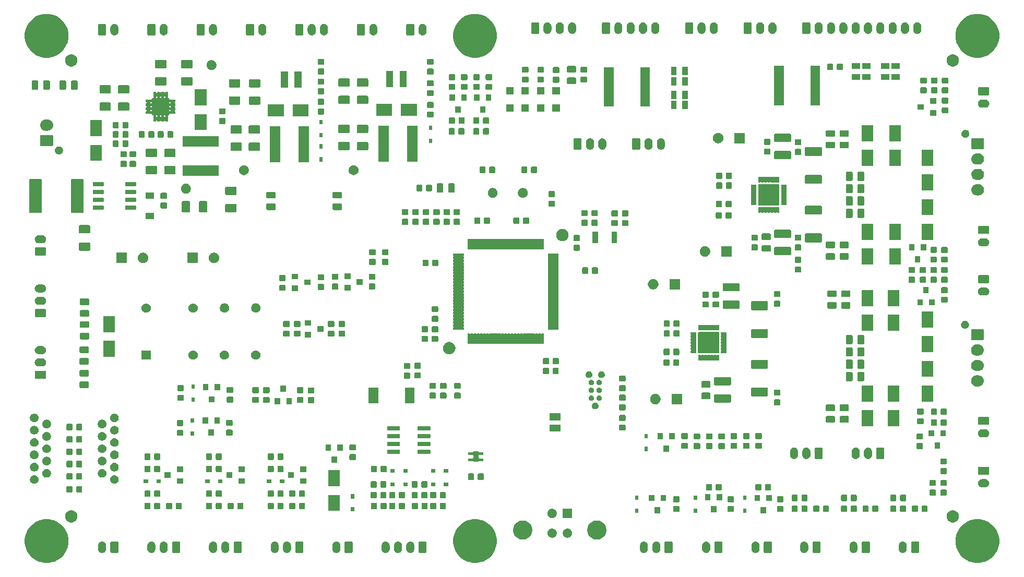
<source format=gbr>
G04 #@! TF.GenerationSoftware,KiCad,Pcbnew,(5.1.5)-3*
G04 #@! TF.CreationDate,2020-01-24T13:16:09+01:00*
G04 #@! TF.ProjectId,Main Board,4d61696e-2042-46f6-9172-642e6b696361,rev?*
G04 #@! TF.SameCoordinates,Original*
G04 #@! TF.FileFunction,Soldermask,Top*
G04 #@! TF.FilePolarity,Negative*
%FSLAX46Y46*%
G04 Gerber Fmt 4.6, Leading zero omitted, Abs format (unit mm)*
G04 Created by KiCad (PCBNEW (5.1.5)-3) date 2020-01-24 13:16:09*
%MOMM*%
%LPD*%
G04 APERTURE LIST*
%ADD10C,0.100000*%
G04 APERTURE END LIST*
D10*
G36*
X49035787Y-107585462D02*
G01*
X49161328Y-107637463D01*
X49682029Y-107853144D01*
X50263631Y-108241758D01*
X50758242Y-108736369D01*
X51146856Y-109317971D01*
X51261541Y-109594845D01*
X51414538Y-109964213D01*
X51551000Y-110650256D01*
X51551000Y-111349744D01*
X51414538Y-112035787D01*
X51414537Y-112035789D01*
X51146856Y-112682029D01*
X50758242Y-113263631D01*
X50263631Y-113758242D01*
X49682029Y-114146856D01*
X49225068Y-114336135D01*
X49035787Y-114414538D01*
X48349744Y-114551000D01*
X47650256Y-114551000D01*
X46964213Y-114414538D01*
X46774932Y-114336135D01*
X46317971Y-114146856D01*
X45736369Y-113758242D01*
X45241758Y-113263631D01*
X44853144Y-112682029D01*
X44585463Y-112035789D01*
X44585462Y-112035787D01*
X44449000Y-111349744D01*
X44449000Y-110650256D01*
X44585462Y-109964213D01*
X44738459Y-109594845D01*
X44853144Y-109317971D01*
X45241758Y-108736369D01*
X45736369Y-108241758D01*
X46317971Y-107853144D01*
X46838672Y-107637463D01*
X46964213Y-107585462D01*
X47650256Y-107449000D01*
X48349744Y-107449000D01*
X49035787Y-107585462D01*
G37*
G36*
X118535787Y-107585462D02*
G01*
X118661328Y-107637463D01*
X119182029Y-107853144D01*
X119763631Y-108241758D01*
X120258242Y-108736369D01*
X120646856Y-109317971D01*
X120761541Y-109594845D01*
X120914538Y-109964213D01*
X121051000Y-110650256D01*
X121051000Y-111349744D01*
X120914538Y-112035787D01*
X120914537Y-112035789D01*
X120646856Y-112682029D01*
X120258242Y-113263631D01*
X119763631Y-113758242D01*
X119182029Y-114146856D01*
X118725068Y-114336135D01*
X118535787Y-114414538D01*
X117849744Y-114551000D01*
X117150256Y-114551000D01*
X116464213Y-114414538D01*
X116274932Y-114336135D01*
X115817971Y-114146856D01*
X115236369Y-113758242D01*
X114741758Y-113263631D01*
X114353144Y-112682029D01*
X114085463Y-112035789D01*
X114085462Y-112035787D01*
X113949000Y-111349744D01*
X113949000Y-110650256D01*
X114085462Y-109964213D01*
X114238459Y-109594845D01*
X114353144Y-109317971D01*
X114741758Y-108736369D01*
X115236369Y-108241758D01*
X115817971Y-107853144D01*
X116338672Y-107637463D01*
X116464213Y-107585462D01*
X117150256Y-107449000D01*
X117849744Y-107449000D01*
X118535787Y-107585462D01*
G37*
G36*
X200035787Y-107585462D02*
G01*
X200161328Y-107637463D01*
X200682029Y-107853144D01*
X201263631Y-108241758D01*
X201758242Y-108736369D01*
X202146856Y-109317971D01*
X202261541Y-109594845D01*
X202414538Y-109964213D01*
X202551000Y-110650256D01*
X202551000Y-111349744D01*
X202414538Y-112035787D01*
X202414537Y-112035789D01*
X202146856Y-112682029D01*
X201758242Y-113263631D01*
X201263631Y-113758242D01*
X200682029Y-114146856D01*
X200225068Y-114336135D01*
X200035787Y-114414538D01*
X199349744Y-114551000D01*
X198650256Y-114551000D01*
X197964213Y-114414538D01*
X197774932Y-114336135D01*
X197317971Y-114146856D01*
X196736369Y-113758242D01*
X196241758Y-113263631D01*
X195853144Y-112682029D01*
X195585463Y-112035789D01*
X195585462Y-112035787D01*
X195449000Y-111349744D01*
X195449000Y-110650256D01*
X195585462Y-109964213D01*
X195738459Y-109594845D01*
X195853144Y-109317971D01*
X196241758Y-108736369D01*
X196736369Y-108241758D01*
X197317971Y-107853144D01*
X197838672Y-107637463D01*
X197964213Y-107585462D01*
X198650256Y-107449000D01*
X199349744Y-107449000D01*
X200035787Y-107585462D01*
G37*
G36*
X75127618Y-111083420D02*
G01*
X75208400Y-111107925D01*
X75250336Y-111120646D01*
X75363425Y-111181094D01*
X75462554Y-111262446D01*
X75543906Y-111361575D01*
X75604354Y-111474664D01*
X75604355Y-111474668D01*
X75641580Y-111597382D01*
X75651000Y-111693027D01*
X75651000Y-112306973D01*
X75641580Y-112402618D01*
X75625240Y-112456484D01*
X75604354Y-112525336D01*
X75543906Y-112638425D01*
X75462554Y-112737553D01*
X75363424Y-112818906D01*
X75250335Y-112879354D01*
X75218403Y-112889040D01*
X75127617Y-112916580D01*
X75000000Y-112929149D01*
X74872382Y-112916580D01*
X74781596Y-112889040D01*
X74749664Y-112879354D01*
X74636575Y-112818906D01*
X74537447Y-112737554D01*
X74456094Y-112638424D01*
X74395646Y-112525335D01*
X74385960Y-112493403D01*
X74358420Y-112402617D01*
X74349000Y-112306972D01*
X74349000Y-111693027D01*
X74358420Y-111597382D01*
X74395645Y-111474668D01*
X74395645Y-111474667D01*
X74435732Y-111399671D01*
X74456095Y-111361574D01*
X74469493Y-111345249D01*
X74537447Y-111262446D01*
X74636576Y-111181094D01*
X74749665Y-111120646D01*
X74791601Y-111107925D01*
X74872383Y-111083420D01*
X75000000Y-111070851D01*
X75127618Y-111083420D01*
G37*
G36*
X85127618Y-111083420D02*
G01*
X85208400Y-111107925D01*
X85250336Y-111120646D01*
X85363425Y-111181094D01*
X85462554Y-111262446D01*
X85543906Y-111361575D01*
X85604354Y-111474664D01*
X85604355Y-111474668D01*
X85641580Y-111597382D01*
X85651000Y-111693027D01*
X85651000Y-112306973D01*
X85641580Y-112402618D01*
X85625240Y-112456484D01*
X85604354Y-112525336D01*
X85543906Y-112638425D01*
X85462554Y-112737553D01*
X85363424Y-112818906D01*
X85250335Y-112879354D01*
X85218403Y-112889040D01*
X85127617Y-112916580D01*
X85000000Y-112929149D01*
X84872382Y-112916580D01*
X84781596Y-112889040D01*
X84749664Y-112879354D01*
X84636575Y-112818906D01*
X84537447Y-112737554D01*
X84456094Y-112638424D01*
X84395646Y-112525335D01*
X84385960Y-112493403D01*
X84358420Y-112402617D01*
X84349000Y-112306972D01*
X84349000Y-111693027D01*
X84358420Y-111597382D01*
X84395645Y-111474668D01*
X84395645Y-111474667D01*
X84435732Y-111399671D01*
X84456095Y-111361574D01*
X84469493Y-111345249D01*
X84537447Y-111262446D01*
X84636576Y-111181094D01*
X84749665Y-111120646D01*
X84791601Y-111107925D01*
X84872383Y-111083420D01*
X85000000Y-111070851D01*
X85127618Y-111083420D01*
G37*
G36*
X145027618Y-111083420D02*
G01*
X145108400Y-111107925D01*
X145150336Y-111120646D01*
X145263425Y-111181094D01*
X145362554Y-111262446D01*
X145443906Y-111361575D01*
X145504354Y-111474664D01*
X145504355Y-111474668D01*
X145541580Y-111597382D01*
X145551000Y-111693027D01*
X145551000Y-112306973D01*
X145541580Y-112402618D01*
X145525240Y-112456484D01*
X145504354Y-112525336D01*
X145443906Y-112638425D01*
X145362554Y-112737553D01*
X145263424Y-112818906D01*
X145150335Y-112879354D01*
X145118403Y-112889040D01*
X145027617Y-112916580D01*
X144900000Y-112929149D01*
X144772382Y-112916580D01*
X144681596Y-112889040D01*
X144649664Y-112879354D01*
X144536575Y-112818906D01*
X144437447Y-112737554D01*
X144356094Y-112638424D01*
X144295646Y-112525335D01*
X144285960Y-112493403D01*
X144258420Y-112402617D01*
X144249000Y-112306972D01*
X144249000Y-111693027D01*
X144258420Y-111597382D01*
X144295645Y-111474668D01*
X144295645Y-111474667D01*
X144335732Y-111399671D01*
X144356095Y-111361574D01*
X144369493Y-111345249D01*
X144437447Y-111262446D01*
X144536576Y-111181094D01*
X144649665Y-111120646D01*
X144691601Y-111107925D01*
X144772383Y-111083420D01*
X144900000Y-111070851D01*
X145027618Y-111083420D01*
G37*
G36*
X147027618Y-111083420D02*
G01*
X147108400Y-111107925D01*
X147150336Y-111120646D01*
X147263425Y-111181094D01*
X147362554Y-111262446D01*
X147443906Y-111361575D01*
X147504354Y-111474664D01*
X147504355Y-111474668D01*
X147541580Y-111597382D01*
X147551000Y-111693027D01*
X147551000Y-112306973D01*
X147541580Y-112402618D01*
X147525240Y-112456484D01*
X147504354Y-112525336D01*
X147443906Y-112638425D01*
X147362554Y-112737553D01*
X147263424Y-112818906D01*
X147150335Y-112879354D01*
X147118403Y-112889040D01*
X147027617Y-112916580D01*
X146900000Y-112929149D01*
X146772382Y-112916580D01*
X146681596Y-112889040D01*
X146649664Y-112879354D01*
X146536575Y-112818906D01*
X146437447Y-112737554D01*
X146356094Y-112638424D01*
X146295646Y-112525335D01*
X146285960Y-112493403D01*
X146258420Y-112402617D01*
X146249000Y-112306972D01*
X146249000Y-111693027D01*
X146258420Y-111597382D01*
X146295645Y-111474668D01*
X146295645Y-111474667D01*
X146335732Y-111399671D01*
X146356095Y-111361574D01*
X146369493Y-111345249D01*
X146437447Y-111262446D01*
X146536576Y-111181094D01*
X146649665Y-111120646D01*
X146691601Y-111107925D01*
X146772383Y-111083420D01*
X146900000Y-111070851D01*
X147027618Y-111083420D01*
G37*
G36*
X95127618Y-111083420D02*
G01*
X95208400Y-111107925D01*
X95250336Y-111120646D01*
X95363425Y-111181094D01*
X95462554Y-111262446D01*
X95543906Y-111361575D01*
X95604354Y-111474664D01*
X95604355Y-111474668D01*
X95641580Y-111597382D01*
X95651000Y-111693027D01*
X95651000Y-112306973D01*
X95641580Y-112402618D01*
X95625240Y-112456484D01*
X95604354Y-112525336D01*
X95543906Y-112638425D01*
X95462554Y-112737553D01*
X95363424Y-112818906D01*
X95250335Y-112879354D01*
X95218403Y-112889040D01*
X95127617Y-112916580D01*
X95000000Y-112929149D01*
X94872382Y-112916580D01*
X94781596Y-112889040D01*
X94749664Y-112879354D01*
X94636575Y-112818906D01*
X94537447Y-112737554D01*
X94456094Y-112638424D01*
X94395646Y-112525335D01*
X94385960Y-112493403D01*
X94358420Y-112402617D01*
X94349000Y-112306972D01*
X94349000Y-111693027D01*
X94358420Y-111597382D01*
X94395645Y-111474668D01*
X94395645Y-111474667D01*
X94435732Y-111399671D01*
X94456095Y-111361574D01*
X94469493Y-111345249D01*
X94537447Y-111262446D01*
X94636576Y-111181094D01*
X94749665Y-111120646D01*
X94791601Y-111107925D01*
X94872383Y-111083420D01*
X95000000Y-111070851D01*
X95127618Y-111083420D01*
G37*
G36*
X103127618Y-111083420D02*
G01*
X103208400Y-111107925D01*
X103250336Y-111120646D01*
X103363425Y-111181094D01*
X103462554Y-111262446D01*
X103543906Y-111361575D01*
X103604354Y-111474664D01*
X103604355Y-111474668D01*
X103641580Y-111597382D01*
X103651000Y-111693027D01*
X103651000Y-112306973D01*
X103641580Y-112402618D01*
X103625240Y-112456484D01*
X103604354Y-112525336D01*
X103543906Y-112638425D01*
X103462554Y-112737553D01*
X103363424Y-112818906D01*
X103250335Y-112879354D01*
X103218403Y-112889040D01*
X103127617Y-112916580D01*
X103000000Y-112929149D01*
X102872382Y-112916580D01*
X102781596Y-112889040D01*
X102749664Y-112879354D01*
X102636575Y-112818906D01*
X102537447Y-112737554D01*
X102456094Y-112638424D01*
X102395646Y-112525335D01*
X102385960Y-112493403D01*
X102358420Y-112402617D01*
X102349000Y-112306972D01*
X102349000Y-111693027D01*
X102358420Y-111597382D01*
X102395645Y-111474668D01*
X102395645Y-111474667D01*
X102435732Y-111399671D01*
X102456095Y-111361574D01*
X102469493Y-111345249D01*
X102537447Y-111262446D01*
X102636576Y-111181094D01*
X102749665Y-111120646D01*
X102791601Y-111107925D01*
X102872383Y-111083420D01*
X103000000Y-111070851D01*
X103127618Y-111083420D01*
G37*
G36*
X163127618Y-111083420D02*
G01*
X163208400Y-111107925D01*
X163250336Y-111120646D01*
X163363425Y-111181094D01*
X163462554Y-111262446D01*
X163543906Y-111361575D01*
X163604354Y-111474664D01*
X163604355Y-111474668D01*
X163641580Y-111597382D01*
X163651000Y-111693027D01*
X163651000Y-112306973D01*
X163641580Y-112402618D01*
X163625240Y-112456484D01*
X163604354Y-112525336D01*
X163543906Y-112638425D01*
X163462554Y-112737553D01*
X163363424Y-112818906D01*
X163250335Y-112879354D01*
X163218403Y-112889040D01*
X163127617Y-112916580D01*
X163000000Y-112929149D01*
X162872382Y-112916580D01*
X162781596Y-112889040D01*
X162749664Y-112879354D01*
X162636575Y-112818906D01*
X162537447Y-112737554D01*
X162456094Y-112638424D01*
X162395646Y-112525335D01*
X162385960Y-112493403D01*
X162358420Y-112402617D01*
X162349000Y-112306972D01*
X162349000Y-111693027D01*
X162358420Y-111597382D01*
X162395645Y-111474668D01*
X162395645Y-111474667D01*
X162435732Y-111399671D01*
X162456095Y-111361574D01*
X162469493Y-111345249D01*
X162537447Y-111262446D01*
X162636576Y-111181094D01*
X162749665Y-111120646D01*
X162791601Y-111107925D01*
X162872383Y-111083420D01*
X163000000Y-111070851D01*
X163127618Y-111083420D01*
G37*
G36*
X57127618Y-111083420D02*
G01*
X57208400Y-111107925D01*
X57250336Y-111120646D01*
X57363425Y-111181094D01*
X57462554Y-111262446D01*
X57543906Y-111361575D01*
X57604354Y-111474664D01*
X57604355Y-111474668D01*
X57641580Y-111597382D01*
X57651000Y-111693027D01*
X57651000Y-112306973D01*
X57641580Y-112402618D01*
X57625240Y-112456484D01*
X57604354Y-112525336D01*
X57543906Y-112638425D01*
X57462554Y-112737553D01*
X57363424Y-112818906D01*
X57250335Y-112879354D01*
X57218403Y-112889040D01*
X57127617Y-112916580D01*
X57000000Y-112929149D01*
X56872382Y-112916580D01*
X56781596Y-112889040D01*
X56749664Y-112879354D01*
X56636575Y-112818906D01*
X56537447Y-112737554D01*
X56456094Y-112638424D01*
X56395646Y-112525335D01*
X56385960Y-112493403D01*
X56358420Y-112402617D01*
X56349000Y-112306972D01*
X56349000Y-111693027D01*
X56358420Y-111597382D01*
X56395645Y-111474668D01*
X56395645Y-111474667D01*
X56435732Y-111399671D01*
X56456095Y-111361574D01*
X56469493Y-111345249D01*
X56537447Y-111262446D01*
X56636576Y-111181094D01*
X56749665Y-111120646D01*
X56791601Y-111107925D01*
X56872383Y-111083420D01*
X57000000Y-111070851D01*
X57127618Y-111083420D01*
G37*
G36*
X155127618Y-111083420D02*
G01*
X155208400Y-111107925D01*
X155250336Y-111120646D01*
X155363425Y-111181094D01*
X155462554Y-111262446D01*
X155543906Y-111361575D01*
X155604354Y-111474664D01*
X155604355Y-111474668D01*
X155641580Y-111597382D01*
X155651000Y-111693027D01*
X155651000Y-112306973D01*
X155641580Y-112402618D01*
X155625240Y-112456484D01*
X155604354Y-112525336D01*
X155543906Y-112638425D01*
X155462554Y-112737553D01*
X155363424Y-112818906D01*
X155250335Y-112879354D01*
X155218403Y-112889040D01*
X155127617Y-112916580D01*
X155000000Y-112929149D01*
X154872382Y-112916580D01*
X154781596Y-112889040D01*
X154749664Y-112879354D01*
X154636575Y-112818906D01*
X154537447Y-112737554D01*
X154456094Y-112638424D01*
X154395646Y-112525335D01*
X154385960Y-112493403D01*
X154358420Y-112402617D01*
X154349000Y-112306972D01*
X154349000Y-111693027D01*
X154358420Y-111597382D01*
X154395645Y-111474668D01*
X154395645Y-111474667D01*
X154435732Y-111399671D01*
X154456095Y-111361574D01*
X154469493Y-111345249D01*
X154537447Y-111262446D01*
X154636576Y-111181094D01*
X154749665Y-111120646D01*
X154791601Y-111107925D01*
X154872383Y-111083420D01*
X155000000Y-111070851D01*
X155127618Y-111083420D01*
G37*
G36*
X105127618Y-111083420D02*
G01*
X105208400Y-111107925D01*
X105250336Y-111120646D01*
X105363425Y-111181094D01*
X105462554Y-111262446D01*
X105543906Y-111361575D01*
X105604354Y-111474664D01*
X105604355Y-111474668D01*
X105641580Y-111597382D01*
X105651000Y-111693027D01*
X105651000Y-112306973D01*
X105641580Y-112402618D01*
X105625240Y-112456484D01*
X105604354Y-112525336D01*
X105543906Y-112638425D01*
X105462554Y-112737553D01*
X105363424Y-112818906D01*
X105250335Y-112879354D01*
X105218403Y-112889040D01*
X105127617Y-112916580D01*
X105000000Y-112929149D01*
X104872382Y-112916580D01*
X104781596Y-112889040D01*
X104749664Y-112879354D01*
X104636575Y-112818906D01*
X104537447Y-112737554D01*
X104456094Y-112638424D01*
X104395646Y-112525335D01*
X104385960Y-112493403D01*
X104358420Y-112402617D01*
X104349000Y-112306972D01*
X104349000Y-111693027D01*
X104358420Y-111597382D01*
X104395645Y-111474668D01*
X104395645Y-111474667D01*
X104435732Y-111399671D01*
X104456095Y-111361574D01*
X104469493Y-111345249D01*
X104537447Y-111262446D01*
X104636576Y-111181094D01*
X104749665Y-111120646D01*
X104791601Y-111107925D01*
X104872383Y-111083420D01*
X105000000Y-111070851D01*
X105127618Y-111083420D01*
G37*
G36*
X107127618Y-111083420D02*
G01*
X107208400Y-111107925D01*
X107250336Y-111120646D01*
X107363425Y-111181094D01*
X107462554Y-111262446D01*
X107543906Y-111361575D01*
X107604354Y-111474664D01*
X107604355Y-111474668D01*
X107641580Y-111597382D01*
X107651000Y-111693027D01*
X107651000Y-112306973D01*
X107641580Y-112402618D01*
X107625240Y-112456484D01*
X107604354Y-112525336D01*
X107543906Y-112638425D01*
X107462554Y-112737553D01*
X107363424Y-112818906D01*
X107250335Y-112879354D01*
X107218403Y-112889040D01*
X107127617Y-112916580D01*
X107000000Y-112929149D01*
X106872382Y-112916580D01*
X106781596Y-112889040D01*
X106749664Y-112879354D01*
X106636575Y-112818906D01*
X106537447Y-112737554D01*
X106456094Y-112638424D01*
X106395646Y-112525335D01*
X106385960Y-112493403D01*
X106358420Y-112402617D01*
X106349000Y-112306972D01*
X106349000Y-111693027D01*
X106358420Y-111597382D01*
X106395645Y-111474668D01*
X106395645Y-111474667D01*
X106435732Y-111399671D01*
X106456095Y-111361574D01*
X106469493Y-111345249D01*
X106537447Y-111262446D01*
X106636576Y-111181094D01*
X106749665Y-111120646D01*
X106791601Y-111107925D01*
X106872383Y-111083420D01*
X107000000Y-111070851D01*
X107127618Y-111083420D01*
G37*
G36*
X77127618Y-111083420D02*
G01*
X77208400Y-111107925D01*
X77250336Y-111120646D01*
X77363425Y-111181094D01*
X77462554Y-111262446D01*
X77543906Y-111361575D01*
X77604354Y-111474664D01*
X77604355Y-111474668D01*
X77641580Y-111597382D01*
X77651000Y-111693027D01*
X77651000Y-112306973D01*
X77641580Y-112402618D01*
X77625240Y-112456484D01*
X77604354Y-112525336D01*
X77543906Y-112638425D01*
X77462554Y-112737553D01*
X77363424Y-112818906D01*
X77250335Y-112879354D01*
X77218403Y-112889040D01*
X77127617Y-112916580D01*
X77000000Y-112929149D01*
X76872382Y-112916580D01*
X76781596Y-112889040D01*
X76749664Y-112879354D01*
X76636575Y-112818906D01*
X76537447Y-112737554D01*
X76456094Y-112638424D01*
X76395646Y-112525335D01*
X76385960Y-112493403D01*
X76358420Y-112402617D01*
X76349000Y-112306972D01*
X76349000Y-111693027D01*
X76358420Y-111597382D01*
X76395645Y-111474668D01*
X76395645Y-111474667D01*
X76435732Y-111399671D01*
X76456095Y-111361574D01*
X76469493Y-111345249D01*
X76537447Y-111262446D01*
X76636576Y-111181094D01*
X76749665Y-111120646D01*
X76791601Y-111107925D01*
X76872383Y-111083420D01*
X77000000Y-111070851D01*
X77127618Y-111083420D01*
G37*
G36*
X87127618Y-111083420D02*
G01*
X87208400Y-111107925D01*
X87250336Y-111120646D01*
X87363425Y-111181094D01*
X87462554Y-111262446D01*
X87543906Y-111361575D01*
X87604354Y-111474664D01*
X87604355Y-111474668D01*
X87641580Y-111597382D01*
X87651000Y-111693027D01*
X87651000Y-112306973D01*
X87641580Y-112402618D01*
X87625240Y-112456484D01*
X87604354Y-112525336D01*
X87543906Y-112638425D01*
X87462554Y-112737553D01*
X87363424Y-112818906D01*
X87250335Y-112879354D01*
X87218403Y-112889040D01*
X87127617Y-112916580D01*
X87000000Y-112929149D01*
X86872382Y-112916580D01*
X86781596Y-112889040D01*
X86749664Y-112879354D01*
X86636575Y-112818906D01*
X86537447Y-112737554D01*
X86456094Y-112638424D01*
X86395646Y-112525335D01*
X86385960Y-112493403D01*
X86358420Y-112402617D01*
X86349000Y-112306972D01*
X86349000Y-111693027D01*
X86358420Y-111597382D01*
X86395645Y-111474668D01*
X86395645Y-111474667D01*
X86435732Y-111399671D01*
X86456095Y-111361574D01*
X86469493Y-111345249D01*
X86537447Y-111262446D01*
X86636576Y-111181094D01*
X86749665Y-111120646D01*
X86791601Y-111107925D01*
X86872383Y-111083420D01*
X87000000Y-111070851D01*
X87127618Y-111083420D01*
G37*
G36*
X65127618Y-111083420D02*
G01*
X65208400Y-111107925D01*
X65250336Y-111120646D01*
X65363425Y-111181094D01*
X65462554Y-111262446D01*
X65543906Y-111361575D01*
X65604354Y-111474664D01*
X65604355Y-111474668D01*
X65641580Y-111597382D01*
X65651000Y-111693027D01*
X65651000Y-112306973D01*
X65641580Y-112402618D01*
X65625240Y-112456484D01*
X65604354Y-112525336D01*
X65543906Y-112638425D01*
X65462554Y-112737553D01*
X65363424Y-112818906D01*
X65250335Y-112879354D01*
X65218403Y-112889040D01*
X65127617Y-112916580D01*
X65000000Y-112929149D01*
X64872382Y-112916580D01*
X64781596Y-112889040D01*
X64749664Y-112879354D01*
X64636575Y-112818906D01*
X64537447Y-112737554D01*
X64456094Y-112638424D01*
X64395646Y-112525335D01*
X64385960Y-112493403D01*
X64358420Y-112402617D01*
X64349000Y-112306972D01*
X64349000Y-111693027D01*
X64358420Y-111597382D01*
X64395645Y-111474668D01*
X64395645Y-111474667D01*
X64435732Y-111399671D01*
X64456095Y-111361574D01*
X64469493Y-111345249D01*
X64537447Y-111262446D01*
X64636576Y-111181094D01*
X64749665Y-111120646D01*
X64791601Y-111107925D01*
X64872383Y-111083420D01*
X65000000Y-111070851D01*
X65127618Y-111083420D01*
G37*
G36*
X179027618Y-111083420D02*
G01*
X179108400Y-111107925D01*
X179150336Y-111120646D01*
X179263425Y-111181094D01*
X179362554Y-111262446D01*
X179443906Y-111361575D01*
X179504354Y-111474664D01*
X179504355Y-111474668D01*
X179541580Y-111597382D01*
X179551000Y-111693027D01*
X179551000Y-112306973D01*
X179541580Y-112402618D01*
X179525240Y-112456484D01*
X179504354Y-112525336D01*
X179443906Y-112638425D01*
X179362554Y-112737553D01*
X179263424Y-112818906D01*
X179150335Y-112879354D01*
X179118403Y-112889040D01*
X179027617Y-112916580D01*
X178900000Y-112929149D01*
X178772382Y-112916580D01*
X178681596Y-112889040D01*
X178649664Y-112879354D01*
X178536575Y-112818906D01*
X178437447Y-112737554D01*
X178356094Y-112638424D01*
X178295646Y-112525335D01*
X178285960Y-112493403D01*
X178258420Y-112402617D01*
X178249000Y-112306972D01*
X178249000Y-111693027D01*
X178258420Y-111597382D01*
X178295645Y-111474668D01*
X178295645Y-111474667D01*
X178335732Y-111399671D01*
X178356095Y-111361574D01*
X178369493Y-111345249D01*
X178437447Y-111262446D01*
X178536576Y-111181094D01*
X178649665Y-111120646D01*
X178691601Y-111107925D01*
X178772383Y-111083420D01*
X178900000Y-111070851D01*
X179027618Y-111083420D01*
G37*
G36*
X187027618Y-111083420D02*
G01*
X187108400Y-111107925D01*
X187150336Y-111120646D01*
X187263425Y-111181094D01*
X187362554Y-111262446D01*
X187443906Y-111361575D01*
X187504354Y-111474664D01*
X187504355Y-111474668D01*
X187541580Y-111597382D01*
X187551000Y-111693027D01*
X187551000Y-112306973D01*
X187541580Y-112402618D01*
X187525240Y-112456484D01*
X187504354Y-112525336D01*
X187443906Y-112638425D01*
X187362554Y-112737553D01*
X187263424Y-112818906D01*
X187150335Y-112879354D01*
X187118403Y-112889040D01*
X187027617Y-112916580D01*
X186900000Y-112929149D01*
X186772382Y-112916580D01*
X186681596Y-112889040D01*
X186649664Y-112879354D01*
X186536575Y-112818906D01*
X186437447Y-112737554D01*
X186356094Y-112638424D01*
X186295646Y-112525335D01*
X186285960Y-112493403D01*
X186258420Y-112402617D01*
X186249000Y-112306972D01*
X186249000Y-111693027D01*
X186258420Y-111597382D01*
X186295645Y-111474668D01*
X186295645Y-111474667D01*
X186335732Y-111399671D01*
X186356095Y-111361574D01*
X186369493Y-111345249D01*
X186437447Y-111262446D01*
X186536576Y-111181094D01*
X186649665Y-111120646D01*
X186691601Y-111107925D01*
X186772383Y-111083420D01*
X186900000Y-111070851D01*
X187027618Y-111083420D01*
G37*
G36*
X67127618Y-111083420D02*
G01*
X67208400Y-111107925D01*
X67250336Y-111120646D01*
X67363425Y-111181094D01*
X67462554Y-111262446D01*
X67543906Y-111361575D01*
X67604354Y-111474664D01*
X67604355Y-111474668D01*
X67641580Y-111597382D01*
X67651000Y-111693027D01*
X67651000Y-112306973D01*
X67641580Y-112402618D01*
X67625240Y-112456484D01*
X67604354Y-112525336D01*
X67543906Y-112638425D01*
X67462554Y-112737553D01*
X67363424Y-112818906D01*
X67250335Y-112879354D01*
X67218403Y-112889040D01*
X67127617Y-112916580D01*
X67000000Y-112929149D01*
X66872382Y-112916580D01*
X66781596Y-112889040D01*
X66749664Y-112879354D01*
X66636575Y-112818906D01*
X66537447Y-112737554D01*
X66456094Y-112638424D01*
X66395646Y-112525335D01*
X66385960Y-112493403D01*
X66358420Y-112402617D01*
X66349000Y-112306972D01*
X66349000Y-111693027D01*
X66358420Y-111597382D01*
X66395645Y-111474668D01*
X66395645Y-111474667D01*
X66435732Y-111399671D01*
X66456095Y-111361574D01*
X66469493Y-111345249D01*
X66537447Y-111262446D01*
X66636576Y-111181094D01*
X66749665Y-111120646D01*
X66791601Y-111107925D01*
X66872383Y-111083420D01*
X67000000Y-111070851D01*
X67127618Y-111083420D01*
G37*
G36*
X171027618Y-111083420D02*
G01*
X171108400Y-111107925D01*
X171150336Y-111120646D01*
X171263425Y-111181094D01*
X171362554Y-111262446D01*
X171443906Y-111361575D01*
X171504354Y-111474664D01*
X171504355Y-111474668D01*
X171541580Y-111597382D01*
X171551000Y-111693027D01*
X171551000Y-112306973D01*
X171541580Y-112402618D01*
X171525240Y-112456484D01*
X171504354Y-112525336D01*
X171443906Y-112638425D01*
X171362554Y-112737553D01*
X171263424Y-112818906D01*
X171150335Y-112879354D01*
X171118403Y-112889040D01*
X171027617Y-112916580D01*
X170900000Y-112929149D01*
X170772382Y-112916580D01*
X170681596Y-112889040D01*
X170649664Y-112879354D01*
X170536575Y-112818906D01*
X170437447Y-112737554D01*
X170356094Y-112638424D01*
X170295646Y-112525335D01*
X170285960Y-112493403D01*
X170258420Y-112402617D01*
X170249000Y-112306972D01*
X170249000Y-111693027D01*
X170258420Y-111597382D01*
X170295645Y-111474668D01*
X170295645Y-111474667D01*
X170335732Y-111399671D01*
X170356095Y-111361574D01*
X170369493Y-111345249D01*
X170437447Y-111262446D01*
X170536576Y-111181094D01*
X170649665Y-111120646D01*
X170691601Y-111107925D01*
X170772383Y-111083420D01*
X170900000Y-111070851D01*
X171027618Y-111083420D01*
G37*
G36*
X173391242Y-111078404D02*
G01*
X173428337Y-111089657D01*
X173462515Y-111107925D01*
X173492481Y-111132519D01*
X173517075Y-111162485D01*
X173535343Y-111196663D01*
X173546596Y-111233758D01*
X173551000Y-111278474D01*
X173551000Y-112721526D01*
X173546596Y-112766242D01*
X173535343Y-112803337D01*
X173517075Y-112837515D01*
X173492481Y-112867481D01*
X173462515Y-112892075D01*
X173428337Y-112910343D01*
X173391242Y-112921596D01*
X173346526Y-112926000D01*
X172453474Y-112926000D01*
X172408758Y-112921596D01*
X172371663Y-112910343D01*
X172337485Y-112892075D01*
X172307519Y-112867481D01*
X172282925Y-112837515D01*
X172264657Y-112803337D01*
X172253404Y-112766242D01*
X172249000Y-112721526D01*
X172249000Y-111278474D01*
X172253404Y-111233758D01*
X172264657Y-111196663D01*
X172282925Y-111162485D01*
X172307519Y-111132519D01*
X172337485Y-111107925D01*
X172371663Y-111089657D01*
X172408758Y-111078404D01*
X172453474Y-111074000D01*
X173346526Y-111074000D01*
X173391242Y-111078404D01*
G37*
G36*
X189391242Y-111078404D02*
G01*
X189428337Y-111089657D01*
X189462515Y-111107925D01*
X189492481Y-111132519D01*
X189517075Y-111162485D01*
X189535343Y-111196663D01*
X189546596Y-111233758D01*
X189551000Y-111278474D01*
X189551000Y-112721526D01*
X189546596Y-112766242D01*
X189535343Y-112803337D01*
X189517075Y-112837515D01*
X189492481Y-112867481D01*
X189462515Y-112892075D01*
X189428337Y-112910343D01*
X189391242Y-112921596D01*
X189346526Y-112926000D01*
X188453474Y-112926000D01*
X188408758Y-112921596D01*
X188371663Y-112910343D01*
X188337485Y-112892075D01*
X188307519Y-112867481D01*
X188282925Y-112837515D01*
X188264657Y-112803337D01*
X188253404Y-112766242D01*
X188249000Y-112721526D01*
X188249000Y-111278474D01*
X188253404Y-111233758D01*
X188264657Y-111196663D01*
X188282925Y-111162485D01*
X188307519Y-111132519D01*
X188337485Y-111107925D01*
X188371663Y-111089657D01*
X188408758Y-111078404D01*
X188453474Y-111074000D01*
X189346526Y-111074000D01*
X189391242Y-111078404D01*
G37*
G36*
X181391242Y-111078404D02*
G01*
X181428337Y-111089657D01*
X181462515Y-111107925D01*
X181492481Y-111132519D01*
X181517075Y-111162485D01*
X181535343Y-111196663D01*
X181546596Y-111233758D01*
X181551000Y-111278474D01*
X181551000Y-112721526D01*
X181546596Y-112766242D01*
X181535343Y-112803337D01*
X181517075Y-112837515D01*
X181492481Y-112867481D01*
X181462515Y-112892075D01*
X181428337Y-112910343D01*
X181391242Y-112921596D01*
X181346526Y-112926000D01*
X180453474Y-112926000D01*
X180408758Y-112921596D01*
X180371663Y-112910343D01*
X180337485Y-112892075D01*
X180307519Y-112867481D01*
X180282925Y-112837515D01*
X180264657Y-112803337D01*
X180253404Y-112766242D01*
X180249000Y-112721526D01*
X180249000Y-111278474D01*
X180253404Y-111233758D01*
X180264657Y-111196663D01*
X180282925Y-111162485D01*
X180307519Y-111132519D01*
X180337485Y-111107925D01*
X180371663Y-111089657D01*
X180408758Y-111078404D01*
X180453474Y-111074000D01*
X181346526Y-111074000D01*
X181391242Y-111078404D01*
G37*
G36*
X157491242Y-111078404D02*
G01*
X157528337Y-111089657D01*
X157562515Y-111107925D01*
X157592481Y-111132519D01*
X157617075Y-111162485D01*
X157635343Y-111196663D01*
X157646596Y-111233758D01*
X157651000Y-111278474D01*
X157651000Y-112721526D01*
X157646596Y-112766242D01*
X157635343Y-112803337D01*
X157617075Y-112837515D01*
X157592481Y-112867481D01*
X157562515Y-112892075D01*
X157528337Y-112910343D01*
X157491242Y-112921596D01*
X157446526Y-112926000D01*
X156553474Y-112926000D01*
X156508758Y-112921596D01*
X156471663Y-112910343D01*
X156437485Y-112892075D01*
X156407519Y-112867481D01*
X156382925Y-112837515D01*
X156364657Y-112803337D01*
X156353404Y-112766242D01*
X156349000Y-112721526D01*
X156349000Y-111278474D01*
X156353404Y-111233758D01*
X156364657Y-111196663D01*
X156382925Y-111162485D01*
X156407519Y-111132519D01*
X156437485Y-111107925D01*
X156471663Y-111089657D01*
X156508758Y-111078404D01*
X156553474Y-111074000D01*
X157446526Y-111074000D01*
X157491242Y-111078404D01*
G37*
G36*
X165491242Y-111078404D02*
G01*
X165528337Y-111089657D01*
X165562515Y-111107925D01*
X165592481Y-111132519D01*
X165617075Y-111162485D01*
X165635343Y-111196663D01*
X165646596Y-111233758D01*
X165651000Y-111278474D01*
X165651000Y-112721526D01*
X165646596Y-112766242D01*
X165635343Y-112803337D01*
X165617075Y-112837515D01*
X165592481Y-112867481D01*
X165562515Y-112892075D01*
X165528337Y-112910343D01*
X165491242Y-112921596D01*
X165446526Y-112926000D01*
X164553474Y-112926000D01*
X164508758Y-112921596D01*
X164471663Y-112910343D01*
X164437485Y-112892075D01*
X164407519Y-112867481D01*
X164382925Y-112837515D01*
X164364657Y-112803337D01*
X164353404Y-112766242D01*
X164349000Y-112721526D01*
X164349000Y-111278474D01*
X164353404Y-111233758D01*
X164364657Y-111196663D01*
X164382925Y-111162485D01*
X164407519Y-111132519D01*
X164437485Y-111107925D01*
X164471663Y-111089657D01*
X164508758Y-111078404D01*
X164553474Y-111074000D01*
X165446526Y-111074000D01*
X165491242Y-111078404D01*
G37*
G36*
X97491242Y-111078404D02*
G01*
X97528337Y-111089657D01*
X97562515Y-111107925D01*
X97592481Y-111132519D01*
X97617075Y-111162485D01*
X97635343Y-111196663D01*
X97646596Y-111233758D01*
X97651000Y-111278474D01*
X97651000Y-112721526D01*
X97646596Y-112766242D01*
X97635343Y-112803337D01*
X97617075Y-112837515D01*
X97592481Y-112867481D01*
X97562515Y-112892075D01*
X97528337Y-112910343D01*
X97491242Y-112921596D01*
X97446526Y-112926000D01*
X96553474Y-112926000D01*
X96508758Y-112921596D01*
X96471663Y-112910343D01*
X96437485Y-112892075D01*
X96407519Y-112867481D01*
X96382925Y-112837515D01*
X96364657Y-112803337D01*
X96353404Y-112766242D01*
X96349000Y-112721526D01*
X96349000Y-111278474D01*
X96353404Y-111233758D01*
X96364657Y-111196663D01*
X96382925Y-111162485D01*
X96407519Y-111132519D01*
X96437485Y-111107925D01*
X96471663Y-111089657D01*
X96508758Y-111078404D01*
X96553474Y-111074000D01*
X97446526Y-111074000D01*
X97491242Y-111078404D01*
G37*
G36*
X79491242Y-111078404D02*
G01*
X79528337Y-111089657D01*
X79562515Y-111107925D01*
X79592481Y-111132519D01*
X79617075Y-111162485D01*
X79635343Y-111196663D01*
X79646596Y-111233758D01*
X79651000Y-111278474D01*
X79651000Y-112721526D01*
X79646596Y-112766242D01*
X79635343Y-112803337D01*
X79617075Y-112837515D01*
X79592481Y-112867481D01*
X79562515Y-112892075D01*
X79528337Y-112910343D01*
X79491242Y-112921596D01*
X79446526Y-112926000D01*
X78553474Y-112926000D01*
X78508758Y-112921596D01*
X78471663Y-112910343D01*
X78437485Y-112892075D01*
X78407519Y-112867481D01*
X78382925Y-112837515D01*
X78364657Y-112803337D01*
X78353404Y-112766242D01*
X78349000Y-112721526D01*
X78349000Y-111278474D01*
X78353404Y-111233758D01*
X78364657Y-111196663D01*
X78382925Y-111162485D01*
X78407519Y-111132519D01*
X78437485Y-111107925D01*
X78471663Y-111089657D01*
X78508758Y-111078404D01*
X78553474Y-111074000D01*
X79446526Y-111074000D01*
X79491242Y-111078404D01*
G37*
G36*
X59491242Y-111078404D02*
G01*
X59528337Y-111089657D01*
X59562515Y-111107925D01*
X59592481Y-111132519D01*
X59617075Y-111162485D01*
X59635343Y-111196663D01*
X59646596Y-111233758D01*
X59651000Y-111278474D01*
X59651000Y-112721526D01*
X59646596Y-112766242D01*
X59635343Y-112803337D01*
X59617075Y-112837515D01*
X59592481Y-112867481D01*
X59562515Y-112892075D01*
X59528337Y-112910343D01*
X59491242Y-112921596D01*
X59446526Y-112926000D01*
X58553474Y-112926000D01*
X58508758Y-112921596D01*
X58471663Y-112910343D01*
X58437485Y-112892075D01*
X58407519Y-112867481D01*
X58382925Y-112837515D01*
X58364657Y-112803337D01*
X58353404Y-112766242D01*
X58349000Y-112721526D01*
X58349000Y-111278474D01*
X58353404Y-111233758D01*
X58364657Y-111196663D01*
X58382925Y-111162485D01*
X58407519Y-111132519D01*
X58437485Y-111107925D01*
X58471663Y-111089657D01*
X58508758Y-111078404D01*
X58553474Y-111074000D01*
X59446526Y-111074000D01*
X59491242Y-111078404D01*
G37*
G36*
X69491242Y-111078404D02*
G01*
X69528337Y-111089657D01*
X69562515Y-111107925D01*
X69592481Y-111132519D01*
X69617075Y-111162485D01*
X69635343Y-111196663D01*
X69646596Y-111233758D01*
X69651000Y-111278474D01*
X69651000Y-112721526D01*
X69646596Y-112766242D01*
X69635343Y-112803337D01*
X69617075Y-112837515D01*
X69592481Y-112867481D01*
X69562515Y-112892075D01*
X69528337Y-112910343D01*
X69491242Y-112921596D01*
X69446526Y-112926000D01*
X68553474Y-112926000D01*
X68508758Y-112921596D01*
X68471663Y-112910343D01*
X68437485Y-112892075D01*
X68407519Y-112867481D01*
X68382925Y-112837515D01*
X68364657Y-112803337D01*
X68353404Y-112766242D01*
X68349000Y-112721526D01*
X68349000Y-111278474D01*
X68353404Y-111233758D01*
X68364657Y-111196663D01*
X68382925Y-111162485D01*
X68407519Y-111132519D01*
X68437485Y-111107925D01*
X68471663Y-111089657D01*
X68508758Y-111078404D01*
X68553474Y-111074000D01*
X69446526Y-111074000D01*
X69491242Y-111078404D01*
G37*
G36*
X149391242Y-111078404D02*
G01*
X149428337Y-111089657D01*
X149462515Y-111107925D01*
X149492481Y-111132519D01*
X149517075Y-111162485D01*
X149535343Y-111196663D01*
X149546596Y-111233758D01*
X149551000Y-111278474D01*
X149551000Y-112721526D01*
X149546596Y-112766242D01*
X149535343Y-112803337D01*
X149517075Y-112837515D01*
X149492481Y-112867481D01*
X149462515Y-112892075D01*
X149428337Y-112910343D01*
X149391242Y-112921596D01*
X149346526Y-112926000D01*
X148453474Y-112926000D01*
X148408758Y-112921596D01*
X148371663Y-112910343D01*
X148337485Y-112892075D01*
X148307519Y-112867481D01*
X148282925Y-112837515D01*
X148264657Y-112803337D01*
X148253404Y-112766242D01*
X148249000Y-112721526D01*
X148249000Y-111278474D01*
X148253404Y-111233758D01*
X148264657Y-111196663D01*
X148282925Y-111162485D01*
X148307519Y-111132519D01*
X148337485Y-111107925D01*
X148371663Y-111089657D01*
X148408758Y-111078404D01*
X148453474Y-111074000D01*
X149346526Y-111074000D01*
X149391242Y-111078404D01*
G37*
G36*
X89491242Y-111078404D02*
G01*
X89528337Y-111089657D01*
X89562515Y-111107925D01*
X89592481Y-111132519D01*
X89617075Y-111162485D01*
X89635343Y-111196663D01*
X89646596Y-111233758D01*
X89651000Y-111278474D01*
X89651000Y-112721526D01*
X89646596Y-112766242D01*
X89635343Y-112803337D01*
X89617075Y-112837515D01*
X89592481Y-112867481D01*
X89562515Y-112892075D01*
X89528337Y-112910343D01*
X89491242Y-112921596D01*
X89446526Y-112926000D01*
X88553474Y-112926000D01*
X88508758Y-112921596D01*
X88471663Y-112910343D01*
X88437485Y-112892075D01*
X88407519Y-112867481D01*
X88382925Y-112837515D01*
X88364657Y-112803337D01*
X88353404Y-112766242D01*
X88349000Y-112721526D01*
X88349000Y-111278474D01*
X88353404Y-111233758D01*
X88364657Y-111196663D01*
X88382925Y-111162485D01*
X88407519Y-111132519D01*
X88437485Y-111107925D01*
X88471663Y-111089657D01*
X88508758Y-111078404D01*
X88553474Y-111074000D01*
X89446526Y-111074000D01*
X89491242Y-111078404D01*
G37*
G36*
X109491242Y-111078404D02*
G01*
X109528337Y-111089657D01*
X109562515Y-111107925D01*
X109592481Y-111132519D01*
X109617075Y-111162485D01*
X109635343Y-111196663D01*
X109646596Y-111233758D01*
X109651000Y-111278474D01*
X109651000Y-112721526D01*
X109646596Y-112766242D01*
X109635343Y-112803337D01*
X109617075Y-112837515D01*
X109592481Y-112867481D01*
X109562515Y-112892075D01*
X109528337Y-112910343D01*
X109491242Y-112921596D01*
X109446526Y-112926000D01*
X108553474Y-112926000D01*
X108508758Y-112921596D01*
X108471663Y-112910343D01*
X108437485Y-112892075D01*
X108407519Y-112867481D01*
X108382925Y-112837515D01*
X108364657Y-112803337D01*
X108353404Y-112766242D01*
X108349000Y-112721526D01*
X108349000Y-111278474D01*
X108353404Y-111233758D01*
X108364657Y-111196663D01*
X108382925Y-111162485D01*
X108407519Y-111132519D01*
X108437485Y-111107925D01*
X108471663Y-111089657D01*
X108508758Y-111078404D01*
X108553474Y-111074000D01*
X109446526Y-111074000D01*
X109491242Y-111078404D01*
G37*
G36*
X137572585Y-107688802D02*
G01*
X137722410Y-107718604D01*
X138004674Y-107835521D01*
X138258705Y-108005259D01*
X138474741Y-108221295D01*
X138644479Y-108475326D01*
X138761396Y-108757590D01*
X138781040Y-108856349D01*
X138821000Y-109057239D01*
X138821000Y-109362761D01*
X138797492Y-109480941D01*
X138761396Y-109662410D01*
X138644479Y-109944674D01*
X138474741Y-110198705D01*
X138258705Y-110414741D01*
X138004674Y-110584479D01*
X137722410Y-110701396D01*
X137666566Y-110712504D01*
X137422761Y-110761000D01*
X137117239Y-110761000D01*
X136873434Y-110712504D01*
X136817590Y-110701396D01*
X136535326Y-110584479D01*
X136281295Y-110414741D01*
X136065259Y-110198705D01*
X135895521Y-109944674D01*
X135778604Y-109662410D01*
X135742508Y-109480941D01*
X135719000Y-109362761D01*
X135719000Y-109057239D01*
X135758960Y-108856349D01*
X135778604Y-108757590D01*
X135895521Y-108475326D01*
X136065259Y-108221295D01*
X136281295Y-108005259D01*
X136535326Y-107835521D01*
X136817590Y-107718604D01*
X136967415Y-107688802D01*
X137117239Y-107659000D01*
X137422761Y-107659000D01*
X137572585Y-107688802D01*
G37*
G36*
X125532585Y-107688802D02*
G01*
X125682410Y-107718604D01*
X125964674Y-107835521D01*
X126218705Y-108005259D01*
X126434741Y-108221295D01*
X126604479Y-108475326D01*
X126721396Y-108757590D01*
X126741040Y-108856349D01*
X126781000Y-109057239D01*
X126781000Y-109362761D01*
X126757492Y-109480941D01*
X126721396Y-109662410D01*
X126604479Y-109944674D01*
X126434741Y-110198705D01*
X126218705Y-110414741D01*
X125964674Y-110584479D01*
X125682410Y-110701396D01*
X125626566Y-110712504D01*
X125382761Y-110761000D01*
X125077239Y-110761000D01*
X124833434Y-110712504D01*
X124777590Y-110701396D01*
X124495326Y-110584479D01*
X124241295Y-110414741D01*
X124025259Y-110198705D01*
X123855521Y-109944674D01*
X123738604Y-109662410D01*
X123702508Y-109480941D01*
X123679000Y-109362761D01*
X123679000Y-109057239D01*
X123718960Y-108856349D01*
X123738604Y-108757590D01*
X123855521Y-108475326D01*
X124025259Y-108221295D01*
X124241295Y-108005259D01*
X124495326Y-107835521D01*
X124777590Y-107718604D01*
X124927415Y-107688802D01*
X125077239Y-107659000D01*
X125382761Y-107659000D01*
X125532585Y-107688802D01*
G37*
G36*
X130219059Y-108977860D02*
G01*
X130302188Y-109012293D01*
X130355732Y-109034472D01*
X130478735Y-109116660D01*
X130583340Y-109221265D01*
X130665528Y-109344268D01*
X130665529Y-109344270D01*
X130722140Y-109480941D01*
X130744797Y-109594845D01*
X130751000Y-109626033D01*
X130751000Y-109773967D01*
X130722140Y-109919059D01*
X130665528Y-110055732D01*
X130583340Y-110178735D01*
X130478735Y-110283340D01*
X130355732Y-110365528D01*
X130355731Y-110365529D01*
X130355730Y-110365529D01*
X130219059Y-110422140D01*
X130073968Y-110451000D01*
X129926032Y-110451000D01*
X129780941Y-110422140D01*
X129644270Y-110365529D01*
X129644269Y-110365529D01*
X129644268Y-110365528D01*
X129521265Y-110283340D01*
X129416660Y-110178735D01*
X129334472Y-110055732D01*
X129277860Y-109919059D01*
X129249000Y-109773967D01*
X129249000Y-109626033D01*
X129255204Y-109594845D01*
X129277860Y-109480941D01*
X129334471Y-109344270D01*
X129334472Y-109344268D01*
X129416660Y-109221265D01*
X129521265Y-109116660D01*
X129644268Y-109034472D01*
X129697813Y-109012293D01*
X129780941Y-108977860D01*
X129926032Y-108949000D01*
X130073968Y-108949000D01*
X130219059Y-108977860D01*
G37*
G36*
X132719059Y-108977860D02*
G01*
X132802188Y-109012293D01*
X132855732Y-109034472D01*
X132978735Y-109116660D01*
X133083340Y-109221265D01*
X133165528Y-109344268D01*
X133165529Y-109344270D01*
X133222140Y-109480941D01*
X133244797Y-109594845D01*
X133251000Y-109626033D01*
X133251000Y-109773967D01*
X133222140Y-109919059D01*
X133165528Y-110055732D01*
X133083340Y-110178735D01*
X132978735Y-110283340D01*
X132855732Y-110365528D01*
X132855731Y-110365529D01*
X132855730Y-110365529D01*
X132719059Y-110422140D01*
X132573968Y-110451000D01*
X132426032Y-110451000D01*
X132280941Y-110422140D01*
X132144270Y-110365529D01*
X132144269Y-110365529D01*
X132144268Y-110365528D01*
X132021265Y-110283340D01*
X131916660Y-110178735D01*
X131834472Y-110055732D01*
X131777860Y-109919059D01*
X131749000Y-109773967D01*
X131749000Y-109626033D01*
X131755204Y-109594845D01*
X131777860Y-109480941D01*
X131834471Y-109344270D01*
X131834472Y-109344268D01*
X131916660Y-109221265D01*
X132021265Y-109116660D01*
X132144268Y-109034472D01*
X132197813Y-109012293D01*
X132280941Y-108977860D01*
X132426032Y-108949000D01*
X132573968Y-108949000D01*
X132719059Y-108977860D01*
G37*
G36*
X195205399Y-106021265D02*
G01*
X195291689Y-106038429D01*
X195473678Y-106113811D01*
X195637463Y-106223249D01*
X195776751Y-106362537D01*
X195886189Y-106526322D01*
X195961571Y-106708311D01*
X195961571Y-106708312D01*
X196000000Y-106901507D01*
X196000000Y-107098493D01*
X195975405Y-107222140D01*
X195961571Y-107291689D01*
X195886189Y-107473678D01*
X195776751Y-107637463D01*
X195637463Y-107776751D01*
X195473678Y-107886189D01*
X195291689Y-107961571D01*
X195227290Y-107974381D01*
X195098493Y-108000000D01*
X194901507Y-108000000D01*
X194772710Y-107974381D01*
X194708311Y-107961571D01*
X194526322Y-107886189D01*
X194362537Y-107776751D01*
X194223249Y-107637463D01*
X194113811Y-107473678D01*
X194038429Y-107291689D01*
X194024595Y-107222140D01*
X194000000Y-107098493D01*
X194000000Y-106901507D01*
X194038429Y-106708312D01*
X194038429Y-106708311D01*
X194113811Y-106526322D01*
X194223249Y-106362537D01*
X194362537Y-106223249D01*
X194526322Y-106113811D01*
X194708311Y-106038429D01*
X194794601Y-106021265D01*
X194901507Y-106000000D01*
X195098493Y-106000000D01*
X195205399Y-106021265D01*
G37*
G36*
X52205399Y-106021265D02*
G01*
X52291689Y-106038429D01*
X52473678Y-106113811D01*
X52637463Y-106223249D01*
X52776751Y-106362537D01*
X52886189Y-106526322D01*
X52961571Y-106708311D01*
X52961571Y-106708312D01*
X53000000Y-106901507D01*
X53000000Y-107098493D01*
X52975405Y-107222140D01*
X52961571Y-107291689D01*
X52886189Y-107473678D01*
X52776751Y-107637463D01*
X52637463Y-107776751D01*
X52473678Y-107886189D01*
X52291689Y-107961571D01*
X52227290Y-107974381D01*
X52098493Y-108000000D01*
X51901507Y-108000000D01*
X51772710Y-107974381D01*
X51708311Y-107961571D01*
X51526322Y-107886189D01*
X51362537Y-107776751D01*
X51223249Y-107637463D01*
X51113811Y-107473678D01*
X51038429Y-107291689D01*
X51024595Y-107222140D01*
X51000000Y-107098493D01*
X51000000Y-106901507D01*
X51038429Y-106708312D01*
X51038429Y-106708311D01*
X51113811Y-106526322D01*
X51223249Y-106362537D01*
X51362537Y-106223249D01*
X51526322Y-106113811D01*
X51708311Y-106038429D01*
X51794601Y-106021265D01*
X51901507Y-106000000D01*
X52098493Y-106000000D01*
X52205399Y-106021265D01*
G37*
G36*
X133251000Y-107251000D02*
G01*
X131749000Y-107251000D01*
X131749000Y-105749000D01*
X133251000Y-105749000D01*
X133251000Y-107251000D01*
G37*
G36*
X130219059Y-105777860D02*
G01*
X130235901Y-105784836D01*
X130355732Y-105834472D01*
X130478735Y-105916660D01*
X130583340Y-106021265D01*
X130665528Y-106144268D01*
X130722140Y-106280941D01*
X130751000Y-106426033D01*
X130751000Y-106573967D01*
X130722140Y-106719059D01*
X130665528Y-106855732D01*
X130583340Y-106978735D01*
X130478735Y-107083340D01*
X130355732Y-107165528D01*
X130355731Y-107165529D01*
X130355730Y-107165529D01*
X130219059Y-107222140D01*
X130073968Y-107251000D01*
X129926032Y-107251000D01*
X129780941Y-107222140D01*
X129644270Y-107165529D01*
X129644269Y-107165529D01*
X129644268Y-107165528D01*
X129521265Y-107083340D01*
X129416660Y-106978735D01*
X129334472Y-106855732D01*
X129277860Y-106719059D01*
X129249000Y-106573967D01*
X129249000Y-106426033D01*
X129277860Y-106280941D01*
X129334472Y-106144268D01*
X129416660Y-106021265D01*
X129521265Y-105916660D01*
X129644268Y-105834472D01*
X129764100Y-105784836D01*
X129780941Y-105777860D01*
X129926032Y-105749000D01*
X130073968Y-105749000D01*
X130219059Y-105777860D01*
G37*
G36*
X164701000Y-106501000D02*
G01*
X163799000Y-106501000D01*
X163799000Y-105499000D01*
X164701000Y-105499000D01*
X164701000Y-106501000D01*
G37*
G36*
X147551000Y-106501000D02*
G01*
X146649000Y-106501000D01*
X146649000Y-105499000D01*
X147551000Y-105499000D01*
X147551000Y-106501000D01*
G37*
G36*
X161526000Y-106401000D02*
G01*
X160974000Y-106401000D01*
X160974000Y-105699000D01*
X161526000Y-105699000D01*
X161526000Y-106401000D01*
G37*
G36*
X144026000Y-106401000D02*
G01*
X143474000Y-106401000D01*
X143474000Y-105699000D01*
X144026000Y-105699000D01*
X144026000Y-106401000D01*
G37*
G36*
X153526000Y-106401000D02*
G01*
X152974000Y-106401000D01*
X152974000Y-105699000D01*
X153526000Y-105699000D01*
X153526000Y-106401000D01*
G37*
G36*
X156651000Y-106351000D02*
G01*
X155749000Y-106351000D01*
X155749000Y-105349000D01*
X156651000Y-105349000D01*
X156651000Y-106351000D01*
G37*
G36*
X173204591Y-105228085D02*
G01*
X173238569Y-105238393D01*
X173269890Y-105255134D01*
X173297339Y-105277661D01*
X173319866Y-105305110D01*
X173336607Y-105336431D01*
X173346915Y-105370409D01*
X173351000Y-105411890D01*
X173351000Y-106088110D01*
X173346915Y-106129591D01*
X173336607Y-106163569D01*
X173319866Y-106194890D01*
X173297339Y-106222339D01*
X173269890Y-106244866D01*
X173238569Y-106261607D01*
X173204591Y-106271915D01*
X173163110Y-106276000D01*
X172561890Y-106276000D01*
X172520409Y-106271915D01*
X172486431Y-106261607D01*
X172455110Y-106244866D01*
X172427661Y-106222339D01*
X172405134Y-106194890D01*
X172388393Y-106163569D01*
X172378085Y-106129591D01*
X172374000Y-106088110D01*
X172374000Y-105411890D01*
X172378085Y-105370409D01*
X172388393Y-105336431D01*
X172405134Y-105305110D01*
X172427661Y-105277661D01*
X172455110Y-105255134D01*
X172486431Y-105238393D01*
X172520409Y-105228085D01*
X172561890Y-105224000D01*
X173163110Y-105224000D01*
X173204591Y-105228085D01*
G37*
G36*
X150529591Y-105303085D02*
G01*
X150563569Y-105313393D01*
X150594890Y-105330134D01*
X150622339Y-105352661D01*
X150644866Y-105380110D01*
X150661607Y-105411431D01*
X150671915Y-105445409D01*
X150676000Y-105486890D01*
X150676000Y-106088110D01*
X150671915Y-106129591D01*
X150661607Y-106163569D01*
X150644866Y-106194890D01*
X150622339Y-106222339D01*
X150594890Y-106244866D01*
X150563569Y-106261607D01*
X150529591Y-106271915D01*
X150488110Y-106276000D01*
X149811890Y-106276000D01*
X149770409Y-106271915D01*
X149736431Y-106261607D01*
X149705110Y-106244866D01*
X149677661Y-106222339D01*
X149655134Y-106194890D01*
X149638393Y-106163569D01*
X149628085Y-106129591D01*
X149624000Y-106088110D01*
X149624000Y-105486890D01*
X149628085Y-105445409D01*
X149638393Y-105411431D01*
X149655134Y-105380110D01*
X149677661Y-105352661D01*
X149705110Y-105330134D01*
X149736431Y-105313393D01*
X149770409Y-105303085D01*
X149811890Y-105299000D01*
X150488110Y-105299000D01*
X150529591Y-105303085D01*
G37*
G36*
X159379591Y-105303085D02*
G01*
X159413569Y-105313393D01*
X159444890Y-105330134D01*
X159472339Y-105352661D01*
X159494866Y-105380110D01*
X159511607Y-105411431D01*
X159521915Y-105445409D01*
X159526000Y-105486890D01*
X159526000Y-106088110D01*
X159521915Y-106129591D01*
X159511607Y-106163569D01*
X159494866Y-106194890D01*
X159472339Y-106222339D01*
X159444890Y-106244866D01*
X159413569Y-106261607D01*
X159379591Y-106271915D01*
X159338110Y-106276000D01*
X158661890Y-106276000D01*
X158620409Y-106271915D01*
X158586431Y-106261607D01*
X158555110Y-106244866D01*
X158527661Y-106222339D01*
X158505134Y-106194890D01*
X158488393Y-106163569D01*
X158478085Y-106129591D01*
X158474000Y-106088110D01*
X158474000Y-105486890D01*
X158478085Y-105445409D01*
X158488393Y-105411431D01*
X158505134Y-105380110D01*
X158527661Y-105352661D01*
X158555110Y-105330134D01*
X158586431Y-105313393D01*
X158620409Y-105303085D01*
X158661890Y-105299000D01*
X159338110Y-105299000D01*
X159379591Y-105303085D01*
G37*
G36*
X167379591Y-105303085D02*
G01*
X167413569Y-105313393D01*
X167444890Y-105330134D01*
X167472339Y-105352661D01*
X167494866Y-105380110D01*
X167511607Y-105411431D01*
X167521915Y-105445409D01*
X167526000Y-105486890D01*
X167526000Y-106088110D01*
X167521915Y-106129591D01*
X167511607Y-106163569D01*
X167494866Y-106194890D01*
X167472339Y-106222339D01*
X167444890Y-106244866D01*
X167413569Y-106261607D01*
X167379591Y-106271915D01*
X167338110Y-106276000D01*
X166661890Y-106276000D01*
X166620409Y-106271915D01*
X166586431Y-106261607D01*
X166555110Y-106244866D01*
X166527661Y-106222339D01*
X166505134Y-106194890D01*
X166488393Y-106163569D01*
X166478085Y-106129591D01*
X166474000Y-106088110D01*
X166474000Y-105486890D01*
X166478085Y-105445409D01*
X166488393Y-105411431D01*
X166505134Y-105380110D01*
X166527661Y-105352661D01*
X166555110Y-105330134D01*
X166586431Y-105313393D01*
X166620409Y-105303085D01*
X166661890Y-105299000D01*
X167338110Y-105299000D01*
X167379591Y-105303085D01*
G37*
G36*
X169704591Y-105228085D02*
G01*
X169738569Y-105238393D01*
X169769890Y-105255134D01*
X169797339Y-105277661D01*
X169819866Y-105305110D01*
X169836607Y-105336431D01*
X169846915Y-105370409D01*
X169851000Y-105411890D01*
X169851000Y-106088110D01*
X169846915Y-106129591D01*
X169836607Y-106163569D01*
X169819866Y-106194890D01*
X169797339Y-106222339D01*
X169769890Y-106244866D01*
X169738569Y-106261607D01*
X169704591Y-106271915D01*
X169663110Y-106276000D01*
X169061890Y-106276000D01*
X169020409Y-106271915D01*
X168986431Y-106261607D01*
X168955110Y-106244866D01*
X168927661Y-106222339D01*
X168905134Y-106194890D01*
X168888393Y-106163569D01*
X168878085Y-106129591D01*
X168874000Y-106088110D01*
X168874000Y-105411890D01*
X168878085Y-105370409D01*
X168888393Y-105336431D01*
X168905134Y-105305110D01*
X168927661Y-105277661D01*
X168955110Y-105255134D01*
X168986431Y-105238393D01*
X169020409Y-105228085D01*
X169061890Y-105224000D01*
X169663110Y-105224000D01*
X169704591Y-105228085D01*
G37*
G36*
X171279591Y-105228085D02*
G01*
X171313569Y-105238393D01*
X171344890Y-105255134D01*
X171372339Y-105277661D01*
X171394866Y-105305110D01*
X171411607Y-105336431D01*
X171421915Y-105370409D01*
X171426000Y-105411890D01*
X171426000Y-106088110D01*
X171421915Y-106129591D01*
X171411607Y-106163569D01*
X171394866Y-106194890D01*
X171372339Y-106222339D01*
X171344890Y-106244866D01*
X171313569Y-106261607D01*
X171279591Y-106271915D01*
X171238110Y-106276000D01*
X170636890Y-106276000D01*
X170595409Y-106271915D01*
X170561431Y-106261607D01*
X170530110Y-106244866D01*
X170502661Y-106222339D01*
X170480134Y-106194890D01*
X170463393Y-106163569D01*
X170453085Y-106129591D01*
X170449000Y-106088110D01*
X170449000Y-105411890D01*
X170453085Y-105370409D01*
X170463393Y-105336431D01*
X170480134Y-105305110D01*
X170502661Y-105277661D01*
X170530110Y-105255134D01*
X170561431Y-105238393D01*
X170595409Y-105228085D01*
X170636890Y-105224000D01*
X171238110Y-105224000D01*
X171279591Y-105228085D01*
G37*
G36*
X177704591Y-105228085D02*
G01*
X177738569Y-105238393D01*
X177769890Y-105255134D01*
X177797339Y-105277661D01*
X177819866Y-105305110D01*
X177836607Y-105336431D01*
X177846915Y-105370409D01*
X177851000Y-105411890D01*
X177851000Y-106088110D01*
X177846915Y-106129591D01*
X177836607Y-106163569D01*
X177819866Y-106194890D01*
X177797339Y-106222339D01*
X177769890Y-106244866D01*
X177738569Y-106261607D01*
X177704591Y-106271915D01*
X177663110Y-106276000D01*
X177061890Y-106276000D01*
X177020409Y-106271915D01*
X176986431Y-106261607D01*
X176955110Y-106244866D01*
X176927661Y-106222339D01*
X176905134Y-106194890D01*
X176888393Y-106163569D01*
X176878085Y-106129591D01*
X176874000Y-106088110D01*
X176874000Y-105411890D01*
X176878085Y-105370409D01*
X176888393Y-105336431D01*
X176905134Y-105305110D01*
X176927661Y-105277661D01*
X176955110Y-105255134D01*
X176986431Y-105238393D01*
X177020409Y-105228085D01*
X177061890Y-105224000D01*
X177663110Y-105224000D01*
X177704591Y-105228085D01*
G37*
G36*
X187279591Y-105228085D02*
G01*
X187313569Y-105238393D01*
X187344890Y-105255134D01*
X187372339Y-105277661D01*
X187394866Y-105305110D01*
X187411607Y-105336431D01*
X187421915Y-105370409D01*
X187426000Y-105411890D01*
X187426000Y-106088110D01*
X187421915Y-106129591D01*
X187411607Y-106163569D01*
X187394866Y-106194890D01*
X187372339Y-106222339D01*
X187344890Y-106244866D01*
X187313569Y-106261607D01*
X187279591Y-106271915D01*
X187238110Y-106276000D01*
X186636890Y-106276000D01*
X186595409Y-106271915D01*
X186561431Y-106261607D01*
X186530110Y-106244866D01*
X186502661Y-106222339D01*
X186480134Y-106194890D01*
X186463393Y-106163569D01*
X186453085Y-106129591D01*
X186449000Y-106088110D01*
X186449000Y-105411890D01*
X186453085Y-105370409D01*
X186463393Y-105336431D01*
X186480134Y-105305110D01*
X186502661Y-105277661D01*
X186530110Y-105255134D01*
X186561431Y-105238393D01*
X186595409Y-105228085D01*
X186636890Y-105224000D01*
X187238110Y-105224000D01*
X187279591Y-105228085D01*
G37*
G36*
X174779591Y-105228085D02*
G01*
X174813569Y-105238393D01*
X174844890Y-105255134D01*
X174872339Y-105277661D01*
X174894866Y-105305110D01*
X174911607Y-105336431D01*
X174921915Y-105370409D01*
X174926000Y-105411890D01*
X174926000Y-106088110D01*
X174921915Y-106129591D01*
X174911607Y-106163569D01*
X174894866Y-106194890D01*
X174872339Y-106222339D01*
X174844890Y-106244866D01*
X174813569Y-106261607D01*
X174779591Y-106271915D01*
X174738110Y-106276000D01*
X174136890Y-106276000D01*
X174095409Y-106271915D01*
X174061431Y-106261607D01*
X174030110Y-106244866D01*
X174002661Y-106222339D01*
X173980134Y-106194890D01*
X173963393Y-106163569D01*
X173953085Y-106129591D01*
X173949000Y-106088110D01*
X173949000Y-105411890D01*
X173953085Y-105370409D01*
X173963393Y-105336431D01*
X173980134Y-105305110D01*
X174002661Y-105277661D01*
X174030110Y-105255134D01*
X174061431Y-105238393D01*
X174095409Y-105228085D01*
X174136890Y-105224000D01*
X174738110Y-105224000D01*
X174779591Y-105228085D01*
G37*
G36*
X182779591Y-105228085D02*
G01*
X182813569Y-105238393D01*
X182844890Y-105255134D01*
X182872339Y-105277661D01*
X182894866Y-105305110D01*
X182911607Y-105336431D01*
X182921915Y-105370409D01*
X182926000Y-105411890D01*
X182926000Y-106088110D01*
X182921915Y-106129591D01*
X182911607Y-106163569D01*
X182894866Y-106194890D01*
X182872339Y-106222339D01*
X182844890Y-106244866D01*
X182813569Y-106261607D01*
X182779591Y-106271915D01*
X182738110Y-106276000D01*
X182136890Y-106276000D01*
X182095409Y-106271915D01*
X182061431Y-106261607D01*
X182030110Y-106244866D01*
X182002661Y-106222339D01*
X181980134Y-106194890D01*
X181963393Y-106163569D01*
X181953085Y-106129591D01*
X181949000Y-106088110D01*
X181949000Y-105411890D01*
X181953085Y-105370409D01*
X181963393Y-105336431D01*
X181980134Y-105305110D01*
X182002661Y-105277661D01*
X182030110Y-105255134D01*
X182061431Y-105238393D01*
X182095409Y-105228085D01*
X182136890Y-105224000D01*
X182738110Y-105224000D01*
X182779591Y-105228085D01*
G37*
G36*
X181204591Y-105228085D02*
G01*
X181238569Y-105238393D01*
X181269890Y-105255134D01*
X181297339Y-105277661D01*
X181319866Y-105305110D01*
X181336607Y-105336431D01*
X181346915Y-105370409D01*
X181351000Y-105411890D01*
X181351000Y-106088110D01*
X181346915Y-106129591D01*
X181336607Y-106163569D01*
X181319866Y-106194890D01*
X181297339Y-106222339D01*
X181269890Y-106244866D01*
X181238569Y-106261607D01*
X181204591Y-106271915D01*
X181163110Y-106276000D01*
X180561890Y-106276000D01*
X180520409Y-106271915D01*
X180486431Y-106261607D01*
X180455110Y-106244866D01*
X180427661Y-106222339D01*
X180405134Y-106194890D01*
X180388393Y-106163569D01*
X180378085Y-106129591D01*
X180374000Y-106088110D01*
X180374000Y-105411890D01*
X180378085Y-105370409D01*
X180388393Y-105336431D01*
X180405134Y-105305110D01*
X180427661Y-105277661D01*
X180455110Y-105255134D01*
X180486431Y-105238393D01*
X180520409Y-105228085D01*
X180561890Y-105224000D01*
X181163110Y-105224000D01*
X181204591Y-105228085D01*
G37*
G36*
X179279591Y-105228085D02*
G01*
X179313569Y-105238393D01*
X179344890Y-105255134D01*
X179372339Y-105277661D01*
X179394866Y-105305110D01*
X179411607Y-105336431D01*
X179421915Y-105370409D01*
X179426000Y-105411890D01*
X179426000Y-106088110D01*
X179421915Y-106129591D01*
X179411607Y-106163569D01*
X179394866Y-106194890D01*
X179372339Y-106222339D01*
X179344890Y-106244866D01*
X179313569Y-106261607D01*
X179279591Y-106271915D01*
X179238110Y-106276000D01*
X178636890Y-106276000D01*
X178595409Y-106271915D01*
X178561431Y-106261607D01*
X178530110Y-106244866D01*
X178502661Y-106222339D01*
X178480134Y-106194890D01*
X178463393Y-106163569D01*
X178453085Y-106129591D01*
X178449000Y-106088110D01*
X178449000Y-105411890D01*
X178453085Y-105370409D01*
X178463393Y-105336431D01*
X178480134Y-105305110D01*
X178502661Y-105277661D01*
X178530110Y-105255134D01*
X178561431Y-105238393D01*
X178595409Y-105228085D01*
X178636890Y-105224000D01*
X179238110Y-105224000D01*
X179279591Y-105228085D01*
G37*
G36*
X190779591Y-105228085D02*
G01*
X190813569Y-105238393D01*
X190844890Y-105255134D01*
X190872339Y-105277661D01*
X190894866Y-105305110D01*
X190911607Y-105336431D01*
X190921915Y-105370409D01*
X190926000Y-105411890D01*
X190926000Y-106088110D01*
X190921915Y-106129591D01*
X190911607Y-106163569D01*
X190894866Y-106194890D01*
X190872339Y-106222339D01*
X190844890Y-106244866D01*
X190813569Y-106261607D01*
X190779591Y-106271915D01*
X190738110Y-106276000D01*
X190136890Y-106276000D01*
X190095409Y-106271915D01*
X190061431Y-106261607D01*
X190030110Y-106244866D01*
X190002661Y-106222339D01*
X189980134Y-106194890D01*
X189963393Y-106163569D01*
X189953085Y-106129591D01*
X189949000Y-106088110D01*
X189949000Y-105411890D01*
X189953085Y-105370409D01*
X189963393Y-105336431D01*
X189980134Y-105305110D01*
X190002661Y-105277661D01*
X190030110Y-105255134D01*
X190061431Y-105238393D01*
X190095409Y-105228085D01*
X190136890Y-105224000D01*
X190738110Y-105224000D01*
X190779591Y-105228085D01*
G37*
G36*
X189204591Y-105228085D02*
G01*
X189238569Y-105238393D01*
X189269890Y-105255134D01*
X189297339Y-105277661D01*
X189319866Y-105305110D01*
X189336607Y-105336431D01*
X189346915Y-105370409D01*
X189351000Y-105411890D01*
X189351000Y-106088110D01*
X189346915Y-106129591D01*
X189336607Y-106163569D01*
X189319866Y-106194890D01*
X189297339Y-106222339D01*
X189269890Y-106244866D01*
X189238569Y-106261607D01*
X189204591Y-106271915D01*
X189163110Y-106276000D01*
X188561890Y-106276000D01*
X188520409Y-106271915D01*
X188486431Y-106261607D01*
X188455110Y-106244866D01*
X188427661Y-106222339D01*
X188405134Y-106194890D01*
X188388393Y-106163569D01*
X188378085Y-106129591D01*
X188374000Y-106088110D01*
X188374000Y-105411890D01*
X188378085Y-105370409D01*
X188388393Y-105336431D01*
X188405134Y-105305110D01*
X188427661Y-105277661D01*
X188455110Y-105255134D01*
X188486431Y-105238393D01*
X188520409Y-105228085D01*
X188561890Y-105224000D01*
X189163110Y-105224000D01*
X189204591Y-105228085D01*
G37*
G36*
X185704591Y-105228085D02*
G01*
X185738569Y-105238393D01*
X185769890Y-105255134D01*
X185797339Y-105277661D01*
X185819866Y-105305110D01*
X185836607Y-105336431D01*
X185846915Y-105370409D01*
X185851000Y-105411890D01*
X185851000Y-106088110D01*
X185846915Y-106129591D01*
X185836607Y-106163569D01*
X185819866Y-106194890D01*
X185797339Y-106222339D01*
X185769890Y-106244866D01*
X185738569Y-106261607D01*
X185704591Y-106271915D01*
X185663110Y-106276000D01*
X185061890Y-106276000D01*
X185020409Y-106271915D01*
X184986431Y-106261607D01*
X184955110Y-106244866D01*
X184927661Y-106222339D01*
X184905134Y-106194890D01*
X184888393Y-106163569D01*
X184878085Y-106129591D01*
X184874000Y-106088110D01*
X184874000Y-105411890D01*
X184878085Y-105370409D01*
X184888393Y-105336431D01*
X184905134Y-105305110D01*
X184927661Y-105277661D01*
X184955110Y-105255134D01*
X184986431Y-105238393D01*
X185020409Y-105228085D01*
X185061890Y-105224000D01*
X185663110Y-105224000D01*
X185704591Y-105228085D01*
G37*
G36*
X97926000Y-106201000D02*
G01*
X97374000Y-106201000D01*
X97374000Y-105499000D01*
X97926000Y-105499000D01*
X97926000Y-106201000D01*
G37*
G36*
X95601000Y-106101000D02*
G01*
X93699000Y-106101000D01*
X93699000Y-103499000D01*
X95601000Y-103499000D01*
X95601000Y-106101000D01*
G37*
G36*
X89779591Y-104778085D02*
G01*
X89813569Y-104788393D01*
X89844890Y-104805134D01*
X89872339Y-104827661D01*
X89894866Y-104855110D01*
X89911607Y-104886431D01*
X89921915Y-104920409D01*
X89926000Y-104961890D01*
X89926000Y-105638110D01*
X89921915Y-105679591D01*
X89911607Y-105713569D01*
X89894866Y-105744890D01*
X89872339Y-105772339D01*
X89844890Y-105794866D01*
X89813569Y-105811607D01*
X89779591Y-105821915D01*
X89738110Y-105826000D01*
X89136890Y-105826000D01*
X89095409Y-105821915D01*
X89061431Y-105811607D01*
X89030110Y-105794866D01*
X89002661Y-105772339D01*
X88980134Y-105744890D01*
X88963393Y-105713569D01*
X88953085Y-105679591D01*
X88949000Y-105638110D01*
X88949000Y-104961890D01*
X88953085Y-104920409D01*
X88963393Y-104886431D01*
X88980134Y-104855110D01*
X89002661Y-104827661D01*
X89030110Y-104805134D01*
X89061431Y-104788393D01*
X89095409Y-104778085D01*
X89136890Y-104774000D01*
X89738110Y-104774000D01*
X89779591Y-104778085D01*
G37*
G36*
X64704591Y-104778085D02*
G01*
X64738569Y-104788393D01*
X64769890Y-104805134D01*
X64797339Y-104827661D01*
X64819866Y-104855110D01*
X64836607Y-104886431D01*
X64846915Y-104920409D01*
X64851000Y-104961890D01*
X64851000Y-105638110D01*
X64846915Y-105679591D01*
X64836607Y-105713569D01*
X64819866Y-105744890D01*
X64797339Y-105772339D01*
X64769890Y-105794866D01*
X64738569Y-105811607D01*
X64704591Y-105821915D01*
X64663110Y-105826000D01*
X64061890Y-105826000D01*
X64020409Y-105821915D01*
X63986431Y-105811607D01*
X63955110Y-105794866D01*
X63927661Y-105772339D01*
X63905134Y-105744890D01*
X63888393Y-105713569D01*
X63878085Y-105679591D01*
X63874000Y-105638110D01*
X63874000Y-104961890D01*
X63878085Y-104920409D01*
X63888393Y-104886431D01*
X63905134Y-104855110D01*
X63927661Y-104827661D01*
X63955110Y-104805134D01*
X63986431Y-104788393D01*
X64020409Y-104778085D01*
X64061890Y-104774000D01*
X64663110Y-104774000D01*
X64704591Y-104778085D01*
G37*
G36*
X66279591Y-104778085D02*
G01*
X66313569Y-104788393D01*
X66344890Y-104805134D01*
X66372339Y-104827661D01*
X66394866Y-104855110D01*
X66411607Y-104886431D01*
X66421915Y-104920409D01*
X66426000Y-104961890D01*
X66426000Y-105638110D01*
X66421915Y-105679591D01*
X66411607Y-105713569D01*
X66394866Y-105744890D01*
X66372339Y-105772339D01*
X66344890Y-105794866D01*
X66313569Y-105811607D01*
X66279591Y-105821915D01*
X66238110Y-105826000D01*
X65636890Y-105826000D01*
X65595409Y-105821915D01*
X65561431Y-105811607D01*
X65530110Y-105794866D01*
X65502661Y-105772339D01*
X65480134Y-105744890D01*
X65463393Y-105713569D01*
X65453085Y-105679591D01*
X65449000Y-105638110D01*
X65449000Y-104961890D01*
X65453085Y-104920409D01*
X65463393Y-104886431D01*
X65480134Y-104855110D01*
X65502661Y-104827661D01*
X65530110Y-104805134D01*
X65561431Y-104788393D01*
X65595409Y-104778085D01*
X65636890Y-104774000D01*
X66238110Y-104774000D01*
X66279591Y-104778085D01*
G37*
G36*
X68204591Y-104778085D02*
G01*
X68238569Y-104788393D01*
X68269890Y-104805134D01*
X68297339Y-104827661D01*
X68319866Y-104855110D01*
X68336607Y-104886431D01*
X68346915Y-104920409D01*
X68351000Y-104961890D01*
X68351000Y-105638110D01*
X68346915Y-105679591D01*
X68336607Y-105713569D01*
X68319866Y-105744890D01*
X68297339Y-105772339D01*
X68269890Y-105794866D01*
X68238569Y-105811607D01*
X68204591Y-105821915D01*
X68163110Y-105826000D01*
X67561890Y-105826000D01*
X67520409Y-105821915D01*
X67486431Y-105811607D01*
X67455110Y-105794866D01*
X67427661Y-105772339D01*
X67405134Y-105744890D01*
X67388393Y-105713569D01*
X67378085Y-105679591D01*
X67374000Y-105638110D01*
X67374000Y-104961890D01*
X67378085Y-104920409D01*
X67388393Y-104886431D01*
X67405134Y-104855110D01*
X67427661Y-104827661D01*
X67455110Y-104805134D01*
X67486431Y-104788393D01*
X67520409Y-104778085D01*
X67561890Y-104774000D01*
X68163110Y-104774000D01*
X68204591Y-104778085D01*
G37*
G36*
X74704591Y-104778085D02*
G01*
X74738569Y-104788393D01*
X74769890Y-104805134D01*
X74797339Y-104827661D01*
X74819866Y-104855110D01*
X74836607Y-104886431D01*
X74846915Y-104920409D01*
X74851000Y-104961890D01*
X74851000Y-105638110D01*
X74846915Y-105679591D01*
X74836607Y-105713569D01*
X74819866Y-105744890D01*
X74797339Y-105772339D01*
X74769890Y-105794866D01*
X74738569Y-105811607D01*
X74704591Y-105821915D01*
X74663110Y-105826000D01*
X74061890Y-105826000D01*
X74020409Y-105821915D01*
X73986431Y-105811607D01*
X73955110Y-105794866D01*
X73927661Y-105772339D01*
X73905134Y-105744890D01*
X73888393Y-105713569D01*
X73878085Y-105679591D01*
X73874000Y-105638110D01*
X73874000Y-104961890D01*
X73878085Y-104920409D01*
X73888393Y-104886431D01*
X73905134Y-104855110D01*
X73927661Y-104827661D01*
X73955110Y-104805134D01*
X73986431Y-104788393D01*
X74020409Y-104778085D01*
X74061890Y-104774000D01*
X74663110Y-104774000D01*
X74704591Y-104778085D01*
G37*
G36*
X76279591Y-104778085D02*
G01*
X76313569Y-104788393D01*
X76344890Y-104805134D01*
X76372339Y-104827661D01*
X76394866Y-104855110D01*
X76411607Y-104886431D01*
X76421915Y-104920409D01*
X76426000Y-104961890D01*
X76426000Y-105638110D01*
X76421915Y-105679591D01*
X76411607Y-105713569D01*
X76394866Y-105744890D01*
X76372339Y-105772339D01*
X76344890Y-105794866D01*
X76313569Y-105811607D01*
X76279591Y-105821915D01*
X76238110Y-105826000D01*
X75636890Y-105826000D01*
X75595409Y-105821915D01*
X75561431Y-105811607D01*
X75530110Y-105794866D01*
X75502661Y-105772339D01*
X75480134Y-105744890D01*
X75463393Y-105713569D01*
X75453085Y-105679591D01*
X75449000Y-105638110D01*
X75449000Y-104961890D01*
X75453085Y-104920409D01*
X75463393Y-104886431D01*
X75480134Y-104855110D01*
X75502661Y-104827661D01*
X75530110Y-104805134D01*
X75561431Y-104788393D01*
X75595409Y-104778085D01*
X75636890Y-104774000D01*
X76238110Y-104774000D01*
X76279591Y-104778085D01*
G37*
G36*
X78204591Y-104778085D02*
G01*
X78238569Y-104788393D01*
X78269890Y-104805134D01*
X78297339Y-104827661D01*
X78319866Y-104855110D01*
X78336607Y-104886431D01*
X78346915Y-104920409D01*
X78351000Y-104961890D01*
X78351000Y-105638110D01*
X78346915Y-105679591D01*
X78336607Y-105713569D01*
X78319866Y-105744890D01*
X78297339Y-105772339D01*
X78269890Y-105794866D01*
X78238569Y-105811607D01*
X78204591Y-105821915D01*
X78163110Y-105826000D01*
X77561890Y-105826000D01*
X77520409Y-105821915D01*
X77486431Y-105811607D01*
X77455110Y-105794866D01*
X77427661Y-105772339D01*
X77405134Y-105744890D01*
X77388393Y-105713569D01*
X77378085Y-105679591D01*
X77374000Y-105638110D01*
X77374000Y-104961890D01*
X77378085Y-104920409D01*
X77388393Y-104886431D01*
X77405134Y-104855110D01*
X77427661Y-104827661D01*
X77455110Y-104805134D01*
X77486431Y-104788393D01*
X77520409Y-104778085D01*
X77561890Y-104774000D01*
X78163110Y-104774000D01*
X78204591Y-104778085D01*
G37*
G36*
X69779591Y-104778085D02*
G01*
X69813569Y-104788393D01*
X69844890Y-104805134D01*
X69872339Y-104827661D01*
X69894866Y-104855110D01*
X69911607Y-104886431D01*
X69921915Y-104920409D01*
X69926000Y-104961890D01*
X69926000Y-105638110D01*
X69921915Y-105679591D01*
X69911607Y-105713569D01*
X69894866Y-105744890D01*
X69872339Y-105772339D01*
X69844890Y-105794866D01*
X69813569Y-105811607D01*
X69779591Y-105821915D01*
X69738110Y-105826000D01*
X69136890Y-105826000D01*
X69095409Y-105821915D01*
X69061431Y-105811607D01*
X69030110Y-105794866D01*
X69002661Y-105772339D01*
X68980134Y-105744890D01*
X68963393Y-105713569D01*
X68953085Y-105679591D01*
X68949000Y-105638110D01*
X68949000Y-104961890D01*
X68953085Y-104920409D01*
X68963393Y-104886431D01*
X68980134Y-104855110D01*
X69002661Y-104827661D01*
X69030110Y-104805134D01*
X69061431Y-104788393D01*
X69095409Y-104778085D01*
X69136890Y-104774000D01*
X69738110Y-104774000D01*
X69779591Y-104778085D01*
G37*
G36*
X86279591Y-104778085D02*
G01*
X86313569Y-104788393D01*
X86344890Y-104805134D01*
X86372339Y-104827661D01*
X86394866Y-104855110D01*
X86411607Y-104886431D01*
X86421915Y-104920409D01*
X86426000Y-104961890D01*
X86426000Y-105638110D01*
X86421915Y-105679591D01*
X86411607Y-105713569D01*
X86394866Y-105744890D01*
X86372339Y-105772339D01*
X86344890Y-105794866D01*
X86313569Y-105811607D01*
X86279591Y-105821915D01*
X86238110Y-105826000D01*
X85636890Y-105826000D01*
X85595409Y-105821915D01*
X85561431Y-105811607D01*
X85530110Y-105794866D01*
X85502661Y-105772339D01*
X85480134Y-105744890D01*
X85463393Y-105713569D01*
X85453085Y-105679591D01*
X85449000Y-105638110D01*
X85449000Y-104961890D01*
X85453085Y-104920409D01*
X85463393Y-104886431D01*
X85480134Y-104855110D01*
X85502661Y-104827661D01*
X85530110Y-104805134D01*
X85561431Y-104788393D01*
X85595409Y-104778085D01*
X85636890Y-104774000D01*
X86238110Y-104774000D01*
X86279591Y-104778085D01*
G37*
G36*
X88204591Y-104778085D02*
G01*
X88238569Y-104788393D01*
X88269890Y-104805134D01*
X88297339Y-104827661D01*
X88319866Y-104855110D01*
X88336607Y-104886431D01*
X88346915Y-104920409D01*
X88351000Y-104961890D01*
X88351000Y-105638110D01*
X88346915Y-105679591D01*
X88336607Y-105713569D01*
X88319866Y-105744890D01*
X88297339Y-105772339D01*
X88269890Y-105794866D01*
X88238569Y-105811607D01*
X88204591Y-105821915D01*
X88163110Y-105826000D01*
X87561890Y-105826000D01*
X87520409Y-105821915D01*
X87486431Y-105811607D01*
X87455110Y-105794866D01*
X87427661Y-105772339D01*
X87405134Y-105744890D01*
X87388393Y-105713569D01*
X87378085Y-105679591D01*
X87374000Y-105638110D01*
X87374000Y-104961890D01*
X87378085Y-104920409D01*
X87388393Y-104886431D01*
X87405134Y-104855110D01*
X87427661Y-104827661D01*
X87455110Y-104805134D01*
X87486431Y-104788393D01*
X87520409Y-104778085D01*
X87561890Y-104774000D01*
X88163110Y-104774000D01*
X88204591Y-104778085D01*
G37*
G36*
X101442091Y-104778085D02*
G01*
X101476069Y-104788393D01*
X101507390Y-104805134D01*
X101534839Y-104827661D01*
X101557366Y-104855110D01*
X101574107Y-104886431D01*
X101584415Y-104920409D01*
X101588500Y-104961890D01*
X101588500Y-105638110D01*
X101584415Y-105679591D01*
X101574107Y-105713569D01*
X101557366Y-105744890D01*
X101534839Y-105772339D01*
X101507390Y-105794866D01*
X101476069Y-105811607D01*
X101442091Y-105821915D01*
X101400610Y-105826000D01*
X100799390Y-105826000D01*
X100757909Y-105821915D01*
X100723931Y-105811607D01*
X100692610Y-105794866D01*
X100665161Y-105772339D01*
X100642634Y-105744890D01*
X100625893Y-105713569D01*
X100615585Y-105679591D01*
X100611500Y-105638110D01*
X100611500Y-104961890D01*
X100615585Y-104920409D01*
X100625893Y-104886431D01*
X100642634Y-104855110D01*
X100665161Y-104827661D01*
X100692610Y-104805134D01*
X100723931Y-104788393D01*
X100757909Y-104778085D01*
X100799390Y-104774000D01*
X101400610Y-104774000D01*
X101442091Y-104778085D01*
G37*
G36*
X79779591Y-104778085D02*
G01*
X79813569Y-104788393D01*
X79844890Y-104805134D01*
X79872339Y-104827661D01*
X79894866Y-104855110D01*
X79911607Y-104886431D01*
X79921915Y-104920409D01*
X79926000Y-104961890D01*
X79926000Y-105638110D01*
X79921915Y-105679591D01*
X79911607Y-105713569D01*
X79894866Y-105744890D01*
X79872339Y-105772339D01*
X79844890Y-105794866D01*
X79813569Y-105811607D01*
X79779591Y-105821915D01*
X79738110Y-105826000D01*
X79136890Y-105826000D01*
X79095409Y-105821915D01*
X79061431Y-105811607D01*
X79030110Y-105794866D01*
X79002661Y-105772339D01*
X78980134Y-105744890D01*
X78963393Y-105713569D01*
X78953085Y-105679591D01*
X78949000Y-105638110D01*
X78949000Y-104961890D01*
X78953085Y-104920409D01*
X78963393Y-104886431D01*
X78980134Y-104855110D01*
X79002661Y-104827661D01*
X79030110Y-104805134D01*
X79061431Y-104788393D01*
X79095409Y-104778085D01*
X79136890Y-104774000D01*
X79738110Y-104774000D01*
X79779591Y-104778085D01*
G37*
G36*
X84704591Y-104778085D02*
G01*
X84738569Y-104788393D01*
X84769890Y-104805134D01*
X84797339Y-104827661D01*
X84819866Y-104855110D01*
X84836607Y-104886431D01*
X84846915Y-104920409D01*
X84851000Y-104961890D01*
X84851000Y-105638110D01*
X84846915Y-105679591D01*
X84836607Y-105713569D01*
X84819866Y-105744890D01*
X84797339Y-105772339D01*
X84769890Y-105794866D01*
X84738569Y-105811607D01*
X84704591Y-105821915D01*
X84663110Y-105826000D01*
X84061890Y-105826000D01*
X84020409Y-105821915D01*
X83986431Y-105811607D01*
X83955110Y-105794866D01*
X83927661Y-105772339D01*
X83905134Y-105744890D01*
X83888393Y-105713569D01*
X83878085Y-105679591D01*
X83874000Y-105638110D01*
X83874000Y-104961890D01*
X83878085Y-104920409D01*
X83888393Y-104886431D01*
X83905134Y-104855110D01*
X83927661Y-104827661D01*
X83955110Y-104805134D01*
X83986431Y-104788393D01*
X84020409Y-104778085D01*
X84061890Y-104774000D01*
X84663110Y-104774000D01*
X84704591Y-104778085D01*
G37*
G36*
X112629591Y-104778085D02*
G01*
X112663569Y-104788393D01*
X112694890Y-104805134D01*
X112722339Y-104827661D01*
X112744866Y-104855110D01*
X112761607Y-104886431D01*
X112771915Y-104920409D01*
X112776000Y-104961890D01*
X112776000Y-105638110D01*
X112771915Y-105679591D01*
X112761607Y-105713569D01*
X112744866Y-105744890D01*
X112722339Y-105772339D01*
X112694890Y-105794866D01*
X112663569Y-105811607D01*
X112629591Y-105821915D01*
X112588110Y-105826000D01*
X111986890Y-105826000D01*
X111945409Y-105821915D01*
X111911431Y-105811607D01*
X111880110Y-105794866D01*
X111852661Y-105772339D01*
X111830134Y-105744890D01*
X111813393Y-105713569D01*
X111803085Y-105679591D01*
X111799000Y-105638110D01*
X111799000Y-104961890D01*
X111803085Y-104920409D01*
X111813393Y-104886431D01*
X111830134Y-104855110D01*
X111852661Y-104827661D01*
X111880110Y-104805134D01*
X111911431Y-104788393D01*
X111945409Y-104778085D01*
X111986890Y-104774000D01*
X112588110Y-104774000D01*
X112629591Y-104778085D01*
G37*
G36*
X111054591Y-104778085D02*
G01*
X111088569Y-104788393D01*
X111119890Y-104805134D01*
X111147339Y-104827661D01*
X111169866Y-104855110D01*
X111186607Y-104886431D01*
X111196915Y-104920409D01*
X111201000Y-104961890D01*
X111201000Y-105638110D01*
X111196915Y-105679591D01*
X111186607Y-105713569D01*
X111169866Y-105744890D01*
X111147339Y-105772339D01*
X111119890Y-105794866D01*
X111088569Y-105811607D01*
X111054591Y-105821915D01*
X111013110Y-105826000D01*
X110411890Y-105826000D01*
X110370409Y-105821915D01*
X110336431Y-105811607D01*
X110305110Y-105794866D01*
X110277661Y-105772339D01*
X110255134Y-105744890D01*
X110238393Y-105713569D01*
X110228085Y-105679591D01*
X110224000Y-105638110D01*
X110224000Y-104961890D01*
X110228085Y-104920409D01*
X110238393Y-104886431D01*
X110255134Y-104855110D01*
X110277661Y-104827661D01*
X110305110Y-104805134D01*
X110336431Y-104788393D01*
X110370409Y-104778085D01*
X110411890Y-104774000D01*
X111013110Y-104774000D01*
X111054591Y-104778085D01*
G37*
G36*
X109667091Y-104778085D02*
G01*
X109701069Y-104788393D01*
X109732390Y-104805134D01*
X109759839Y-104827661D01*
X109782366Y-104855110D01*
X109799107Y-104886431D01*
X109809415Y-104920409D01*
X109813500Y-104961890D01*
X109813500Y-105638110D01*
X109809415Y-105679591D01*
X109799107Y-105713569D01*
X109782366Y-105744890D01*
X109759839Y-105772339D01*
X109732390Y-105794866D01*
X109701069Y-105811607D01*
X109667091Y-105821915D01*
X109625610Y-105826000D01*
X109024390Y-105826000D01*
X108982909Y-105821915D01*
X108948931Y-105811607D01*
X108917610Y-105794866D01*
X108890161Y-105772339D01*
X108867634Y-105744890D01*
X108850893Y-105713569D01*
X108840585Y-105679591D01*
X108836500Y-105638110D01*
X108836500Y-104961890D01*
X108840585Y-104920409D01*
X108850893Y-104886431D01*
X108867634Y-104855110D01*
X108890161Y-104827661D01*
X108917610Y-104805134D01*
X108948931Y-104788393D01*
X108982909Y-104778085D01*
X109024390Y-104774000D01*
X109625610Y-104774000D01*
X109667091Y-104778085D01*
G37*
G36*
X105979591Y-104778085D02*
G01*
X106013569Y-104788393D01*
X106044890Y-104805134D01*
X106072339Y-104827661D01*
X106094866Y-104855110D01*
X106111607Y-104886431D01*
X106121915Y-104920409D01*
X106126000Y-104961890D01*
X106126000Y-105638110D01*
X106121915Y-105679591D01*
X106111607Y-105713569D01*
X106094866Y-105744890D01*
X106072339Y-105772339D01*
X106044890Y-105794866D01*
X106013569Y-105811607D01*
X105979591Y-105821915D01*
X105938110Y-105826000D01*
X105336890Y-105826000D01*
X105295409Y-105821915D01*
X105261431Y-105811607D01*
X105230110Y-105794866D01*
X105202661Y-105772339D01*
X105180134Y-105744890D01*
X105163393Y-105713569D01*
X105153085Y-105679591D01*
X105149000Y-105638110D01*
X105149000Y-104961890D01*
X105153085Y-104920409D01*
X105163393Y-104886431D01*
X105180134Y-104855110D01*
X105202661Y-104827661D01*
X105230110Y-104805134D01*
X105261431Y-104788393D01*
X105295409Y-104778085D01*
X105336890Y-104774000D01*
X105938110Y-104774000D01*
X105979591Y-104778085D01*
G37*
G36*
X104404591Y-104778085D02*
G01*
X104438569Y-104788393D01*
X104469890Y-104805134D01*
X104497339Y-104827661D01*
X104519866Y-104855110D01*
X104536607Y-104886431D01*
X104546915Y-104920409D01*
X104551000Y-104961890D01*
X104551000Y-105638110D01*
X104546915Y-105679591D01*
X104536607Y-105713569D01*
X104519866Y-105744890D01*
X104497339Y-105772339D01*
X104469890Y-105794866D01*
X104438569Y-105811607D01*
X104404591Y-105821915D01*
X104363110Y-105826000D01*
X103761890Y-105826000D01*
X103720409Y-105821915D01*
X103686431Y-105811607D01*
X103655110Y-105794866D01*
X103627661Y-105772339D01*
X103605134Y-105744890D01*
X103588393Y-105713569D01*
X103578085Y-105679591D01*
X103574000Y-105638110D01*
X103574000Y-104961890D01*
X103578085Y-104920409D01*
X103588393Y-104886431D01*
X103605134Y-104855110D01*
X103627661Y-104827661D01*
X103655110Y-104805134D01*
X103686431Y-104788393D01*
X103720409Y-104778085D01*
X103761890Y-104774000D01*
X104363110Y-104774000D01*
X104404591Y-104778085D01*
G37*
G36*
X103017091Y-104778085D02*
G01*
X103051069Y-104788393D01*
X103082390Y-104805134D01*
X103109839Y-104827661D01*
X103132366Y-104855110D01*
X103149107Y-104886431D01*
X103159415Y-104920409D01*
X103163500Y-104961890D01*
X103163500Y-105638110D01*
X103159415Y-105679591D01*
X103149107Y-105713569D01*
X103132366Y-105744890D01*
X103109839Y-105772339D01*
X103082390Y-105794866D01*
X103051069Y-105811607D01*
X103017091Y-105821915D01*
X102975610Y-105826000D01*
X102374390Y-105826000D01*
X102332909Y-105821915D01*
X102298931Y-105811607D01*
X102267610Y-105794866D01*
X102240161Y-105772339D01*
X102217634Y-105744890D01*
X102200893Y-105713569D01*
X102190585Y-105679591D01*
X102186500Y-105638110D01*
X102186500Y-104961890D01*
X102190585Y-104920409D01*
X102200893Y-104886431D01*
X102217634Y-104855110D01*
X102240161Y-104827661D01*
X102267610Y-104805134D01*
X102298931Y-104788393D01*
X102332909Y-104778085D01*
X102374390Y-104774000D01*
X102975610Y-104774000D01*
X103017091Y-104778085D01*
G37*
G36*
X108092091Y-104778085D02*
G01*
X108126069Y-104788393D01*
X108157390Y-104805134D01*
X108184839Y-104827661D01*
X108207366Y-104855110D01*
X108224107Y-104886431D01*
X108234415Y-104920409D01*
X108238500Y-104961890D01*
X108238500Y-105638110D01*
X108234415Y-105679591D01*
X108224107Y-105713569D01*
X108207366Y-105744890D01*
X108184839Y-105772339D01*
X108157390Y-105794866D01*
X108126069Y-105811607D01*
X108092091Y-105821915D01*
X108050610Y-105826000D01*
X107449390Y-105826000D01*
X107407909Y-105821915D01*
X107373931Y-105811607D01*
X107342610Y-105794866D01*
X107315161Y-105772339D01*
X107292634Y-105744890D01*
X107275893Y-105713569D01*
X107265585Y-105679591D01*
X107261500Y-105638110D01*
X107261500Y-104961890D01*
X107265585Y-104920409D01*
X107275893Y-104886431D01*
X107292634Y-104855110D01*
X107315161Y-104827661D01*
X107342610Y-104805134D01*
X107373931Y-104788393D01*
X107407909Y-104778085D01*
X107449390Y-104774000D01*
X108050610Y-104774000D01*
X108092091Y-104778085D01*
G37*
G36*
X167379591Y-103728085D02*
G01*
X167413569Y-103738393D01*
X167444890Y-103755134D01*
X167472339Y-103777661D01*
X167494866Y-103805110D01*
X167511607Y-103836431D01*
X167521915Y-103870409D01*
X167526000Y-103911890D01*
X167526000Y-104513110D01*
X167521915Y-104554591D01*
X167511607Y-104588569D01*
X167494866Y-104619890D01*
X167472339Y-104647339D01*
X167444890Y-104669866D01*
X167413569Y-104686607D01*
X167379591Y-104696915D01*
X167338110Y-104701000D01*
X166661890Y-104701000D01*
X166620409Y-104696915D01*
X166586431Y-104686607D01*
X166555110Y-104669866D01*
X166527661Y-104647339D01*
X166505134Y-104619890D01*
X166488393Y-104588569D01*
X166478085Y-104554591D01*
X166474000Y-104513110D01*
X166474000Y-103911890D01*
X166478085Y-103870409D01*
X166488393Y-103836431D01*
X166505134Y-103805110D01*
X166527661Y-103777661D01*
X166555110Y-103755134D01*
X166586431Y-103738393D01*
X166620409Y-103728085D01*
X166661890Y-103724000D01*
X167338110Y-103724000D01*
X167379591Y-103728085D01*
G37*
G36*
X150529591Y-103728085D02*
G01*
X150563569Y-103738393D01*
X150594890Y-103755134D01*
X150622339Y-103777661D01*
X150644866Y-103805110D01*
X150661607Y-103836431D01*
X150671915Y-103870409D01*
X150676000Y-103911890D01*
X150676000Y-104513110D01*
X150671915Y-104554591D01*
X150661607Y-104588569D01*
X150644866Y-104619890D01*
X150622339Y-104647339D01*
X150594890Y-104669866D01*
X150563569Y-104686607D01*
X150529591Y-104696915D01*
X150488110Y-104701000D01*
X149811890Y-104701000D01*
X149770409Y-104696915D01*
X149736431Y-104686607D01*
X149705110Y-104669866D01*
X149677661Y-104647339D01*
X149655134Y-104619890D01*
X149638393Y-104588569D01*
X149628085Y-104554591D01*
X149624000Y-104513110D01*
X149624000Y-103911890D01*
X149628085Y-103870409D01*
X149638393Y-103836431D01*
X149655134Y-103805110D01*
X149677661Y-103777661D01*
X149705110Y-103755134D01*
X149736431Y-103738393D01*
X149770409Y-103728085D01*
X149811890Y-103724000D01*
X150488110Y-103724000D01*
X150529591Y-103728085D01*
G37*
G36*
X159379591Y-103728085D02*
G01*
X159413569Y-103738393D01*
X159444890Y-103755134D01*
X159472339Y-103777661D01*
X159494866Y-103805110D01*
X159511607Y-103836431D01*
X159521915Y-103870409D01*
X159526000Y-103911890D01*
X159526000Y-104513110D01*
X159521915Y-104554591D01*
X159511607Y-104588569D01*
X159494866Y-104619890D01*
X159472339Y-104647339D01*
X159444890Y-104669866D01*
X159413569Y-104686607D01*
X159379591Y-104696915D01*
X159338110Y-104701000D01*
X158661890Y-104701000D01*
X158620409Y-104696915D01*
X158586431Y-104686607D01*
X158555110Y-104669866D01*
X158527661Y-104647339D01*
X158505134Y-104619890D01*
X158488393Y-104588569D01*
X158478085Y-104554591D01*
X158474000Y-104513110D01*
X158474000Y-103911890D01*
X158478085Y-103870409D01*
X158488393Y-103836431D01*
X158505134Y-103805110D01*
X158527661Y-103777661D01*
X158555110Y-103755134D01*
X158586431Y-103738393D01*
X158620409Y-103728085D01*
X158661890Y-103724000D01*
X159338110Y-103724000D01*
X159379591Y-103728085D01*
G37*
G36*
X169704591Y-103478085D02*
G01*
X169738569Y-103488393D01*
X169769890Y-103505134D01*
X169797339Y-103527661D01*
X169819866Y-103555110D01*
X169836607Y-103586431D01*
X169846915Y-103620409D01*
X169851000Y-103661890D01*
X169851000Y-104338110D01*
X169846915Y-104379591D01*
X169836607Y-104413569D01*
X169819866Y-104444890D01*
X169797339Y-104472339D01*
X169769890Y-104494866D01*
X169738569Y-104511607D01*
X169704591Y-104521915D01*
X169663110Y-104526000D01*
X169061890Y-104526000D01*
X169020409Y-104521915D01*
X168986431Y-104511607D01*
X168955110Y-104494866D01*
X168927661Y-104472339D01*
X168905134Y-104444890D01*
X168888393Y-104413569D01*
X168878085Y-104379591D01*
X168874000Y-104338110D01*
X168874000Y-103661890D01*
X168878085Y-103620409D01*
X168888393Y-103586431D01*
X168905134Y-103555110D01*
X168927661Y-103527661D01*
X168955110Y-103505134D01*
X168986431Y-103488393D01*
X169020409Y-103478085D01*
X169061890Y-103474000D01*
X169663110Y-103474000D01*
X169704591Y-103478085D01*
G37*
G36*
X177704591Y-103478085D02*
G01*
X177738569Y-103488393D01*
X177769890Y-103505134D01*
X177797339Y-103527661D01*
X177819866Y-103555110D01*
X177836607Y-103586431D01*
X177846915Y-103620409D01*
X177851000Y-103661890D01*
X177851000Y-104338110D01*
X177846915Y-104379591D01*
X177836607Y-104413569D01*
X177819866Y-104444890D01*
X177797339Y-104472339D01*
X177769890Y-104494866D01*
X177738569Y-104511607D01*
X177704591Y-104521915D01*
X177663110Y-104526000D01*
X177061890Y-104526000D01*
X177020409Y-104521915D01*
X176986431Y-104511607D01*
X176955110Y-104494866D01*
X176927661Y-104472339D01*
X176905134Y-104444890D01*
X176888393Y-104413569D01*
X176878085Y-104379591D01*
X176874000Y-104338110D01*
X176874000Y-103661890D01*
X176878085Y-103620409D01*
X176888393Y-103586431D01*
X176905134Y-103555110D01*
X176927661Y-103527661D01*
X176955110Y-103505134D01*
X176986431Y-103488393D01*
X177020409Y-103478085D01*
X177061890Y-103474000D01*
X177663110Y-103474000D01*
X177704591Y-103478085D01*
G37*
G36*
X179279591Y-103478085D02*
G01*
X179313569Y-103488393D01*
X179344890Y-103505134D01*
X179372339Y-103527661D01*
X179394866Y-103555110D01*
X179411607Y-103586431D01*
X179421915Y-103620409D01*
X179426000Y-103661890D01*
X179426000Y-104338110D01*
X179421915Y-104379591D01*
X179411607Y-104413569D01*
X179394866Y-104444890D01*
X179372339Y-104472339D01*
X179344890Y-104494866D01*
X179313569Y-104511607D01*
X179279591Y-104521915D01*
X179238110Y-104526000D01*
X178636890Y-104526000D01*
X178595409Y-104521915D01*
X178561431Y-104511607D01*
X178530110Y-104494866D01*
X178502661Y-104472339D01*
X178480134Y-104444890D01*
X178463393Y-104413569D01*
X178453085Y-104379591D01*
X178449000Y-104338110D01*
X178449000Y-103661890D01*
X178453085Y-103620409D01*
X178463393Y-103586431D01*
X178480134Y-103555110D01*
X178502661Y-103527661D01*
X178530110Y-103505134D01*
X178561431Y-103488393D01*
X178595409Y-103478085D01*
X178636890Y-103474000D01*
X179238110Y-103474000D01*
X179279591Y-103478085D01*
G37*
G36*
X171279591Y-103478085D02*
G01*
X171313569Y-103488393D01*
X171344890Y-103505134D01*
X171372339Y-103527661D01*
X171394866Y-103555110D01*
X171411607Y-103586431D01*
X171421915Y-103620409D01*
X171426000Y-103661890D01*
X171426000Y-104338110D01*
X171421915Y-104379591D01*
X171411607Y-104413569D01*
X171394866Y-104444890D01*
X171372339Y-104472339D01*
X171344890Y-104494866D01*
X171313569Y-104511607D01*
X171279591Y-104521915D01*
X171238110Y-104526000D01*
X170636890Y-104526000D01*
X170595409Y-104521915D01*
X170561431Y-104511607D01*
X170530110Y-104494866D01*
X170502661Y-104472339D01*
X170480134Y-104444890D01*
X170463393Y-104413569D01*
X170453085Y-104379591D01*
X170449000Y-104338110D01*
X170449000Y-103661890D01*
X170453085Y-103620409D01*
X170463393Y-103586431D01*
X170480134Y-103555110D01*
X170502661Y-103527661D01*
X170530110Y-103505134D01*
X170561431Y-103488393D01*
X170595409Y-103478085D01*
X170636890Y-103474000D01*
X171238110Y-103474000D01*
X171279591Y-103478085D01*
G37*
G36*
X187279591Y-103478085D02*
G01*
X187313569Y-103488393D01*
X187344890Y-103505134D01*
X187372339Y-103527661D01*
X187394866Y-103555110D01*
X187411607Y-103586431D01*
X187421915Y-103620409D01*
X187426000Y-103661890D01*
X187426000Y-104338110D01*
X187421915Y-104379591D01*
X187411607Y-104413569D01*
X187394866Y-104444890D01*
X187372339Y-104472339D01*
X187344890Y-104494866D01*
X187313569Y-104511607D01*
X187279591Y-104521915D01*
X187238110Y-104526000D01*
X186636890Y-104526000D01*
X186595409Y-104521915D01*
X186561431Y-104511607D01*
X186530110Y-104494866D01*
X186502661Y-104472339D01*
X186480134Y-104444890D01*
X186463393Y-104413569D01*
X186453085Y-104379591D01*
X186449000Y-104338110D01*
X186449000Y-103661890D01*
X186453085Y-103620409D01*
X186463393Y-103586431D01*
X186480134Y-103555110D01*
X186502661Y-103527661D01*
X186530110Y-103505134D01*
X186561431Y-103488393D01*
X186595409Y-103478085D01*
X186636890Y-103474000D01*
X187238110Y-103474000D01*
X187279591Y-103478085D01*
G37*
G36*
X185704591Y-103478085D02*
G01*
X185738569Y-103488393D01*
X185769890Y-103505134D01*
X185797339Y-103527661D01*
X185819866Y-103555110D01*
X185836607Y-103586431D01*
X185846915Y-103620409D01*
X185851000Y-103661890D01*
X185851000Y-104338110D01*
X185846915Y-104379591D01*
X185836607Y-104413569D01*
X185819866Y-104444890D01*
X185797339Y-104472339D01*
X185769890Y-104494866D01*
X185738569Y-104511607D01*
X185704591Y-104521915D01*
X185663110Y-104526000D01*
X185061890Y-104526000D01*
X185020409Y-104521915D01*
X184986431Y-104511607D01*
X184955110Y-104494866D01*
X184927661Y-104472339D01*
X184905134Y-104444890D01*
X184888393Y-104413569D01*
X184878085Y-104379591D01*
X184874000Y-104338110D01*
X184874000Y-103661890D01*
X184878085Y-103620409D01*
X184888393Y-103586431D01*
X184905134Y-103555110D01*
X184927661Y-103527661D01*
X184955110Y-103505134D01*
X184986431Y-103488393D01*
X185020409Y-103478085D01*
X185061890Y-103474000D01*
X185663110Y-103474000D01*
X185704591Y-103478085D01*
G37*
G36*
X165651000Y-104501000D02*
G01*
X164749000Y-104501000D01*
X164749000Y-103499000D01*
X165651000Y-103499000D01*
X165651000Y-104501000D01*
G37*
G36*
X163751000Y-104501000D02*
G01*
X162849000Y-104501000D01*
X162849000Y-103499000D01*
X163751000Y-103499000D01*
X163751000Y-104501000D01*
G37*
G36*
X146601000Y-104501000D02*
G01*
X145699000Y-104501000D01*
X145699000Y-103499000D01*
X146601000Y-103499000D01*
X146601000Y-104501000D01*
G37*
G36*
X148501000Y-104501000D02*
G01*
X147599000Y-104501000D01*
X147599000Y-103499000D01*
X148501000Y-103499000D01*
X148501000Y-104501000D01*
G37*
G36*
X155701000Y-104351000D02*
G01*
X154799000Y-104351000D01*
X154799000Y-103349000D01*
X155701000Y-103349000D01*
X155701000Y-104351000D01*
G37*
G36*
X157601000Y-104351000D02*
G01*
X156699000Y-104351000D01*
X156699000Y-103349000D01*
X157601000Y-103349000D01*
X157601000Y-104351000D01*
G37*
G36*
X153526000Y-104301000D02*
G01*
X152974000Y-104301000D01*
X152974000Y-103599000D01*
X153526000Y-103599000D01*
X153526000Y-104301000D01*
G37*
G36*
X161526000Y-104301000D02*
G01*
X160974000Y-104301000D01*
X160974000Y-103599000D01*
X161526000Y-103599000D01*
X161526000Y-104301000D01*
G37*
G36*
X144026000Y-104301000D02*
G01*
X143474000Y-104301000D01*
X143474000Y-103599000D01*
X144026000Y-103599000D01*
X144026000Y-104301000D01*
G37*
G36*
X97926000Y-104101000D02*
G01*
X97374000Y-104101000D01*
X97374000Y-103399000D01*
X97926000Y-103399000D01*
X97926000Y-104101000D01*
G37*
G36*
X109629591Y-103028085D02*
G01*
X109663569Y-103038393D01*
X109694890Y-103055134D01*
X109722339Y-103077661D01*
X109744866Y-103105110D01*
X109761607Y-103136431D01*
X109771915Y-103170409D01*
X109776000Y-103211890D01*
X109776000Y-103888110D01*
X109771915Y-103929591D01*
X109761607Y-103963569D01*
X109744866Y-103994890D01*
X109722339Y-104022339D01*
X109694890Y-104044866D01*
X109663569Y-104061607D01*
X109629591Y-104071915D01*
X109588110Y-104076000D01*
X108986890Y-104076000D01*
X108945409Y-104071915D01*
X108911431Y-104061607D01*
X108880110Y-104044866D01*
X108852661Y-104022339D01*
X108830134Y-103994890D01*
X108813393Y-103963569D01*
X108803085Y-103929591D01*
X108799000Y-103888110D01*
X108799000Y-103211890D01*
X108803085Y-103170409D01*
X108813393Y-103136431D01*
X108830134Y-103105110D01*
X108852661Y-103077661D01*
X108880110Y-103055134D01*
X108911431Y-103038393D01*
X108945409Y-103028085D01*
X108986890Y-103024000D01*
X109588110Y-103024000D01*
X109629591Y-103028085D01*
G37*
G36*
X104404591Y-103028085D02*
G01*
X104438569Y-103038393D01*
X104469890Y-103055134D01*
X104497339Y-103077661D01*
X104519866Y-103105110D01*
X104536607Y-103136431D01*
X104546915Y-103170409D01*
X104551000Y-103211890D01*
X104551000Y-103888110D01*
X104546915Y-103929591D01*
X104536607Y-103963569D01*
X104519866Y-103994890D01*
X104497339Y-104022339D01*
X104469890Y-104044866D01*
X104438569Y-104061607D01*
X104404591Y-104071915D01*
X104363110Y-104076000D01*
X103761890Y-104076000D01*
X103720409Y-104071915D01*
X103686431Y-104061607D01*
X103655110Y-104044866D01*
X103627661Y-104022339D01*
X103605134Y-103994890D01*
X103588393Y-103963569D01*
X103578085Y-103929591D01*
X103574000Y-103888110D01*
X103574000Y-103211890D01*
X103578085Y-103170409D01*
X103588393Y-103136431D01*
X103605134Y-103105110D01*
X103627661Y-103077661D01*
X103655110Y-103055134D01*
X103686431Y-103038393D01*
X103720409Y-103028085D01*
X103761890Y-103024000D01*
X104363110Y-103024000D01*
X104404591Y-103028085D01*
G37*
G36*
X105979591Y-103028085D02*
G01*
X106013569Y-103038393D01*
X106044890Y-103055134D01*
X106072339Y-103077661D01*
X106094866Y-103105110D01*
X106111607Y-103136431D01*
X106121915Y-103170409D01*
X106126000Y-103211890D01*
X106126000Y-103888110D01*
X106121915Y-103929591D01*
X106111607Y-103963569D01*
X106094866Y-103994890D01*
X106072339Y-104022339D01*
X106044890Y-104044866D01*
X106013569Y-104061607D01*
X105979591Y-104071915D01*
X105938110Y-104076000D01*
X105336890Y-104076000D01*
X105295409Y-104071915D01*
X105261431Y-104061607D01*
X105230110Y-104044866D01*
X105202661Y-104022339D01*
X105180134Y-103994890D01*
X105163393Y-103963569D01*
X105153085Y-103929591D01*
X105149000Y-103888110D01*
X105149000Y-103211890D01*
X105153085Y-103170409D01*
X105163393Y-103136431D01*
X105180134Y-103105110D01*
X105202661Y-103077661D01*
X105230110Y-103055134D01*
X105261431Y-103038393D01*
X105295409Y-103028085D01*
X105336890Y-103024000D01*
X105938110Y-103024000D01*
X105979591Y-103028085D01*
G37*
G36*
X111054591Y-103028085D02*
G01*
X111088569Y-103038393D01*
X111119890Y-103055134D01*
X111147339Y-103077661D01*
X111169866Y-103105110D01*
X111186607Y-103136431D01*
X111196915Y-103170409D01*
X111201000Y-103211890D01*
X111201000Y-103888110D01*
X111196915Y-103929591D01*
X111186607Y-103963569D01*
X111169866Y-103994890D01*
X111147339Y-104022339D01*
X111119890Y-104044866D01*
X111088569Y-104061607D01*
X111054591Y-104071915D01*
X111013110Y-104076000D01*
X110411890Y-104076000D01*
X110370409Y-104071915D01*
X110336431Y-104061607D01*
X110305110Y-104044866D01*
X110277661Y-104022339D01*
X110255134Y-103994890D01*
X110238393Y-103963569D01*
X110228085Y-103929591D01*
X110224000Y-103888110D01*
X110224000Y-103211890D01*
X110228085Y-103170409D01*
X110238393Y-103136431D01*
X110255134Y-103105110D01*
X110277661Y-103077661D01*
X110305110Y-103055134D01*
X110336431Y-103038393D01*
X110370409Y-103028085D01*
X110411890Y-103024000D01*
X111013110Y-103024000D01*
X111054591Y-103028085D01*
G37*
G36*
X112629591Y-103028085D02*
G01*
X112663569Y-103038393D01*
X112694890Y-103055134D01*
X112722339Y-103077661D01*
X112744866Y-103105110D01*
X112761607Y-103136431D01*
X112771915Y-103170409D01*
X112776000Y-103211890D01*
X112776000Y-103888110D01*
X112771915Y-103929591D01*
X112761607Y-103963569D01*
X112744866Y-103994890D01*
X112722339Y-104022339D01*
X112694890Y-104044866D01*
X112663569Y-104061607D01*
X112629591Y-104071915D01*
X112588110Y-104076000D01*
X111986890Y-104076000D01*
X111945409Y-104071915D01*
X111911431Y-104061607D01*
X111880110Y-104044866D01*
X111852661Y-104022339D01*
X111830134Y-103994890D01*
X111813393Y-103963569D01*
X111803085Y-103929591D01*
X111799000Y-103888110D01*
X111799000Y-103211890D01*
X111803085Y-103170409D01*
X111813393Y-103136431D01*
X111830134Y-103105110D01*
X111852661Y-103077661D01*
X111880110Y-103055134D01*
X111911431Y-103038393D01*
X111945409Y-103028085D01*
X111986890Y-103024000D01*
X112588110Y-103024000D01*
X112629591Y-103028085D01*
G37*
G36*
X108054591Y-103028085D02*
G01*
X108088569Y-103038393D01*
X108119890Y-103055134D01*
X108147339Y-103077661D01*
X108169866Y-103105110D01*
X108186607Y-103136431D01*
X108196915Y-103170409D01*
X108201000Y-103211890D01*
X108201000Y-103888110D01*
X108196915Y-103929591D01*
X108186607Y-103963569D01*
X108169866Y-103994890D01*
X108147339Y-104022339D01*
X108119890Y-104044866D01*
X108088569Y-104061607D01*
X108054591Y-104071915D01*
X108013110Y-104076000D01*
X107411890Y-104076000D01*
X107370409Y-104071915D01*
X107336431Y-104061607D01*
X107305110Y-104044866D01*
X107277661Y-104022339D01*
X107255134Y-103994890D01*
X107238393Y-103963569D01*
X107228085Y-103929591D01*
X107224000Y-103888110D01*
X107224000Y-103211890D01*
X107228085Y-103170409D01*
X107238393Y-103136431D01*
X107255134Y-103105110D01*
X107277661Y-103077661D01*
X107305110Y-103055134D01*
X107336431Y-103038393D01*
X107370409Y-103028085D01*
X107411890Y-103024000D01*
X108013110Y-103024000D01*
X108054591Y-103028085D01*
G37*
G36*
X102979591Y-103028085D02*
G01*
X103013569Y-103038393D01*
X103044890Y-103055134D01*
X103072339Y-103077661D01*
X103094866Y-103105110D01*
X103111607Y-103136431D01*
X103121915Y-103170409D01*
X103126000Y-103211890D01*
X103126000Y-103888110D01*
X103121915Y-103929591D01*
X103111607Y-103963569D01*
X103094866Y-103994890D01*
X103072339Y-104022339D01*
X103044890Y-104044866D01*
X103013569Y-104061607D01*
X102979591Y-104071915D01*
X102938110Y-104076000D01*
X102336890Y-104076000D01*
X102295409Y-104071915D01*
X102261431Y-104061607D01*
X102230110Y-104044866D01*
X102202661Y-104022339D01*
X102180134Y-103994890D01*
X102163393Y-103963569D01*
X102153085Y-103929591D01*
X102149000Y-103888110D01*
X102149000Y-103211890D01*
X102153085Y-103170409D01*
X102163393Y-103136431D01*
X102180134Y-103105110D01*
X102202661Y-103077661D01*
X102230110Y-103055134D01*
X102261431Y-103038393D01*
X102295409Y-103028085D01*
X102336890Y-103024000D01*
X102938110Y-103024000D01*
X102979591Y-103028085D01*
G37*
G36*
X101404591Y-103028085D02*
G01*
X101438569Y-103038393D01*
X101469890Y-103055134D01*
X101497339Y-103077661D01*
X101519866Y-103105110D01*
X101536607Y-103136431D01*
X101546915Y-103170409D01*
X101551000Y-103211890D01*
X101551000Y-103888110D01*
X101546915Y-103929591D01*
X101536607Y-103963569D01*
X101519866Y-103994890D01*
X101497339Y-104022339D01*
X101469890Y-104044866D01*
X101438569Y-104061607D01*
X101404591Y-104071915D01*
X101363110Y-104076000D01*
X100761890Y-104076000D01*
X100720409Y-104071915D01*
X100686431Y-104061607D01*
X100655110Y-104044866D01*
X100627661Y-104022339D01*
X100605134Y-103994890D01*
X100588393Y-103963569D01*
X100578085Y-103929591D01*
X100574000Y-103888110D01*
X100574000Y-103211890D01*
X100578085Y-103170409D01*
X100588393Y-103136431D01*
X100605134Y-103105110D01*
X100627661Y-103077661D01*
X100655110Y-103055134D01*
X100686431Y-103038393D01*
X100720409Y-103028085D01*
X100761890Y-103024000D01*
X101363110Y-103024000D01*
X101404591Y-103028085D01*
G37*
G36*
X84704591Y-102778085D02*
G01*
X84738569Y-102788393D01*
X84769890Y-102805134D01*
X84797339Y-102827661D01*
X84819866Y-102855110D01*
X84836607Y-102886431D01*
X84846915Y-102920409D01*
X84851000Y-102961890D01*
X84851000Y-103638110D01*
X84846915Y-103679591D01*
X84836607Y-103713569D01*
X84819866Y-103744890D01*
X84797339Y-103772339D01*
X84769890Y-103794866D01*
X84738569Y-103811607D01*
X84704591Y-103821915D01*
X84663110Y-103826000D01*
X84061890Y-103826000D01*
X84020409Y-103821915D01*
X83986431Y-103811607D01*
X83955110Y-103794866D01*
X83927661Y-103772339D01*
X83905134Y-103744890D01*
X83888393Y-103713569D01*
X83878085Y-103679591D01*
X83874000Y-103638110D01*
X83874000Y-102961890D01*
X83878085Y-102920409D01*
X83888393Y-102886431D01*
X83905134Y-102855110D01*
X83927661Y-102827661D01*
X83955110Y-102805134D01*
X83986431Y-102788393D01*
X84020409Y-102778085D01*
X84061890Y-102774000D01*
X84663110Y-102774000D01*
X84704591Y-102778085D01*
G37*
G36*
X74704591Y-102778085D02*
G01*
X74738569Y-102788393D01*
X74769890Y-102805134D01*
X74797339Y-102827661D01*
X74819866Y-102855110D01*
X74836607Y-102886431D01*
X74846915Y-102920409D01*
X74851000Y-102961890D01*
X74851000Y-103638110D01*
X74846915Y-103679591D01*
X74836607Y-103713569D01*
X74819866Y-103744890D01*
X74797339Y-103772339D01*
X74769890Y-103794866D01*
X74738569Y-103811607D01*
X74704591Y-103821915D01*
X74663110Y-103826000D01*
X74061890Y-103826000D01*
X74020409Y-103821915D01*
X73986431Y-103811607D01*
X73955110Y-103794866D01*
X73927661Y-103772339D01*
X73905134Y-103744890D01*
X73888393Y-103713569D01*
X73878085Y-103679591D01*
X73874000Y-103638110D01*
X73874000Y-102961890D01*
X73878085Y-102920409D01*
X73888393Y-102886431D01*
X73905134Y-102855110D01*
X73927661Y-102827661D01*
X73955110Y-102805134D01*
X73986431Y-102788393D01*
X74020409Y-102778085D01*
X74061890Y-102774000D01*
X74663110Y-102774000D01*
X74704591Y-102778085D01*
G37*
G36*
X66279591Y-102778085D02*
G01*
X66313569Y-102788393D01*
X66344890Y-102805134D01*
X66372339Y-102827661D01*
X66394866Y-102855110D01*
X66411607Y-102886431D01*
X66421915Y-102920409D01*
X66426000Y-102961890D01*
X66426000Y-103638110D01*
X66421915Y-103679591D01*
X66411607Y-103713569D01*
X66394866Y-103744890D01*
X66372339Y-103772339D01*
X66344890Y-103794866D01*
X66313569Y-103811607D01*
X66279591Y-103821915D01*
X66238110Y-103826000D01*
X65636890Y-103826000D01*
X65595409Y-103821915D01*
X65561431Y-103811607D01*
X65530110Y-103794866D01*
X65502661Y-103772339D01*
X65480134Y-103744890D01*
X65463393Y-103713569D01*
X65453085Y-103679591D01*
X65449000Y-103638110D01*
X65449000Y-102961890D01*
X65453085Y-102920409D01*
X65463393Y-102886431D01*
X65480134Y-102855110D01*
X65502661Y-102827661D01*
X65530110Y-102805134D01*
X65561431Y-102788393D01*
X65595409Y-102778085D01*
X65636890Y-102774000D01*
X66238110Y-102774000D01*
X66279591Y-102778085D01*
G37*
G36*
X76279591Y-102778085D02*
G01*
X76313569Y-102788393D01*
X76344890Y-102805134D01*
X76372339Y-102827661D01*
X76394866Y-102855110D01*
X76411607Y-102886431D01*
X76421915Y-102920409D01*
X76426000Y-102961890D01*
X76426000Y-103638110D01*
X76421915Y-103679591D01*
X76411607Y-103713569D01*
X76394866Y-103744890D01*
X76372339Y-103772339D01*
X76344890Y-103794866D01*
X76313569Y-103811607D01*
X76279591Y-103821915D01*
X76238110Y-103826000D01*
X75636890Y-103826000D01*
X75595409Y-103821915D01*
X75561431Y-103811607D01*
X75530110Y-103794866D01*
X75502661Y-103772339D01*
X75480134Y-103744890D01*
X75463393Y-103713569D01*
X75453085Y-103679591D01*
X75449000Y-103638110D01*
X75449000Y-102961890D01*
X75453085Y-102920409D01*
X75463393Y-102886431D01*
X75480134Y-102855110D01*
X75502661Y-102827661D01*
X75530110Y-102805134D01*
X75561431Y-102788393D01*
X75595409Y-102778085D01*
X75636890Y-102774000D01*
X76238110Y-102774000D01*
X76279591Y-102778085D01*
G37*
G36*
X89779591Y-102778085D02*
G01*
X89813569Y-102788393D01*
X89844890Y-102805134D01*
X89872339Y-102827661D01*
X89894866Y-102855110D01*
X89911607Y-102886431D01*
X89921915Y-102920409D01*
X89926000Y-102961890D01*
X89926000Y-103638110D01*
X89921915Y-103679591D01*
X89911607Y-103713569D01*
X89894866Y-103744890D01*
X89872339Y-103772339D01*
X89844890Y-103794866D01*
X89813569Y-103811607D01*
X89779591Y-103821915D01*
X89738110Y-103826000D01*
X89136890Y-103826000D01*
X89095409Y-103821915D01*
X89061431Y-103811607D01*
X89030110Y-103794866D01*
X89002661Y-103772339D01*
X88980134Y-103744890D01*
X88963393Y-103713569D01*
X88953085Y-103679591D01*
X88949000Y-103638110D01*
X88949000Y-102961890D01*
X88953085Y-102920409D01*
X88963393Y-102886431D01*
X88980134Y-102855110D01*
X89002661Y-102827661D01*
X89030110Y-102805134D01*
X89061431Y-102788393D01*
X89095409Y-102778085D01*
X89136890Y-102774000D01*
X89738110Y-102774000D01*
X89779591Y-102778085D01*
G37*
G36*
X86279591Y-102778085D02*
G01*
X86313569Y-102788393D01*
X86344890Y-102805134D01*
X86372339Y-102827661D01*
X86394866Y-102855110D01*
X86411607Y-102886431D01*
X86421915Y-102920409D01*
X86426000Y-102961890D01*
X86426000Y-103638110D01*
X86421915Y-103679591D01*
X86411607Y-103713569D01*
X86394866Y-103744890D01*
X86372339Y-103772339D01*
X86344890Y-103794866D01*
X86313569Y-103811607D01*
X86279591Y-103821915D01*
X86238110Y-103826000D01*
X85636890Y-103826000D01*
X85595409Y-103821915D01*
X85561431Y-103811607D01*
X85530110Y-103794866D01*
X85502661Y-103772339D01*
X85480134Y-103744890D01*
X85463393Y-103713569D01*
X85453085Y-103679591D01*
X85449000Y-103638110D01*
X85449000Y-102961890D01*
X85453085Y-102920409D01*
X85463393Y-102886431D01*
X85480134Y-102855110D01*
X85502661Y-102827661D01*
X85530110Y-102805134D01*
X85561431Y-102788393D01*
X85595409Y-102778085D01*
X85636890Y-102774000D01*
X86238110Y-102774000D01*
X86279591Y-102778085D01*
G37*
G36*
X88204591Y-102778085D02*
G01*
X88238569Y-102788393D01*
X88269890Y-102805134D01*
X88297339Y-102827661D01*
X88319866Y-102855110D01*
X88336607Y-102886431D01*
X88346915Y-102920409D01*
X88351000Y-102961890D01*
X88351000Y-103638110D01*
X88346915Y-103679591D01*
X88336607Y-103713569D01*
X88319866Y-103744890D01*
X88297339Y-103772339D01*
X88269890Y-103794866D01*
X88238569Y-103811607D01*
X88204591Y-103821915D01*
X88163110Y-103826000D01*
X87561890Y-103826000D01*
X87520409Y-103821915D01*
X87486431Y-103811607D01*
X87455110Y-103794866D01*
X87427661Y-103772339D01*
X87405134Y-103744890D01*
X87388393Y-103713569D01*
X87378085Y-103679591D01*
X87374000Y-103638110D01*
X87374000Y-102961890D01*
X87378085Y-102920409D01*
X87388393Y-102886431D01*
X87405134Y-102855110D01*
X87427661Y-102827661D01*
X87455110Y-102805134D01*
X87486431Y-102788393D01*
X87520409Y-102778085D01*
X87561890Y-102774000D01*
X88163110Y-102774000D01*
X88204591Y-102778085D01*
G37*
G36*
X64704591Y-102778085D02*
G01*
X64738569Y-102788393D01*
X64769890Y-102805134D01*
X64797339Y-102827661D01*
X64819866Y-102855110D01*
X64836607Y-102886431D01*
X64846915Y-102920409D01*
X64851000Y-102961890D01*
X64851000Y-103638110D01*
X64846915Y-103679591D01*
X64836607Y-103713569D01*
X64819866Y-103744890D01*
X64797339Y-103772339D01*
X64769890Y-103794866D01*
X64738569Y-103811607D01*
X64704591Y-103821915D01*
X64663110Y-103826000D01*
X64061890Y-103826000D01*
X64020409Y-103821915D01*
X63986431Y-103811607D01*
X63955110Y-103794866D01*
X63927661Y-103772339D01*
X63905134Y-103744890D01*
X63888393Y-103713569D01*
X63878085Y-103679591D01*
X63874000Y-103638110D01*
X63874000Y-102961890D01*
X63878085Y-102920409D01*
X63888393Y-102886431D01*
X63905134Y-102855110D01*
X63927661Y-102827661D01*
X63955110Y-102805134D01*
X63986431Y-102788393D01*
X64020409Y-102778085D01*
X64061890Y-102774000D01*
X64663110Y-102774000D01*
X64704591Y-102778085D01*
G37*
G36*
X193879591Y-102653085D02*
G01*
X193913569Y-102663393D01*
X193944890Y-102680134D01*
X193972339Y-102702661D01*
X193994866Y-102730110D01*
X194011607Y-102761431D01*
X194021915Y-102795409D01*
X194026000Y-102836890D01*
X194026000Y-103438110D01*
X194021915Y-103479591D01*
X194011607Y-103513569D01*
X193994866Y-103544890D01*
X193972339Y-103572339D01*
X193944890Y-103594866D01*
X193913569Y-103611607D01*
X193879591Y-103621915D01*
X193838110Y-103626000D01*
X193161890Y-103626000D01*
X193120409Y-103621915D01*
X193086431Y-103611607D01*
X193055110Y-103594866D01*
X193027661Y-103572339D01*
X193005134Y-103544890D01*
X192988393Y-103513569D01*
X192978085Y-103479591D01*
X192974000Y-103438110D01*
X192974000Y-102836890D01*
X192978085Y-102795409D01*
X192988393Y-102761431D01*
X193005134Y-102730110D01*
X193027661Y-102702661D01*
X193055110Y-102680134D01*
X193086431Y-102663393D01*
X193120409Y-102653085D01*
X193161890Y-102649000D01*
X193838110Y-102649000D01*
X193879591Y-102653085D01*
G37*
G36*
X192129591Y-102653085D02*
G01*
X192163569Y-102663393D01*
X192194890Y-102680134D01*
X192222339Y-102702661D01*
X192244866Y-102730110D01*
X192261607Y-102761431D01*
X192271915Y-102795409D01*
X192276000Y-102836890D01*
X192276000Y-103438110D01*
X192271915Y-103479591D01*
X192261607Y-103513569D01*
X192244866Y-103544890D01*
X192222339Y-103572339D01*
X192194890Y-103594866D01*
X192163569Y-103611607D01*
X192129591Y-103621915D01*
X192088110Y-103626000D01*
X191411890Y-103626000D01*
X191370409Y-103621915D01*
X191336431Y-103611607D01*
X191305110Y-103594866D01*
X191277661Y-103572339D01*
X191255134Y-103544890D01*
X191238393Y-103513569D01*
X191228085Y-103479591D01*
X191224000Y-103438110D01*
X191224000Y-102836890D01*
X191228085Y-102795409D01*
X191238393Y-102761431D01*
X191255134Y-102730110D01*
X191277661Y-102702661D01*
X191305110Y-102680134D01*
X191336431Y-102663393D01*
X191370409Y-102653085D01*
X191411890Y-102649000D01*
X192088110Y-102649000D01*
X192129591Y-102653085D01*
G37*
G36*
X52054591Y-102078085D02*
G01*
X52088569Y-102088393D01*
X52119890Y-102105134D01*
X52147339Y-102127661D01*
X52169866Y-102155110D01*
X52186607Y-102186431D01*
X52196915Y-102220409D01*
X52201000Y-102261890D01*
X52201000Y-102938110D01*
X52196915Y-102979591D01*
X52186607Y-103013569D01*
X52169866Y-103044890D01*
X52147339Y-103072339D01*
X52119890Y-103094866D01*
X52088569Y-103111607D01*
X52054591Y-103121915D01*
X52013110Y-103126000D01*
X51411890Y-103126000D01*
X51370409Y-103121915D01*
X51336431Y-103111607D01*
X51305110Y-103094866D01*
X51277661Y-103072339D01*
X51255134Y-103044890D01*
X51238393Y-103013569D01*
X51228085Y-102979591D01*
X51224000Y-102938110D01*
X51224000Y-102261890D01*
X51228085Y-102220409D01*
X51238393Y-102186431D01*
X51255134Y-102155110D01*
X51277661Y-102127661D01*
X51305110Y-102105134D01*
X51336431Y-102088393D01*
X51370409Y-102078085D01*
X51411890Y-102074000D01*
X52013110Y-102074000D01*
X52054591Y-102078085D01*
G37*
G36*
X53629591Y-102078085D02*
G01*
X53663569Y-102088393D01*
X53694890Y-102105134D01*
X53722339Y-102127661D01*
X53744866Y-102155110D01*
X53761607Y-102186431D01*
X53771915Y-102220409D01*
X53776000Y-102261890D01*
X53776000Y-102938110D01*
X53771915Y-102979591D01*
X53761607Y-103013569D01*
X53744866Y-103044890D01*
X53722339Y-103072339D01*
X53694890Y-103094866D01*
X53663569Y-103111607D01*
X53629591Y-103121915D01*
X53588110Y-103126000D01*
X52986890Y-103126000D01*
X52945409Y-103121915D01*
X52911431Y-103111607D01*
X52880110Y-103094866D01*
X52852661Y-103072339D01*
X52830134Y-103044890D01*
X52813393Y-103013569D01*
X52803085Y-102979591D01*
X52799000Y-102938110D01*
X52799000Y-102261890D01*
X52803085Y-102220409D01*
X52813393Y-102186431D01*
X52830134Y-102155110D01*
X52852661Y-102127661D01*
X52880110Y-102105134D01*
X52911431Y-102088393D01*
X52945409Y-102078085D01*
X52986890Y-102074000D01*
X53588110Y-102074000D01*
X53629591Y-102078085D01*
G37*
G36*
X155804591Y-101728085D02*
G01*
X155838569Y-101738393D01*
X155869890Y-101755134D01*
X155897339Y-101777661D01*
X155919866Y-101805110D01*
X155936607Y-101836431D01*
X155946915Y-101870409D01*
X155951000Y-101911890D01*
X155951000Y-102588110D01*
X155946915Y-102629591D01*
X155936607Y-102663569D01*
X155919866Y-102694890D01*
X155897339Y-102722339D01*
X155869890Y-102744866D01*
X155838569Y-102761607D01*
X155804591Y-102771915D01*
X155763110Y-102776000D01*
X155161890Y-102776000D01*
X155120409Y-102771915D01*
X155086431Y-102761607D01*
X155055110Y-102744866D01*
X155027661Y-102722339D01*
X155005134Y-102694890D01*
X154988393Y-102663569D01*
X154978085Y-102629591D01*
X154974000Y-102588110D01*
X154974000Y-101911890D01*
X154978085Y-101870409D01*
X154988393Y-101836431D01*
X155005134Y-101805110D01*
X155027661Y-101777661D01*
X155055110Y-101755134D01*
X155086431Y-101738393D01*
X155120409Y-101728085D01*
X155161890Y-101724000D01*
X155763110Y-101724000D01*
X155804591Y-101728085D01*
G37*
G36*
X157379591Y-101728085D02*
G01*
X157413569Y-101738393D01*
X157444890Y-101755134D01*
X157472339Y-101777661D01*
X157494866Y-101805110D01*
X157511607Y-101836431D01*
X157521915Y-101870409D01*
X157526000Y-101911890D01*
X157526000Y-102588110D01*
X157521915Y-102629591D01*
X157511607Y-102663569D01*
X157494866Y-102694890D01*
X157472339Y-102722339D01*
X157444890Y-102744866D01*
X157413569Y-102761607D01*
X157379591Y-102771915D01*
X157338110Y-102776000D01*
X156736890Y-102776000D01*
X156695409Y-102771915D01*
X156661431Y-102761607D01*
X156630110Y-102744866D01*
X156602661Y-102722339D01*
X156580134Y-102694890D01*
X156563393Y-102663569D01*
X156553085Y-102629591D01*
X156549000Y-102588110D01*
X156549000Y-101911890D01*
X156553085Y-101870409D01*
X156563393Y-101836431D01*
X156580134Y-101805110D01*
X156602661Y-101777661D01*
X156630110Y-101755134D01*
X156661431Y-101738393D01*
X156695409Y-101728085D01*
X156736890Y-101724000D01*
X157338110Y-101724000D01*
X157379591Y-101728085D01*
G37*
G36*
X163804591Y-101728085D02*
G01*
X163838569Y-101738393D01*
X163869890Y-101755134D01*
X163897339Y-101777661D01*
X163919866Y-101805110D01*
X163936607Y-101836431D01*
X163946915Y-101870409D01*
X163951000Y-101911890D01*
X163951000Y-102588110D01*
X163946915Y-102629591D01*
X163936607Y-102663569D01*
X163919866Y-102694890D01*
X163897339Y-102722339D01*
X163869890Y-102744866D01*
X163838569Y-102761607D01*
X163804591Y-102771915D01*
X163763110Y-102776000D01*
X163161890Y-102776000D01*
X163120409Y-102771915D01*
X163086431Y-102761607D01*
X163055110Y-102744866D01*
X163027661Y-102722339D01*
X163005134Y-102694890D01*
X162988393Y-102663569D01*
X162978085Y-102629591D01*
X162974000Y-102588110D01*
X162974000Y-101911890D01*
X162978085Y-101870409D01*
X162988393Y-101836431D01*
X163005134Y-101805110D01*
X163027661Y-101777661D01*
X163055110Y-101755134D01*
X163086431Y-101738393D01*
X163120409Y-101728085D01*
X163161890Y-101724000D01*
X163763110Y-101724000D01*
X163804591Y-101728085D01*
G37*
G36*
X165379591Y-101728085D02*
G01*
X165413569Y-101738393D01*
X165444890Y-101755134D01*
X165472339Y-101777661D01*
X165494866Y-101805110D01*
X165511607Y-101836431D01*
X165521915Y-101870409D01*
X165526000Y-101911890D01*
X165526000Y-102588110D01*
X165521915Y-102629591D01*
X165511607Y-102663569D01*
X165494866Y-102694890D01*
X165472339Y-102722339D01*
X165444890Y-102744866D01*
X165413569Y-102761607D01*
X165379591Y-102771915D01*
X165338110Y-102776000D01*
X164736890Y-102776000D01*
X164695409Y-102771915D01*
X164661431Y-102761607D01*
X164630110Y-102744866D01*
X164602661Y-102722339D01*
X164580134Y-102694890D01*
X164563393Y-102663569D01*
X164553085Y-102629591D01*
X164549000Y-102588110D01*
X164549000Y-101911890D01*
X164553085Y-101870409D01*
X164563393Y-101836431D01*
X164580134Y-101805110D01*
X164602661Y-101777661D01*
X164630110Y-101755134D01*
X164661431Y-101738393D01*
X164695409Y-101728085D01*
X164736890Y-101724000D01*
X165338110Y-101724000D01*
X165379591Y-101728085D01*
G37*
G36*
X108054591Y-101278085D02*
G01*
X108088569Y-101288393D01*
X108119890Y-101305134D01*
X108147339Y-101327661D01*
X108169866Y-101355110D01*
X108186607Y-101386431D01*
X108196915Y-101420409D01*
X108201000Y-101461890D01*
X108201000Y-102138110D01*
X108196915Y-102179591D01*
X108186607Y-102213569D01*
X108169866Y-102244890D01*
X108147339Y-102272339D01*
X108119890Y-102294866D01*
X108088569Y-102311607D01*
X108054591Y-102321915D01*
X108013110Y-102326000D01*
X107411890Y-102326000D01*
X107370409Y-102321915D01*
X107336431Y-102311607D01*
X107305110Y-102294866D01*
X107277661Y-102272339D01*
X107255134Y-102244890D01*
X107238393Y-102213569D01*
X107228085Y-102179591D01*
X107224000Y-102138110D01*
X107224000Y-101461890D01*
X107228085Y-101420409D01*
X107238393Y-101386431D01*
X107255134Y-101355110D01*
X107277661Y-101327661D01*
X107305110Y-101305134D01*
X107336431Y-101288393D01*
X107370409Y-101278085D01*
X107411890Y-101274000D01*
X108013110Y-101274000D01*
X108054591Y-101278085D01*
G37*
G36*
X109629591Y-101278085D02*
G01*
X109663569Y-101288393D01*
X109694890Y-101305134D01*
X109722339Y-101327661D01*
X109744866Y-101355110D01*
X109761607Y-101386431D01*
X109771915Y-101420409D01*
X109776000Y-101461890D01*
X109776000Y-102138110D01*
X109771915Y-102179591D01*
X109761607Y-102213569D01*
X109744866Y-102244890D01*
X109722339Y-102272339D01*
X109694890Y-102294866D01*
X109663569Y-102311607D01*
X109629591Y-102321915D01*
X109588110Y-102326000D01*
X108986890Y-102326000D01*
X108945409Y-102321915D01*
X108911431Y-102311607D01*
X108880110Y-102294866D01*
X108852661Y-102272339D01*
X108830134Y-102244890D01*
X108813393Y-102213569D01*
X108803085Y-102179591D01*
X108799000Y-102138110D01*
X108799000Y-101461890D01*
X108803085Y-101420409D01*
X108813393Y-101386431D01*
X108830134Y-101355110D01*
X108852661Y-101327661D01*
X108880110Y-101305134D01*
X108911431Y-101288393D01*
X108945409Y-101278085D01*
X108986890Y-101274000D01*
X109588110Y-101274000D01*
X109629591Y-101278085D01*
G37*
G36*
X102979591Y-101278085D02*
G01*
X103013569Y-101288393D01*
X103044890Y-101305134D01*
X103072339Y-101327661D01*
X103094866Y-101355110D01*
X103111607Y-101386431D01*
X103121915Y-101420409D01*
X103126000Y-101461890D01*
X103126000Y-102138110D01*
X103121915Y-102179591D01*
X103111607Y-102213569D01*
X103094866Y-102244890D01*
X103072339Y-102272339D01*
X103044890Y-102294866D01*
X103013569Y-102311607D01*
X102979591Y-102321915D01*
X102938110Y-102326000D01*
X102336890Y-102326000D01*
X102295409Y-102321915D01*
X102261431Y-102311607D01*
X102230110Y-102294866D01*
X102202661Y-102272339D01*
X102180134Y-102244890D01*
X102163393Y-102213569D01*
X102153085Y-102179591D01*
X102149000Y-102138110D01*
X102149000Y-101461890D01*
X102153085Y-101420409D01*
X102163393Y-101386431D01*
X102180134Y-101355110D01*
X102202661Y-101327661D01*
X102230110Y-101305134D01*
X102261431Y-101288393D01*
X102295409Y-101278085D01*
X102336890Y-101274000D01*
X102938110Y-101274000D01*
X102979591Y-101278085D01*
G37*
G36*
X101404591Y-101278085D02*
G01*
X101438569Y-101288393D01*
X101469890Y-101305134D01*
X101497339Y-101327661D01*
X101519866Y-101355110D01*
X101536607Y-101386431D01*
X101546915Y-101420409D01*
X101551000Y-101461890D01*
X101551000Y-102138110D01*
X101546915Y-102179591D01*
X101536607Y-102213569D01*
X101519866Y-102244890D01*
X101497339Y-102272339D01*
X101469890Y-102294866D01*
X101438569Y-102311607D01*
X101404591Y-102321915D01*
X101363110Y-102326000D01*
X100761890Y-102326000D01*
X100720409Y-102321915D01*
X100686431Y-102311607D01*
X100655110Y-102294866D01*
X100627661Y-102272339D01*
X100605134Y-102244890D01*
X100588393Y-102213569D01*
X100578085Y-102179591D01*
X100574000Y-102138110D01*
X100574000Y-101461890D01*
X100578085Y-101420409D01*
X100588393Y-101386431D01*
X100605134Y-101355110D01*
X100627661Y-101327661D01*
X100655110Y-101305134D01*
X100686431Y-101288393D01*
X100720409Y-101278085D01*
X100761890Y-101274000D01*
X101363110Y-101274000D01*
X101404591Y-101278085D01*
G37*
G36*
X200338855Y-100952140D02*
G01*
X200402618Y-100958420D01*
X200489700Y-100984836D01*
X200525336Y-100995646D01*
X200638425Y-101056094D01*
X200737554Y-101137446D01*
X200818906Y-101236575D01*
X200879354Y-101349664D01*
X200879355Y-101349668D01*
X200916580Y-101472382D01*
X200929149Y-101600000D01*
X200916580Y-101727618D01*
X200895976Y-101795539D01*
X200879354Y-101850336D01*
X200818906Y-101963425D01*
X200737554Y-102062554D01*
X200638425Y-102143906D01*
X200525336Y-102204354D01*
X200494958Y-102213569D01*
X200402618Y-102241580D01*
X200338855Y-102247860D01*
X200306974Y-102251000D01*
X199693026Y-102251000D01*
X199661145Y-102247860D01*
X199597382Y-102241580D01*
X199505042Y-102213569D01*
X199474664Y-102204354D01*
X199361575Y-102143906D01*
X199262446Y-102062554D01*
X199181094Y-101963425D01*
X199120646Y-101850336D01*
X199104024Y-101795539D01*
X199083420Y-101727618D01*
X199070851Y-101600000D01*
X199083420Y-101472382D01*
X199120645Y-101349668D01*
X199120646Y-101349664D01*
X199181094Y-101236575D01*
X199262446Y-101137446D01*
X199361575Y-101056094D01*
X199474664Y-100995646D01*
X199510300Y-100984836D01*
X199597382Y-100958420D01*
X199661145Y-100952140D01*
X199693026Y-100949000D01*
X200306974Y-100949000D01*
X200338855Y-100952140D01*
G37*
G36*
X95601000Y-102101000D02*
G01*
X93699000Y-102101000D01*
X93699000Y-99499000D01*
X95601000Y-99499000D01*
X95601000Y-102101000D01*
G37*
G36*
X106551000Y-102076000D02*
G01*
X105849000Y-102076000D01*
X105849000Y-101524000D01*
X106551000Y-101524000D01*
X106551000Y-102076000D01*
G37*
G36*
X111051000Y-102076000D02*
G01*
X110349000Y-102076000D01*
X110349000Y-101524000D01*
X111051000Y-101524000D01*
X111051000Y-102076000D01*
G37*
G36*
X113151000Y-102076000D02*
G01*
X112449000Y-102076000D01*
X112449000Y-101524000D01*
X113151000Y-101524000D01*
X113151000Y-102076000D01*
G37*
G36*
X104451000Y-102076000D02*
G01*
X103749000Y-102076000D01*
X103749000Y-101524000D01*
X104451000Y-101524000D01*
X104451000Y-102076000D01*
G37*
G36*
X192129591Y-101078085D02*
G01*
X192163569Y-101088393D01*
X192194890Y-101105134D01*
X192222339Y-101127661D01*
X192244866Y-101155110D01*
X192261607Y-101186431D01*
X192271915Y-101220409D01*
X192276000Y-101261890D01*
X192276000Y-101863110D01*
X192271915Y-101904591D01*
X192261607Y-101938569D01*
X192244866Y-101969890D01*
X192222339Y-101997339D01*
X192194890Y-102019866D01*
X192163569Y-102036607D01*
X192129591Y-102046915D01*
X192088110Y-102051000D01*
X191411890Y-102051000D01*
X191370409Y-102046915D01*
X191336431Y-102036607D01*
X191305110Y-102019866D01*
X191277661Y-101997339D01*
X191255134Y-101969890D01*
X191238393Y-101938569D01*
X191228085Y-101904591D01*
X191224000Y-101863110D01*
X191224000Y-101261890D01*
X191228085Y-101220409D01*
X191238393Y-101186431D01*
X191255134Y-101155110D01*
X191277661Y-101127661D01*
X191305110Y-101105134D01*
X191336431Y-101088393D01*
X191370409Y-101078085D01*
X191411890Y-101074000D01*
X192088110Y-101074000D01*
X192129591Y-101078085D01*
G37*
G36*
X193879591Y-101078085D02*
G01*
X193913569Y-101088393D01*
X193944890Y-101105134D01*
X193972339Y-101127661D01*
X193994866Y-101155110D01*
X194011607Y-101186431D01*
X194021915Y-101220409D01*
X194026000Y-101261890D01*
X194026000Y-101863110D01*
X194021915Y-101904591D01*
X194011607Y-101938569D01*
X193994866Y-101969890D01*
X193972339Y-101997339D01*
X193944890Y-102019866D01*
X193913569Y-102036607D01*
X193879591Y-102046915D01*
X193838110Y-102051000D01*
X193161890Y-102051000D01*
X193120409Y-102046915D01*
X193086431Y-102036607D01*
X193055110Y-102019866D01*
X193027661Y-101997339D01*
X193005134Y-101969890D01*
X192988393Y-101938569D01*
X192978085Y-101904591D01*
X192974000Y-101863110D01*
X192974000Y-101261890D01*
X192978085Y-101220409D01*
X192988393Y-101186431D01*
X193005134Y-101155110D01*
X193027661Y-101127661D01*
X193055110Y-101105134D01*
X193086431Y-101088393D01*
X193120409Y-101078085D01*
X193161890Y-101074000D01*
X193838110Y-101074000D01*
X193879591Y-101078085D01*
G37*
G36*
X46204473Y-100325938D02*
G01*
X46332049Y-100378782D01*
X46446859Y-100455495D01*
X46544505Y-100553141D01*
X46621218Y-100667951D01*
X46674062Y-100795527D01*
X46701000Y-100930956D01*
X46701000Y-101069044D01*
X46674062Y-101204473D01*
X46621218Y-101332049D01*
X46544505Y-101446859D01*
X46446859Y-101544505D01*
X46332049Y-101621218D01*
X46204473Y-101674062D01*
X46069044Y-101701000D01*
X45930956Y-101701000D01*
X45795527Y-101674062D01*
X45667951Y-101621218D01*
X45553141Y-101544505D01*
X45455495Y-101446859D01*
X45378782Y-101332049D01*
X45325938Y-101204473D01*
X45299000Y-101069044D01*
X45299000Y-100930956D01*
X45325938Y-100795527D01*
X45378782Y-100667951D01*
X45455495Y-100553141D01*
X45553141Y-100455495D01*
X45667951Y-100378782D01*
X45795527Y-100325938D01*
X45930956Y-100299000D01*
X46069044Y-100299000D01*
X46204473Y-100325938D01*
G37*
G36*
X70151000Y-101701000D02*
G01*
X69149000Y-101701000D01*
X69149000Y-100799000D01*
X70151000Y-100799000D01*
X70151000Y-101701000D01*
G37*
G36*
X80151000Y-101701000D02*
G01*
X79149000Y-101701000D01*
X79149000Y-100799000D01*
X80151000Y-100799000D01*
X80151000Y-101701000D01*
G37*
G36*
X59204473Y-100325938D02*
G01*
X59332049Y-100378782D01*
X59446859Y-100455495D01*
X59544505Y-100553141D01*
X59621218Y-100667951D01*
X59674062Y-100795527D01*
X59701000Y-100930956D01*
X59701000Y-101069044D01*
X59674062Y-101204473D01*
X59621218Y-101332049D01*
X59544505Y-101446859D01*
X59446859Y-101544505D01*
X59332049Y-101621218D01*
X59204473Y-101674062D01*
X59069044Y-101701000D01*
X58930956Y-101701000D01*
X58795527Y-101674062D01*
X58667951Y-101621218D01*
X58553141Y-101544505D01*
X58455495Y-101446859D01*
X58378782Y-101332049D01*
X58325938Y-101204473D01*
X58299000Y-101069044D01*
X58299000Y-100930956D01*
X58325938Y-100795527D01*
X58378782Y-100667951D01*
X58455495Y-100553141D01*
X58553141Y-100455495D01*
X58667951Y-100378782D01*
X58795527Y-100325938D01*
X58930956Y-100299000D01*
X59069044Y-100299000D01*
X59204473Y-100325938D01*
G37*
G36*
X90151000Y-101701000D02*
G01*
X89149000Y-101701000D01*
X89149000Y-100799000D01*
X90151000Y-100799000D01*
X90151000Y-101701000D01*
G37*
G36*
X84451000Y-101576000D02*
G01*
X83749000Y-101576000D01*
X83749000Y-101024000D01*
X84451000Y-101024000D01*
X84451000Y-101576000D01*
G37*
G36*
X66551000Y-101576000D02*
G01*
X65849000Y-101576000D01*
X65849000Y-101024000D01*
X66551000Y-101024000D01*
X66551000Y-101576000D01*
G37*
G36*
X64451000Y-101576000D02*
G01*
X63749000Y-101576000D01*
X63749000Y-101024000D01*
X64451000Y-101024000D01*
X64451000Y-101576000D01*
G37*
G36*
X74451000Y-101576000D02*
G01*
X73749000Y-101576000D01*
X73749000Y-101024000D01*
X74451000Y-101024000D01*
X74451000Y-101576000D01*
G37*
G36*
X76551000Y-101576000D02*
G01*
X75849000Y-101576000D01*
X75849000Y-101024000D01*
X76551000Y-101024000D01*
X76551000Y-101576000D01*
G37*
G36*
X86551000Y-101576000D02*
G01*
X85849000Y-101576000D01*
X85849000Y-101024000D01*
X86551000Y-101024000D01*
X86551000Y-101576000D01*
G37*
G36*
X118779591Y-100028085D02*
G01*
X118813569Y-100038393D01*
X118844890Y-100055134D01*
X118872339Y-100077661D01*
X118894866Y-100105110D01*
X118911607Y-100136431D01*
X118921915Y-100170409D01*
X118926000Y-100211890D01*
X118926000Y-100888110D01*
X118921915Y-100929591D01*
X118911607Y-100963569D01*
X118894866Y-100994890D01*
X118872339Y-101022339D01*
X118844890Y-101044866D01*
X118813569Y-101061607D01*
X118779591Y-101071915D01*
X118738110Y-101076000D01*
X118136890Y-101076000D01*
X118095409Y-101071915D01*
X118061431Y-101061607D01*
X118030110Y-101044866D01*
X118002661Y-101022339D01*
X117980134Y-100994890D01*
X117963393Y-100963569D01*
X117953085Y-100929591D01*
X117949000Y-100888110D01*
X117949000Y-100211890D01*
X117953085Y-100170409D01*
X117963393Y-100136431D01*
X117980134Y-100105110D01*
X118002661Y-100077661D01*
X118030110Y-100055134D01*
X118061431Y-100038393D01*
X118095409Y-100028085D01*
X118136890Y-100024000D01*
X118738110Y-100024000D01*
X118779591Y-100028085D01*
G37*
G36*
X117204591Y-100028085D02*
G01*
X117238569Y-100038393D01*
X117269890Y-100055134D01*
X117297339Y-100077661D01*
X117319866Y-100105110D01*
X117336607Y-100136431D01*
X117346915Y-100170409D01*
X117351000Y-100211890D01*
X117351000Y-100888110D01*
X117346915Y-100929591D01*
X117336607Y-100963569D01*
X117319866Y-100994890D01*
X117297339Y-101022339D01*
X117269890Y-101044866D01*
X117238569Y-101061607D01*
X117204591Y-101071915D01*
X117163110Y-101076000D01*
X116561890Y-101076000D01*
X116520409Y-101071915D01*
X116486431Y-101061607D01*
X116455110Y-101044866D01*
X116427661Y-101022339D01*
X116405134Y-100994890D01*
X116388393Y-100963569D01*
X116378085Y-100929591D01*
X116374000Y-100888110D01*
X116374000Y-100211890D01*
X116378085Y-100170409D01*
X116388393Y-100136431D01*
X116405134Y-100105110D01*
X116427661Y-100077661D01*
X116455110Y-100055134D01*
X116486431Y-100038393D01*
X116520409Y-100028085D01*
X116561890Y-100024000D01*
X117163110Y-100024000D01*
X117204591Y-100028085D01*
G37*
G36*
X52054591Y-99978085D02*
G01*
X52088569Y-99988393D01*
X52119890Y-100005134D01*
X52147339Y-100027661D01*
X52169866Y-100055110D01*
X52186607Y-100086431D01*
X52196915Y-100120409D01*
X52201000Y-100161890D01*
X52201000Y-100838110D01*
X52196915Y-100879591D01*
X52186607Y-100913569D01*
X52169866Y-100944890D01*
X52147339Y-100972339D01*
X52119890Y-100994866D01*
X52088569Y-101011607D01*
X52054591Y-101021915D01*
X52013110Y-101026000D01*
X51411890Y-101026000D01*
X51370409Y-101021915D01*
X51336431Y-101011607D01*
X51305110Y-100994866D01*
X51277661Y-100972339D01*
X51255134Y-100944890D01*
X51238393Y-100913569D01*
X51228085Y-100879591D01*
X51224000Y-100838110D01*
X51224000Y-100161890D01*
X51228085Y-100120409D01*
X51238393Y-100086431D01*
X51255134Y-100055110D01*
X51277661Y-100027661D01*
X51305110Y-100005134D01*
X51336431Y-99988393D01*
X51370409Y-99978085D01*
X51411890Y-99974000D01*
X52013110Y-99974000D01*
X52054591Y-99978085D01*
G37*
G36*
X53629591Y-99978085D02*
G01*
X53663569Y-99988393D01*
X53694890Y-100005134D01*
X53722339Y-100027661D01*
X53744866Y-100055110D01*
X53761607Y-100086431D01*
X53771915Y-100120409D01*
X53776000Y-100161890D01*
X53776000Y-100838110D01*
X53771915Y-100879591D01*
X53761607Y-100913569D01*
X53744866Y-100944890D01*
X53722339Y-100972339D01*
X53694890Y-100994866D01*
X53663569Y-101011607D01*
X53629591Y-101021915D01*
X53588110Y-101026000D01*
X52986890Y-101026000D01*
X52945409Y-101021915D01*
X52911431Y-101011607D01*
X52880110Y-100994866D01*
X52852661Y-100972339D01*
X52830134Y-100944890D01*
X52813393Y-100913569D01*
X52803085Y-100879591D01*
X52799000Y-100838110D01*
X52799000Y-100161890D01*
X52803085Y-100120409D01*
X52813393Y-100086431D01*
X52830134Y-100055110D01*
X52852661Y-100027661D01*
X52880110Y-100005134D01*
X52911431Y-99988393D01*
X52945409Y-99978085D01*
X52986890Y-99974000D01*
X53588110Y-99974000D01*
X53629591Y-99978085D01*
G37*
G36*
X78151000Y-100751000D02*
G01*
X77149000Y-100751000D01*
X77149000Y-99849000D01*
X78151000Y-99849000D01*
X78151000Y-100751000D01*
G37*
G36*
X68151000Y-100751000D02*
G01*
X67149000Y-100751000D01*
X67149000Y-99849000D01*
X68151000Y-99849000D01*
X68151000Y-100751000D01*
G37*
G36*
X88151000Y-100751000D02*
G01*
X87149000Y-100751000D01*
X87149000Y-99849000D01*
X88151000Y-99849000D01*
X88151000Y-100751000D01*
G37*
G36*
X57204473Y-99325938D02*
G01*
X57332049Y-99378782D01*
X57446859Y-99455495D01*
X57544505Y-99553141D01*
X57621218Y-99667951D01*
X57674062Y-99795527D01*
X57701000Y-99930956D01*
X57701000Y-100069044D01*
X57674062Y-100204473D01*
X57621218Y-100332049D01*
X57544505Y-100446859D01*
X57446859Y-100544505D01*
X57332049Y-100621218D01*
X57204473Y-100674062D01*
X57069044Y-100701000D01*
X56930956Y-100701000D01*
X56795527Y-100674062D01*
X56667951Y-100621218D01*
X56553141Y-100544505D01*
X56455495Y-100446859D01*
X56378782Y-100332049D01*
X56325938Y-100204473D01*
X56299000Y-100069044D01*
X56299000Y-99930956D01*
X56325938Y-99795527D01*
X56378782Y-99667951D01*
X56455495Y-99553141D01*
X56553141Y-99455495D01*
X56667951Y-99378782D01*
X56795527Y-99325938D01*
X56930956Y-99299000D01*
X57069044Y-99299000D01*
X57204473Y-99325938D01*
G37*
G36*
X48204473Y-99325938D02*
G01*
X48332049Y-99378782D01*
X48446859Y-99455495D01*
X48544505Y-99553141D01*
X48621218Y-99667951D01*
X48674062Y-99795527D01*
X48701000Y-99930956D01*
X48701000Y-100069044D01*
X48674062Y-100204473D01*
X48621218Y-100332049D01*
X48544505Y-100446859D01*
X48446859Y-100544505D01*
X48332049Y-100621218D01*
X48204473Y-100674062D01*
X48069044Y-100701000D01*
X47930956Y-100701000D01*
X47795527Y-100674062D01*
X47667951Y-100621218D01*
X47553141Y-100544505D01*
X47455495Y-100446859D01*
X47378782Y-100332049D01*
X47325938Y-100204473D01*
X47299000Y-100069044D01*
X47299000Y-99930956D01*
X47325938Y-99795527D01*
X47378782Y-99667951D01*
X47455495Y-99553141D01*
X47553141Y-99455495D01*
X47667951Y-99378782D01*
X47795527Y-99325938D01*
X47930956Y-99299000D01*
X48069044Y-99299000D01*
X48204473Y-99325938D01*
G37*
G36*
X200766242Y-98953404D02*
G01*
X200803337Y-98964657D01*
X200837515Y-98982925D01*
X200867481Y-99007519D01*
X200892075Y-99037485D01*
X200910343Y-99071663D01*
X200921596Y-99108758D01*
X200926000Y-99153474D01*
X200926000Y-100046526D01*
X200921596Y-100091242D01*
X200910343Y-100128337D01*
X200892075Y-100162515D01*
X200867481Y-100192481D01*
X200837515Y-100217075D01*
X200803337Y-100235343D01*
X200766242Y-100246596D01*
X200721526Y-100251000D01*
X199278474Y-100251000D01*
X199233758Y-100246596D01*
X199196663Y-100235343D01*
X199162485Y-100217075D01*
X199132519Y-100192481D01*
X199107925Y-100162515D01*
X199089657Y-100128337D01*
X199078404Y-100091242D01*
X199074000Y-100046526D01*
X199074000Y-99153474D01*
X199078404Y-99108758D01*
X199089657Y-99071663D01*
X199107925Y-99037485D01*
X199132519Y-99007519D01*
X199162485Y-98982925D01*
X199196663Y-98964657D01*
X199233758Y-98953404D01*
X199278474Y-98949000D01*
X200721526Y-98949000D01*
X200766242Y-98953404D01*
G37*
G36*
X193879591Y-99153085D02*
G01*
X193913569Y-99163393D01*
X193944890Y-99180134D01*
X193972339Y-99202661D01*
X193994866Y-99230110D01*
X194011607Y-99261431D01*
X194021915Y-99295409D01*
X194026000Y-99336890D01*
X194026000Y-99938110D01*
X194021915Y-99979591D01*
X194011607Y-100013569D01*
X193994866Y-100044890D01*
X193972339Y-100072339D01*
X193944890Y-100094866D01*
X193913569Y-100111607D01*
X193879591Y-100121915D01*
X193838110Y-100126000D01*
X193161890Y-100126000D01*
X193120409Y-100121915D01*
X193086431Y-100111607D01*
X193055110Y-100094866D01*
X193027661Y-100072339D01*
X193005134Y-100044890D01*
X192988393Y-100013569D01*
X192978085Y-99979591D01*
X192974000Y-99938110D01*
X192974000Y-99336890D01*
X192978085Y-99295409D01*
X192988393Y-99261431D01*
X193005134Y-99230110D01*
X193027661Y-99202661D01*
X193055110Y-99180134D01*
X193086431Y-99163393D01*
X193120409Y-99153085D01*
X193161890Y-99149000D01*
X193838110Y-99149000D01*
X193879591Y-99153085D01*
G37*
G36*
X106551000Y-99876000D02*
G01*
X105849000Y-99876000D01*
X105849000Y-99324000D01*
X106551000Y-99324000D01*
X106551000Y-99876000D01*
G37*
G36*
X113151000Y-99876000D02*
G01*
X112449000Y-99876000D01*
X112449000Y-99324000D01*
X113151000Y-99324000D01*
X113151000Y-99876000D01*
G37*
G36*
X111051000Y-99876000D02*
G01*
X110349000Y-99876000D01*
X110349000Y-99324000D01*
X111051000Y-99324000D01*
X111051000Y-99876000D01*
G37*
G36*
X104451000Y-99876000D02*
G01*
X103749000Y-99876000D01*
X103749000Y-99324000D01*
X104451000Y-99324000D01*
X104451000Y-99876000D01*
G37*
G36*
X76279591Y-98778085D02*
G01*
X76313569Y-98788393D01*
X76344890Y-98805134D01*
X76372339Y-98827661D01*
X76394866Y-98855110D01*
X76411607Y-98886431D01*
X76421915Y-98920409D01*
X76426000Y-98961890D01*
X76426000Y-99638110D01*
X76421915Y-99679591D01*
X76411607Y-99713569D01*
X76394866Y-99744890D01*
X76372339Y-99772339D01*
X76344890Y-99794866D01*
X76313569Y-99811607D01*
X76279591Y-99821915D01*
X76238110Y-99826000D01*
X75636890Y-99826000D01*
X75595409Y-99821915D01*
X75561431Y-99811607D01*
X75530110Y-99794866D01*
X75502661Y-99772339D01*
X75480134Y-99744890D01*
X75463393Y-99713569D01*
X75453085Y-99679591D01*
X75449000Y-99638110D01*
X75449000Y-98961890D01*
X75453085Y-98920409D01*
X75463393Y-98886431D01*
X75480134Y-98855110D01*
X75502661Y-98827661D01*
X75530110Y-98805134D01*
X75561431Y-98788393D01*
X75595409Y-98778085D01*
X75636890Y-98774000D01*
X76238110Y-98774000D01*
X76279591Y-98778085D01*
G37*
G36*
X64704591Y-98778085D02*
G01*
X64738569Y-98788393D01*
X64769890Y-98805134D01*
X64797339Y-98827661D01*
X64819866Y-98855110D01*
X64836607Y-98886431D01*
X64846915Y-98920409D01*
X64851000Y-98961890D01*
X64851000Y-99638110D01*
X64846915Y-99679591D01*
X64836607Y-99713569D01*
X64819866Y-99744890D01*
X64797339Y-99772339D01*
X64769890Y-99794866D01*
X64738569Y-99811607D01*
X64704591Y-99821915D01*
X64663110Y-99826000D01*
X64061890Y-99826000D01*
X64020409Y-99821915D01*
X63986431Y-99811607D01*
X63955110Y-99794866D01*
X63927661Y-99772339D01*
X63905134Y-99744890D01*
X63888393Y-99713569D01*
X63878085Y-99679591D01*
X63874000Y-99638110D01*
X63874000Y-98961890D01*
X63878085Y-98920409D01*
X63888393Y-98886431D01*
X63905134Y-98855110D01*
X63927661Y-98827661D01*
X63955110Y-98805134D01*
X63986431Y-98788393D01*
X64020409Y-98778085D01*
X64061890Y-98774000D01*
X64663110Y-98774000D01*
X64704591Y-98778085D01*
G37*
G36*
X84704591Y-98778085D02*
G01*
X84738569Y-98788393D01*
X84769890Y-98805134D01*
X84797339Y-98827661D01*
X84819866Y-98855110D01*
X84836607Y-98886431D01*
X84846915Y-98920409D01*
X84851000Y-98961890D01*
X84851000Y-99638110D01*
X84846915Y-99679591D01*
X84836607Y-99713569D01*
X84819866Y-99744890D01*
X84797339Y-99772339D01*
X84769890Y-99794866D01*
X84738569Y-99811607D01*
X84704591Y-99821915D01*
X84663110Y-99826000D01*
X84061890Y-99826000D01*
X84020409Y-99821915D01*
X83986431Y-99811607D01*
X83955110Y-99794866D01*
X83927661Y-99772339D01*
X83905134Y-99744890D01*
X83888393Y-99713569D01*
X83878085Y-99679591D01*
X83874000Y-99638110D01*
X83874000Y-98961890D01*
X83878085Y-98920409D01*
X83888393Y-98886431D01*
X83905134Y-98855110D01*
X83927661Y-98827661D01*
X83955110Y-98805134D01*
X83986431Y-98788393D01*
X84020409Y-98778085D01*
X84061890Y-98774000D01*
X84663110Y-98774000D01*
X84704591Y-98778085D01*
G37*
G36*
X66279591Y-98778085D02*
G01*
X66313569Y-98788393D01*
X66344890Y-98805134D01*
X66372339Y-98827661D01*
X66394866Y-98855110D01*
X66411607Y-98886431D01*
X66421915Y-98920409D01*
X66426000Y-98961890D01*
X66426000Y-99638110D01*
X66421915Y-99679591D01*
X66411607Y-99713569D01*
X66394866Y-99744890D01*
X66372339Y-99772339D01*
X66344890Y-99794866D01*
X66313569Y-99811607D01*
X66279591Y-99821915D01*
X66238110Y-99826000D01*
X65636890Y-99826000D01*
X65595409Y-99821915D01*
X65561431Y-99811607D01*
X65530110Y-99794866D01*
X65502661Y-99772339D01*
X65480134Y-99744890D01*
X65463393Y-99713569D01*
X65453085Y-99679591D01*
X65449000Y-99638110D01*
X65449000Y-98961890D01*
X65453085Y-98920409D01*
X65463393Y-98886431D01*
X65480134Y-98855110D01*
X65502661Y-98827661D01*
X65530110Y-98805134D01*
X65561431Y-98788393D01*
X65595409Y-98778085D01*
X65636890Y-98774000D01*
X66238110Y-98774000D01*
X66279591Y-98778085D01*
G37*
G36*
X74704591Y-98778085D02*
G01*
X74738569Y-98788393D01*
X74769890Y-98805134D01*
X74797339Y-98827661D01*
X74819866Y-98855110D01*
X74836607Y-98886431D01*
X74846915Y-98920409D01*
X74851000Y-98961890D01*
X74851000Y-99638110D01*
X74846915Y-99679591D01*
X74836607Y-99713569D01*
X74819866Y-99744890D01*
X74797339Y-99772339D01*
X74769890Y-99794866D01*
X74738569Y-99811607D01*
X74704591Y-99821915D01*
X74663110Y-99826000D01*
X74061890Y-99826000D01*
X74020409Y-99821915D01*
X73986431Y-99811607D01*
X73955110Y-99794866D01*
X73927661Y-99772339D01*
X73905134Y-99744890D01*
X73888393Y-99713569D01*
X73878085Y-99679591D01*
X73874000Y-99638110D01*
X73874000Y-98961890D01*
X73878085Y-98920409D01*
X73888393Y-98886431D01*
X73905134Y-98855110D01*
X73927661Y-98827661D01*
X73955110Y-98805134D01*
X73986431Y-98788393D01*
X74020409Y-98778085D01*
X74061890Y-98774000D01*
X74663110Y-98774000D01*
X74704591Y-98778085D01*
G37*
G36*
X86279591Y-98778085D02*
G01*
X86313569Y-98788393D01*
X86344890Y-98805134D01*
X86372339Y-98827661D01*
X86394866Y-98855110D01*
X86411607Y-98886431D01*
X86421915Y-98920409D01*
X86426000Y-98961890D01*
X86426000Y-99638110D01*
X86421915Y-99679591D01*
X86411607Y-99713569D01*
X86394866Y-99744890D01*
X86372339Y-99772339D01*
X86344890Y-99794866D01*
X86313569Y-99811607D01*
X86279591Y-99821915D01*
X86238110Y-99826000D01*
X85636890Y-99826000D01*
X85595409Y-99821915D01*
X85561431Y-99811607D01*
X85530110Y-99794866D01*
X85502661Y-99772339D01*
X85480134Y-99744890D01*
X85463393Y-99713569D01*
X85453085Y-99679591D01*
X85449000Y-99638110D01*
X85449000Y-98961890D01*
X85453085Y-98920409D01*
X85463393Y-98886431D01*
X85480134Y-98855110D01*
X85502661Y-98827661D01*
X85530110Y-98805134D01*
X85561431Y-98788393D01*
X85595409Y-98778085D01*
X85636890Y-98774000D01*
X86238110Y-98774000D01*
X86279591Y-98778085D01*
G37*
G36*
X101454591Y-98778085D02*
G01*
X101488569Y-98788393D01*
X101519890Y-98805134D01*
X101547339Y-98827661D01*
X101569866Y-98855110D01*
X101586607Y-98886431D01*
X101596915Y-98920409D01*
X101601000Y-98961890D01*
X101601000Y-99638110D01*
X101596915Y-99679591D01*
X101586607Y-99713569D01*
X101569866Y-99744890D01*
X101547339Y-99772339D01*
X101519890Y-99794866D01*
X101488569Y-99811607D01*
X101454591Y-99821915D01*
X101413110Y-99826000D01*
X100811890Y-99826000D01*
X100770409Y-99821915D01*
X100736431Y-99811607D01*
X100705110Y-99794866D01*
X100677661Y-99772339D01*
X100655134Y-99744890D01*
X100638393Y-99713569D01*
X100628085Y-99679591D01*
X100624000Y-99638110D01*
X100624000Y-98961890D01*
X100628085Y-98920409D01*
X100638393Y-98886431D01*
X100655134Y-98855110D01*
X100677661Y-98827661D01*
X100705110Y-98805134D01*
X100736431Y-98788393D01*
X100770409Y-98778085D01*
X100811890Y-98774000D01*
X101413110Y-98774000D01*
X101454591Y-98778085D01*
G37*
G36*
X103029591Y-98778085D02*
G01*
X103063569Y-98788393D01*
X103094890Y-98805134D01*
X103122339Y-98827661D01*
X103144866Y-98855110D01*
X103161607Y-98886431D01*
X103171915Y-98920409D01*
X103176000Y-98961890D01*
X103176000Y-99638110D01*
X103171915Y-99679591D01*
X103161607Y-99713569D01*
X103144866Y-99744890D01*
X103122339Y-99772339D01*
X103094890Y-99794866D01*
X103063569Y-99811607D01*
X103029591Y-99821915D01*
X102988110Y-99826000D01*
X102386890Y-99826000D01*
X102345409Y-99821915D01*
X102311431Y-99811607D01*
X102280110Y-99794866D01*
X102252661Y-99772339D01*
X102230134Y-99744890D01*
X102213393Y-99713569D01*
X102203085Y-99679591D01*
X102199000Y-99638110D01*
X102199000Y-98961890D01*
X102203085Y-98920409D01*
X102213393Y-98886431D01*
X102230134Y-98855110D01*
X102252661Y-98827661D01*
X102280110Y-98805134D01*
X102311431Y-98788393D01*
X102345409Y-98778085D01*
X102386890Y-98774000D01*
X102988110Y-98774000D01*
X103029591Y-98778085D01*
G37*
G36*
X70151000Y-99801000D02*
G01*
X69149000Y-99801000D01*
X69149000Y-98899000D01*
X70151000Y-98899000D01*
X70151000Y-99801000D01*
G37*
G36*
X80151000Y-99801000D02*
G01*
X79149000Y-99801000D01*
X79149000Y-98899000D01*
X80151000Y-98899000D01*
X80151000Y-99801000D01*
G37*
G36*
X90151000Y-99801000D02*
G01*
X89149000Y-99801000D01*
X89149000Y-98899000D01*
X90151000Y-98899000D01*
X90151000Y-99801000D01*
G37*
G36*
X46204473Y-98325938D02*
G01*
X46332049Y-98378782D01*
X46446859Y-98455495D01*
X46544505Y-98553141D01*
X46621218Y-98667951D01*
X46674062Y-98795527D01*
X46701000Y-98930956D01*
X46701000Y-99069044D01*
X46674062Y-99204473D01*
X46621218Y-99332049D01*
X46544505Y-99446859D01*
X46446859Y-99544505D01*
X46332049Y-99621218D01*
X46204473Y-99674062D01*
X46069044Y-99701000D01*
X45930956Y-99701000D01*
X45795527Y-99674062D01*
X45667951Y-99621218D01*
X45553141Y-99544505D01*
X45455495Y-99446859D01*
X45378782Y-99332049D01*
X45325938Y-99204473D01*
X45299000Y-99069044D01*
X45299000Y-98930956D01*
X45325938Y-98795527D01*
X45378782Y-98667951D01*
X45455495Y-98553141D01*
X45553141Y-98455495D01*
X45667951Y-98378782D01*
X45795527Y-98325938D01*
X45930956Y-98299000D01*
X46069044Y-98299000D01*
X46204473Y-98325938D01*
G37*
G36*
X59204473Y-98325938D02*
G01*
X59332049Y-98378782D01*
X59446859Y-98455495D01*
X59544505Y-98553141D01*
X59621218Y-98667951D01*
X59674062Y-98795527D01*
X59701000Y-98930956D01*
X59701000Y-99069044D01*
X59674062Y-99204473D01*
X59621218Y-99332049D01*
X59544505Y-99446859D01*
X59446859Y-99544505D01*
X59332049Y-99621218D01*
X59204473Y-99674062D01*
X59069044Y-99701000D01*
X58930956Y-99701000D01*
X58795527Y-99674062D01*
X58667951Y-99621218D01*
X58553141Y-99544505D01*
X58455495Y-99446859D01*
X58378782Y-99332049D01*
X58325938Y-99204473D01*
X58299000Y-99069044D01*
X58299000Y-98930956D01*
X58325938Y-98795527D01*
X58378782Y-98667951D01*
X58455495Y-98553141D01*
X58553141Y-98455495D01*
X58667951Y-98378782D01*
X58795527Y-98325938D01*
X58930956Y-98299000D01*
X59069044Y-98299000D01*
X59204473Y-98325938D01*
G37*
G36*
X52054591Y-97978085D02*
G01*
X52088569Y-97988393D01*
X52119890Y-98005134D01*
X52147339Y-98027661D01*
X52169866Y-98055110D01*
X52186607Y-98086431D01*
X52196915Y-98120409D01*
X52201000Y-98161890D01*
X52201000Y-98838110D01*
X52196915Y-98879591D01*
X52186607Y-98913569D01*
X52169866Y-98944890D01*
X52147339Y-98972339D01*
X52119890Y-98994866D01*
X52088569Y-99011607D01*
X52054591Y-99021915D01*
X52013110Y-99026000D01*
X51411890Y-99026000D01*
X51370409Y-99021915D01*
X51336431Y-99011607D01*
X51305110Y-98994866D01*
X51277661Y-98972339D01*
X51255134Y-98944890D01*
X51238393Y-98913569D01*
X51228085Y-98879591D01*
X51224000Y-98838110D01*
X51224000Y-98161890D01*
X51228085Y-98120409D01*
X51238393Y-98086431D01*
X51255134Y-98055110D01*
X51277661Y-98027661D01*
X51305110Y-98005134D01*
X51336431Y-97988393D01*
X51370409Y-97978085D01*
X51411890Y-97974000D01*
X52013110Y-97974000D01*
X52054591Y-97978085D01*
G37*
G36*
X53629591Y-97978085D02*
G01*
X53663569Y-97988393D01*
X53694890Y-98005134D01*
X53722339Y-98027661D01*
X53744866Y-98055110D01*
X53761607Y-98086431D01*
X53771915Y-98120409D01*
X53776000Y-98161890D01*
X53776000Y-98838110D01*
X53771915Y-98879591D01*
X53761607Y-98913569D01*
X53744866Y-98944890D01*
X53722339Y-98972339D01*
X53694890Y-98994866D01*
X53663569Y-99011607D01*
X53629591Y-99021915D01*
X53588110Y-99026000D01*
X52986890Y-99026000D01*
X52945409Y-99021915D01*
X52911431Y-99011607D01*
X52880110Y-98994866D01*
X52852661Y-98972339D01*
X52830134Y-98944890D01*
X52813393Y-98913569D01*
X52803085Y-98879591D01*
X52799000Y-98838110D01*
X52799000Y-98161890D01*
X52803085Y-98120409D01*
X52813393Y-98086431D01*
X52830134Y-98055110D01*
X52852661Y-98027661D01*
X52880110Y-98005134D01*
X52911431Y-97988393D01*
X52945409Y-97978085D01*
X52986890Y-97974000D01*
X53588110Y-97974000D01*
X53629591Y-97978085D01*
G37*
G36*
X48204473Y-97325938D02*
G01*
X48332049Y-97378782D01*
X48446859Y-97455495D01*
X48544505Y-97553141D01*
X48621218Y-97667951D01*
X48674062Y-97795527D01*
X48701000Y-97930956D01*
X48701000Y-98069044D01*
X48674062Y-98204473D01*
X48621218Y-98332049D01*
X48544505Y-98446859D01*
X48446859Y-98544505D01*
X48332049Y-98621218D01*
X48204473Y-98674062D01*
X48069044Y-98701000D01*
X47930956Y-98701000D01*
X47795527Y-98674062D01*
X47667951Y-98621218D01*
X47553141Y-98544505D01*
X47455495Y-98446859D01*
X47378782Y-98332049D01*
X47325938Y-98204473D01*
X47299000Y-98069044D01*
X47299000Y-97930956D01*
X47325938Y-97795527D01*
X47378782Y-97667951D01*
X47455495Y-97553141D01*
X47553141Y-97455495D01*
X47667951Y-97378782D01*
X47795527Y-97325938D01*
X47930956Y-97299000D01*
X48069044Y-97299000D01*
X48204473Y-97325938D01*
G37*
G36*
X57204473Y-97325938D02*
G01*
X57332049Y-97378782D01*
X57446859Y-97455495D01*
X57544505Y-97553141D01*
X57621218Y-97667951D01*
X57674062Y-97795527D01*
X57701000Y-97930956D01*
X57701000Y-98069044D01*
X57674062Y-98204473D01*
X57621218Y-98332049D01*
X57544505Y-98446859D01*
X57446859Y-98544505D01*
X57332049Y-98621218D01*
X57204473Y-98674062D01*
X57069044Y-98701000D01*
X56930956Y-98701000D01*
X56795527Y-98674062D01*
X56667951Y-98621218D01*
X56553141Y-98544505D01*
X56455495Y-98446859D01*
X56378782Y-98332049D01*
X56325938Y-98204473D01*
X56299000Y-98069044D01*
X56299000Y-97930956D01*
X56325938Y-97795527D01*
X56378782Y-97667951D01*
X56455495Y-97553141D01*
X56553141Y-97455495D01*
X56667951Y-97378782D01*
X56795527Y-97325938D01*
X56930956Y-97299000D01*
X57069044Y-97299000D01*
X57204473Y-97325938D01*
G37*
G36*
X193879591Y-97578085D02*
G01*
X193913569Y-97588393D01*
X193944890Y-97605134D01*
X193972339Y-97627661D01*
X193994866Y-97655110D01*
X194011607Y-97686431D01*
X194021915Y-97720409D01*
X194026000Y-97761890D01*
X194026000Y-98363110D01*
X194021915Y-98404591D01*
X194011607Y-98438569D01*
X193994866Y-98469890D01*
X193972339Y-98497339D01*
X193944890Y-98519866D01*
X193913569Y-98536607D01*
X193879591Y-98546915D01*
X193838110Y-98551000D01*
X193161890Y-98551000D01*
X193120409Y-98546915D01*
X193086431Y-98536607D01*
X193055110Y-98519866D01*
X193027661Y-98497339D01*
X193005134Y-98469890D01*
X192988393Y-98438569D01*
X192978085Y-98404591D01*
X192974000Y-98363110D01*
X192974000Y-97761890D01*
X192978085Y-97720409D01*
X192988393Y-97686431D01*
X193005134Y-97655110D01*
X193027661Y-97627661D01*
X193055110Y-97605134D01*
X193086431Y-97588393D01*
X193120409Y-97578085D01*
X193161890Y-97574000D01*
X193838110Y-97574000D01*
X193879591Y-97578085D01*
G37*
G36*
X95101000Y-98301000D02*
G01*
X94199000Y-98301000D01*
X94199000Y-97299000D01*
X95101000Y-97299000D01*
X95101000Y-98301000D01*
G37*
G36*
X118051000Y-96449001D02*
G01*
X118053402Y-96473387D01*
X118060515Y-96496836D01*
X118072066Y-96518447D01*
X118087611Y-96537389D01*
X118106553Y-96552934D01*
X118128164Y-96564485D01*
X118151613Y-96571598D01*
X118175999Y-96574000D01*
X118876000Y-96574000D01*
X118876000Y-97026000D01*
X118175999Y-97026000D01*
X118151613Y-97028402D01*
X118128164Y-97035515D01*
X118106553Y-97047066D01*
X118087611Y-97062611D01*
X118072066Y-97081553D01*
X118060515Y-97103164D01*
X118053402Y-97126613D01*
X118051000Y-97150999D01*
X118051000Y-97449001D01*
X118053402Y-97473387D01*
X118060515Y-97496836D01*
X118072066Y-97518447D01*
X118087611Y-97537389D01*
X118106553Y-97552934D01*
X118128164Y-97564485D01*
X118151613Y-97571598D01*
X118175999Y-97574000D01*
X118876000Y-97574000D01*
X118876000Y-98026000D01*
X118175999Y-98026000D01*
X118151613Y-98028402D01*
X118128164Y-98035515D01*
X118106553Y-98047066D01*
X118087611Y-98062611D01*
X118072066Y-98081553D01*
X118060515Y-98103164D01*
X118053402Y-98126613D01*
X118051000Y-98150999D01*
X118051000Y-98151000D01*
X117249000Y-98151000D01*
X117249000Y-98150999D01*
X117246598Y-98126613D01*
X117239485Y-98103164D01*
X117227934Y-98081553D01*
X117212389Y-98062611D01*
X117193447Y-98047066D01*
X117171836Y-98035515D01*
X117148387Y-98028402D01*
X117124001Y-98026000D01*
X116424000Y-98026000D01*
X116424000Y-97574000D01*
X117124001Y-97574000D01*
X117148387Y-97571598D01*
X117171836Y-97564485D01*
X117193447Y-97552934D01*
X117212389Y-97537389D01*
X117227934Y-97518447D01*
X117239485Y-97496836D01*
X117246598Y-97473387D01*
X117249000Y-97449001D01*
X117249000Y-97150999D01*
X117246598Y-97126613D01*
X117239485Y-97103164D01*
X117227934Y-97081553D01*
X117212389Y-97062611D01*
X117193447Y-97047066D01*
X117171836Y-97035515D01*
X117148387Y-97028402D01*
X117124001Y-97026000D01*
X116424000Y-97026000D01*
X116424000Y-96574000D01*
X117124001Y-96574000D01*
X117148387Y-96571598D01*
X117171836Y-96564485D01*
X117193447Y-96552934D01*
X117212389Y-96537389D01*
X117227934Y-96518447D01*
X117239485Y-96496836D01*
X117246598Y-96473387D01*
X117249000Y-96449001D01*
X117249000Y-96449000D01*
X118051000Y-96449000D01*
X118051000Y-96449001D01*
G37*
G36*
X98029591Y-96890585D02*
G01*
X98063569Y-96900893D01*
X98094890Y-96917634D01*
X98122339Y-96940161D01*
X98144866Y-96967610D01*
X98161607Y-96998931D01*
X98171915Y-97032909D01*
X98176000Y-97074390D01*
X98176000Y-97675610D01*
X98171915Y-97717091D01*
X98161607Y-97751069D01*
X98144866Y-97782390D01*
X98122339Y-97809839D01*
X98094890Y-97832366D01*
X98063569Y-97849107D01*
X98029591Y-97859415D01*
X97988110Y-97863500D01*
X97311890Y-97863500D01*
X97270409Y-97859415D01*
X97236431Y-97849107D01*
X97205110Y-97832366D01*
X97177661Y-97809839D01*
X97155134Y-97782390D01*
X97138393Y-97751069D01*
X97128085Y-97717091D01*
X97124000Y-97675610D01*
X97124000Y-97074390D01*
X97128085Y-97032909D01*
X97138393Y-96998931D01*
X97155134Y-96967610D01*
X97177661Y-96940161D01*
X97205110Y-96917634D01*
X97236431Y-96900893D01*
X97270409Y-96890585D01*
X97311890Y-96886500D01*
X97988110Y-96886500D01*
X98029591Y-96890585D01*
G37*
G36*
X66279591Y-96778085D02*
G01*
X66313569Y-96788393D01*
X66344890Y-96805134D01*
X66372339Y-96827661D01*
X66394866Y-96855110D01*
X66411607Y-96886431D01*
X66421915Y-96920409D01*
X66426000Y-96961890D01*
X66426000Y-97638110D01*
X66421915Y-97679591D01*
X66411607Y-97713569D01*
X66394866Y-97744890D01*
X66372339Y-97772339D01*
X66344890Y-97794866D01*
X66313569Y-97811607D01*
X66279591Y-97821915D01*
X66238110Y-97826000D01*
X65636890Y-97826000D01*
X65595409Y-97821915D01*
X65561431Y-97811607D01*
X65530110Y-97794866D01*
X65502661Y-97772339D01*
X65480134Y-97744890D01*
X65463393Y-97713569D01*
X65453085Y-97679591D01*
X65449000Y-97638110D01*
X65449000Y-96961890D01*
X65453085Y-96920409D01*
X65463393Y-96886431D01*
X65480134Y-96855110D01*
X65502661Y-96827661D01*
X65530110Y-96805134D01*
X65561431Y-96788393D01*
X65595409Y-96778085D01*
X65636890Y-96774000D01*
X66238110Y-96774000D01*
X66279591Y-96778085D01*
G37*
G36*
X74704591Y-96778085D02*
G01*
X74738569Y-96788393D01*
X74769890Y-96805134D01*
X74797339Y-96827661D01*
X74819866Y-96855110D01*
X74836607Y-96886431D01*
X74846915Y-96920409D01*
X74851000Y-96961890D01*
X74851000Y-97638110D01*
X74846915Y-97679591D01*
X74836607Y-97713569D01*
X74819866Y-97744890D01*
X74797339Y-97772339D01*
X74769890Y-97794866D01*
X74738569Y-97811607D01*
X74704591Y-97821915D01*
X74663110Y-97826000D01*
X74061890Y-97826000D01*
X74020409Y-97821915D01*
X73986431Y-97811607D01*
X73955110Y-97794866D01*
X73927661Y-97772339D01*
X73905134Y-97744890D01*
X73888393Y-97713569D01*
X73878085Y-97679591D01*
X73874000Y-97638110D01*
X73874000Y-96961890D01*
X73878085Y-96920409D01*
X73888393Y-96886431D01*
X73905134Y-96855110D01*
X73927661Y-96827661D01*
X73955110Y-96805134D01*
X73986431Y-96788393D01*
X74020409Y-96778085D01*
X74061890Y-96774000D01*
X74663110Y-96774000D01*
X74704591Y-96778085D01*
G37*
G36*
X64704591Y-96778085D02*
G01*
X64738569Y-96788393D01*
X64769890Y-96805134D01*
X64797339Y-96827661D01*
X64819866Y-96855110D01*
X64836607Y-96886431D01*
X64846915Y-96920409D01*
X64851000Y-96961890D01*
X64851000Y-97638110D01*
X64846915Y-97679591D01*
X64836607Y-97713569D01*
X64819866Y-97744890D01*
X64797339Y-97772339D01*
X64769890Y-97794866D01*
X64738569Y-97811607D01*
X64704591Y-97821915D01*
X64663110Y-97826000D01*
X64061890Y-97826000D01*
X64020409Y-97821915D01*
X63986431Y-97811607D01*
X63955110Y-97794866D01*
X63927661Y-97772339D01*
X63905134Y-97744890D01*
X63888393Y-97713569D01*
X63878085Y-97679591D01*
X63874000Y-97638110D01*
X63874000Y-96961890D01*
X63878085Y-96920409D01*
X63888393Y-96886431D01*
X63905134Y-96855110D01*
X63927661Y-96827661D01*
X63955110Y-96805134D01*
X63986431Y-96788393D01*
X64020409Y-96778085D01*
X64061890Y-96774000D01*
X64663110Y-96774000D01*
X64704591Y-96778085D01*
G37*
G36*
X76279591Y-96778085D02*
G01*
X76313569Y-96788393D01*
X76344890Y-96805134D01*
X76372339Y-96827661D01*
X76394866Y-96855110D01*
X76411607Y-96886431D01*
X76421915Y-96920409D01*
X76426000Y-96961890D01*
X76426000Y-97638110D01*
X76421915Y-97679591D01*
X76411607Y-97713569D01*
X76394866Y-97744890D01*
X76372339Y-97772339D01*
X76344890Y-97794866D01*
X76313569Y-97811607D01*
X76279591Y-97821915D01*
X76238110Y-97826000D01*
X75636890Y-97826000D01*
X75595409Y-97821915D01*
X75561431Y-97811607D01*
X75530110Y-97794866D01*
X75502661Y-97772339D01*
X75480134Y-97744890D01*
X75463393Y-97713569D01*
X75453085Y-97679591D01*
X75449000Y-97638110D01*
X75449000Y-96961890D01*
X75453085Y-96920409D01*
X75463393Y-96886431D01*
X75480134Y-96855110D01*
X75502661Y-96827661D01*
X75530110Y-96805134D01*
X75561431Y-96788393D01*
X75595409Y-96778085D01*
X75636890Y-96774000D01*
X76238110Y-96774000D01*
X76279591Y-96778085D01*
G37*
G36*
X86279591Y-96778085D02*
G01*
X86313569Y-96788393D01*
X86344890Y-96805134D01*
X86372339Y-96827661D01*
X86394866Y-96855110D01*
X86411607Y-96886431D01*
X86421915Y-96920409D01*
X86426000Y-96961890D01*
X86426000Y-97638110D01*
X86421915Y-97679591D01*
X86411607Y-97713569D01*
X86394866Y-97744890D01*
X86372339Y-97772339D01*
X86344890Y-97794866D01*
X86313569Y-97811607D01*
X86279591Y-97821915D01*
X86238110Y-97826000D01*
X85636890Y-97826000D01*
X85595409Y-97821915D01*
X85561431Y-97811607D01*
X85530110Y-97794866D01*
X85502661Y-97772339D01*
X85480134Y-97744890D01*
X85463393Y-97713569D01*
X85453085Y-97679591D01*
X85449000Y-97638110D01*
X85449000Y-96961890D01*
X85453085Y-96920409D01*
X85463393Y-96886431D01*
X85480134Y-96855110D01*
X85502661Y-96827661D01*
X85530110Y-96805134D01*
X85561431Y-96788393D01*
X85595409Y-96778085D01*
X85636890Y-96774000D01*
X86238110Y-96774000D01*
X86279591Y-96778085D01*
G37*
G36*
X84704591Y-96778085D02*
G01*
X84738569Y-96788393D01*
X84769890Y-96805134D01*
X84797339Y-96827661D01*
X84819866Y-96855110D01*
X84836607Y-96886431D01*
X84846915Y-96920409D01*
X84851000Y-96961890D01*
X84851000Y-97638110D01*
X84846915Y-97679591D01*
X84836607Y-97713569D01*
X84819866Y-97744890D01*
X84797339Y-97772339D01*
X84769890Y-97794866D01*
X84738569Y-97811607D01*
X84704591Y-97821915D01*
X84663110Y-97826000D01*
X84061890Y-97826000D01*
X84020409Y-97821915D01*
X83986431Y-97811607D01*
X83955110Y-97794866D01*
X83927661Y-97772339D01*
X83905134Y-97744890D01*
X83888393Y-97713569D01*
X83878085Y-97679591D01*
X83874000Y-97638110D01*
X83874000Y-96961890D01*
X83878085Y-96920409D01*
X83888393Y-96886431D01*
X83905134Y-96855110D01*
X83927661Y-96827661D01*
X83955110Y-96805134D01*
X83986431Y-96788393D01*
X84020409Y-96778085D01*
X84061890Y-96774000D01*
X84663110Y-96774000D01*
X84704591Y-96778085D01*
G37*
G36*
X59204473Y-96325938D02*
G01*
X59332049Y-96378782D01*
X59446859Y-96455495D01*
X59544505Y-96553141D01*
X59621218Y-96667951D01*
X59674062Y-96795527D01*
X59701000Y-96930956D01*
X59701000Y-97069044D01*
X59674062Y-97204473D01*
X59621218Y-97332049D01*
X59544505Y-97446859D01*
X59446859Y-97544505D01*
X59332049Y-97621218D01*
X59204473Y-97674062D01*
X59069044Y-97701000D01*
X58930956Y-97701000D01*
X58795527Y-97674062D01*
X58667951Y-97621218D01*
X58553141Y-97544505D01*
X58455495Y-97446859D01*
X58378782Y-97332049D01*
X58325938Y-97204473D01*
X58299000Y-97069044D01*
X58299000Y-96930956D01*
X58325938Y-96795527D01*
X58378782Y-96667951D01*
X58455495Y-96553141D01*
X58553141Y-96455495D01*
X58667951Y-96378782D01*
X58795527Y-96325938D01*
X58930956Y-96299000D01*
X59069044Y-96299000D01*
X59204473Y-96325938D01*
G37*
G36*
X46204473Y-96325938D02*
G01*
X46332049Y-96378782D01*
X46446859Y-96455495D01*
X46544505Y-96553141D01*
X46621218Y-96667951D01*
X46674062Y-96795527D01*
X46701000Y-96930956D01*
X46701000Y-97069044D01*
X46674062Y-97204473D01*
X46621218Y-97332049D01*
X46544505Y-97446859D01*
X46446859Y-97544505D01*
X46332049Y-97621218D01*
X46204473Y-97674062D01*
X46069044Y-97701000D01*
X45930956Y-97701000D01*
X45795527Y-97674062D01*
X45667951Y-97621218D01*
X45553141Y-97544505D01*
X45455495Y-97446859D01*
X45378782Y-97332049D01*
X45325938Y-97204473D01*
X45299000Y-97069044D01*
X45299000Y-96930956D01*
X45325938Y-96795527D01*
X45378782Y-96667951D01*
X45455495Y-96553141D01*
X45553141Y-96455495D01*
X45667951Y-96378782D01*
X45795527Y-96325938D01*
X45930956Y-96299000D01*
X46069044Y-96299000D01*
X46204473Y-96325938D01*
G37*
G36*
X181377618Y-95833420D02*
G01*
X181458400Y-95857925D01*
X181500336Y-95870646D01*
X181613425Y-95931094D01*
X181712554Y-96012446D01*
X181793906Y-96111575D01*
X181854354Y-96224664D01*
X181854355Y-96224668D01*
X181891580Y-96347382D01*
X181901000Y-96443027D01*
X181901000Y-97056973D01*
X181891580Y-97152618D01*
X181864040Y-97243404D01*
X181854354Y-97275336D01*
X181793906Y-97388425D01*
X181712554Y-97487553D01*
X181613424Y-97568906D01*
X181500335Y-97629354D01*
X181471470Y-97638110D01*
X181377617Y-97666580D01*
X181250000Y-97679149D01*
X181122382Y-97666580D01*
X181028529Y-97638110D01*
X180999664Y-97629354D01*
X180886575Y-97568906D01*
X180787447Y-97487554D01*
X180706094Y-97388424D01*
X180645646Y-97275335D01*
X180624151Y-97204474D01*
X180608420Y-97152617D01*
X180599000Y-97056972D01*
X180599000Y-96443027D01*
X180608420Y-96347382D01*
X180639455Y-96245072D01*
X180645645Y-96224667D01*
X180679201Y-96161890D01*
X180706095Y-96111574D01*
X180719493Y-96095249D01*
X180787447Y-96012446D01*
X180886576Y-95931094D01*
X180999665Y-95870646D01*
X181041601Y-95857925D01*
X181122383Y-95833420D01*
X181250000Y-95820851D01*
X181377618Y-95833420D01*
G37*
G36*
X169377618Y-95833420D02*
G01*
X169458400Y-95857925D01*
X169500336Y-95870646D01*
X169613425Y-95931094D01*
X169712554Y-96012446D01*
X169793906Y-96111575D01*
X169854354Y-96224664D01*
X169854355Y-96224668D01*
X169891580Y-96347382D01*
X169901000Y-96443027D01*
X169901000Y-97056973D01*
X169891580Y-97152618D01*
X169864040Y-97243404D01*
X169854354Y-97275336D01*
X169793906Y-97388425D01*
X169712554Y-97487553D01*
X169613424Y-97568906D01*
X169500335Y-97629354D01*
X169471470Y-97638110D01*
X169377617Y-97666580D01*
X169250000Y-97679149D01*
X169122382Y-97666580D01*
X169028529Y-97638110D01*
X168999664Y-97629354D01*
X168886575Y-97568906D01*
X168787447Y-97487554D01*
X168706094Y-97388424D01*
X168645646Y-97275335D01*
X168624151Y-97204474D01*
X168608420Y-97152617D01*
X168599000Y-97056972D01*
X168599000Y-96443027D01*
X168608420Y-96347382D01*
X168639455Y-96245072D01*
X168645645Y-96224667D01*
X168679201Y-96161890D01*
X168706095Y-96111574D01*
X168719493Y-96095249D01*
X168787447Y-96012446D01*
X168886576Y-95931094D01*
X168999665Y-95870646D01*
X169041601Y-95857925D01*
X169122383Y-95833420D01*
X169250000Y-95820851D01*
X169377618Y-95833420D01*
G37*
G36*
X171377618Y-95833420D02*
G01*
X171458400Y-95857925D01*
X171500336Y-95870646D01*
X171613425Y-95931094D01*
X171712554Y-96012446D01*
X171793906Y-96111575D01*
X171854354Y-96224664D01*
X171854355Y-96224668D01*
X171891580Y-96347382D01*
X171901000Y-96443027D01*
X171901000Y-97056973D01*
X171891580Y-97152618D01*
X171864040Y-97243404D01*
X171854354Y-97275336D01*
X171793906Y-97388425D01*
X171712554Y-97487553D01*
X171613424Y-97568906D01*
X171500335Y-97629354D01*
X171471470Y-97638110D01*
X171377617Y-97666580D01*
X171250000Y-97679149D01*
X171122382Y-97666580D01*
X171028529Y-97638110D01*
X170999664Y-97629354D01*
X170886575Y-97568906D01*
X170787447Y-97487554D01*
X170706094Y-97388424D01*
X170645646Y-97275335D01*
X170624151Y-97204474D01*
X170608420Y-97152617D01*
X170599000Y-97056972D01*
X170599000Y-96443027D01*
X170608420Y-96347382D01*
X170639455Y-96245072D01*
X170645645Y-96224667D01*
X170679201Y-96161890D01*
X170706095Y-96111574D01*
X170719493Y-96095249D01*
X170787447Y-96012446D01*
X170886576Y-95931094D01*
X170999665Y-95870646D01*
X171041601Y-95857925D01*
X171122383Y-95833420D01*
X171250000Y-95820851D01*
X171377618Y-95833420D01*
G37*
G36*
X179377618Y-95833420D02*
G01*
X179458400Y-95857925D01*
X179500336Y-95870646D01*
X179613425Y-95931094D01*
X179712554Y-96012446D01*
X179793906Y-96111575D01*
X179854354Y-96224664D01*
X179854355Y-96224668D01*
X179891580Y-96347382D01*
X179901000Y-96443027D01*
X179901000Y-97056973D01*
X179891580Y-97152618D01*
X179864040Y-97243404D01*
X179854354Y-97275336D01*
X179793906Y-97388425D01*
X179712554Y-97487553D01*
X179613424Y-97568906D01*
X179500335Y-97629354D01*
X179471470Y-97638110D01*
X179377617Y-97666580D01*
X179250000Y-97679149D01*
X179122382Y-97666580D01*
X179028529Y-97638110D01*
X178999664Y-97629354D01*
X178886575Y-97568906D01*
X178787447Y-97487554D01*
X178706094Y-97388424D01*
X178645646Y-97275335D01*
X178624151Y-97204474D01*
X178608420Y-97152617D01*
X178599000Y-97056972D01*
X178599000Y-96443027D01*
X178608420Y-96347382D01*
X178639455Y-96245072D01*
X178645645Y-96224667D01*
X178679201Y-96161890D01*
X178706095Y-96111574D01*
X178719493Y-96095249D01*
X178787447Y-96012446D01*
X178886576Y-95931094D01*
X178999665Y-95870646D01*
X179041601Y-95857925D01*
X179122383Y-95833420D01*
X179250000Y-95820851D01*
X179377618Y-95833420D01*
G37*
G36*
X183741242Y-95828404D02*
G01*
X183778337Y-95839657D01*
X183812515Y-95857925D01*
X183842481Y-95882519D01*
X183867075Y-95912485D01*
X183885343Y-95946663D01*
X183896596Y-95983758D01*
X183901000Y-96028474D01*
X183901000Y-97471526D01*
X183896596Y-97516242D01*
X183885343Y-97553337D01*
X183867075Y-97587515D01*
X183842481Y-97617481D01*
X183812515Y-97642075D01*
X183778337Y-97660343D01*
X183741242Y-97671596D01*
X183696526Y-97676000D01*
X182803474Y-97676000D01*
X182758758Y-97671596D01*
X182721663Y-97660343D01*
X182687485Y-97642075D01*
X182657519Y-97617481D01*
X182632925Y-97587515D01*
X182614657Y-97553337D01*
X182603404Y-97516242D01*
X182599000Y-97471526D01*
X182599000Y-96028474D01*
X182603404Y-95983758D01*
X182614657Y-95946663D01*
X182632925Y-95912485D01*
X182657519Y-95882519D01*
X182687485Y-95857925D01*
X182721663Y-95839657D01*
X182758758Y-95828404D01*
X182803474Y-95824000D01*
X183696526Y-95824000D01*
X183741242Y-95828404D01*
G37*
G36*
X173741242Y-95828404D02*
G01*
X173778337Y-95839657D01*
X173812515Y-95857925D01*
X173842481Y-95882519D01*
X173867075Y-95912485D01*
X173885343Y-95946663D01*
X173896596Y-95983758D01*
X173901000Y-96028474D01*
X173901000Y-97471526D01*
X173896596Y-97516242D01*
X173885343Y-97553337D01*
X173867075Y-97587515D01*
X173842481Y-97617481D01*
X173812515Y-97642075D01*
X173778337Y-97660343D01*
X173741242Y-97671596D01*
X173696526Y-97676000D01*
X172803474Y-97676000D01*
X172758758Y-97671596D01*
X172721663Y-97660343D01*
X172687485Y-97642075D01*
X172657519Y-97617481D01*
X172632925Y-97587515D01*
X172614657Y-97553337D01*
X172603404Y-97516242D01*
X172599000Y-97471526D01*
X172599000Y-96028474D01*
X172603404Y-95983758D01*
X172614657Y-95946663D01*
X172632925Y-95912485D01*
X172657519Y-95882519D01*
X172687485Y-95857925D01*
X172721663Y-95839657D01*
X172758758Y-95828404D01*
X172803474Y-95824000D01*
X173696526Y-95824000D01*
X173741242Y-95828404D01*
G37*
G36*
X52054591Y-95978085D02*
G01*
X52088569Y-95988393D01*
X52119890Y-96005134D01*
X52147339Y-96027661D01*
X52169866Y-96055110D01*
X52186607Y-96086431D01*
X52196915Y-96120409D01*
X52201000Y-96161890D01*
X52201000Y-96838110D01*
X52196915Y-96879591D01*
X52186607Y-96913569D01*
X52169866Y-96944890D01*
X52147339Y-96972339D01*
X52119890Y-96994866D01*
X52088569Y-97011607D01*
X52054591Y-97021915D01*
X52013110Y-97026000D01*
X51411890Y-97026000D01*
X51370409Y-97021915D01*
X51336431Y-97011607D01*
X51305110Y-96994866D01*
X51277661Y-96972339D01*
X51255134Y-96944890D01*
X51238393Y-96913569D01*
X51228085Y-96879591D01*
X51224000Y-96838110D01*
X51224000Y-96161890D01*
X51228085Y-96120409D01*
X51238393Y-96086431D01*
X51255134Y-96055110D01*
X51277661Y-96027661D01*
X51305110Y-96005134D01*
X51336431Y-95988393D01*
X51370409Y-95978085D01*
X51411890Y-95974000D01*
X52013110Y-95974000D01*
X52054591Y-95978085D01*
G37*
G36*
X53629591Y-95978085D02*
G01*
X53663569Y-95988393D01*
X53694890Y-96005134D01*
X53722339Y-96027661D01*
X53744866Y-96055110D01*
X53761607Y-96086431D01*
X53771915Y-96120409D01*
X53776000Y-96161890D01*
X53776000Y-96838110D01*
X53771915Y-96879591D01*
X53761607Y-96913569D01*
X53744866Y-96944890D01*
X53722339Y-96972339D01*
X53694890Y-96994866D01*
X53663569Y-97011607D01*
X53629591Y-97021915D01*
X53588110Y-97026000D01*
X52986890Y-97026000D01*
X52945409Y-97021915D01*
X52911431Y-97011607D01*
X52880110Y-96994866D01*
X52852661Y-96972339D01*
X52830134Y-96944890D01*
X52813393Y-96913569D01*
X52803085Y-96879591D01*
X52799000Y-96838110D01*
X52799000Y-96161890D01*
X52803085Y-96120409D01*
X52813393Y-96086431D01*
X52830134Y-96055110D01*
X52852661Y-96027661D01*
X52880110Y-96005134D01*
X52911431Y-95988393D01*
X52945409Y-95978085D01*
X52986890Y-95974000D01*
X53588110Y-95974000D01*
X53629591Y-95978085D01*
G37*
G36*
X105209928Y-96156764D02*
G01*
X105231009Y-96163160D01*
X105250445Y-96173548D01*
X105267476Y-96187524D01*
X105281452Y-96204555D01*
X105291840Y-96223991D01*
X105298236Y-96245072D01*
X105301000Y-96273140D01*
X105301000Y-96736860D01*
X105298236Y-96764928D01*
X105291840Y-96786009D01*
X105281452Y-96805445D01*
X105267476Y-96822476D01*
X105250445Y-96836452D01*
X105231009Y-96846840D01*
X105209928Y-96853236D01*
X105181860Y-96856000D01*
X103368140Y-96856000D01*
X103340072Y-96853236D01*
X103318991Y-96846840D01*
X103299555Y-96836452D01*
X103282524Y-96822476D01*
X103268548Y-96805445D01*
X103258160Y-96786009D01*
X103251764Y-96764928D01*
X103249000Y-96736860D01*
X103249000Y-96273140D01*
X103251764Y-96245072D01*
X103258160Y-96223991D01*
X103268548Y-96204555D01*
X103282524Y-96187524D01*
X103299555Y-96173548D01*
X103318991Y-96163160D01*
X103340072Y-96156764D01*
X103368140Y-96154000D01*
X105181860Y-96154000D01*
X105209928Y-96156764D01*
G37*
G36*
X110159928Y-96156764D02*
G01*
X110181009Y-96163160D01*
X110200445Y-96173548D01*
X110217476Y-96187524D01*
X110231452Y-96204555D01*
X110241840Y-96223991D01*
X110248236Y-96245072D01*
X110251000Y-96273140D01*
X110251000Y-96736860D01*
X110248236Y-96764928D01*
X110241840Y-96786009D01*
X110231452Y-96805445D01*
X110217476Y-96822476D01*
X110200445Y-96836452D01*
X110181009Y-96846840D01*
X110159928Y-96853236D01*
X110131860Y-96856000D01*
X108318140Y-96856000D01*
X108290072Y-96853236D01*
X108268991Y-96846840D01*
X108249555Y-96836452D01*
X108232524Y-96822476D01*
X108218548Y-96805445D01*
X108208160Y-96786009D01*
X108201764Y-96764928D01*
X108199000Y-96736860D01*
X108199000Y-96273140D01*
X108201764Y-96245072D01*
X108208160Y-96223991D01*
X108218548Y-96204555D01*
X108232524Y-96187524D01*
X108249555Y-96173548D01*
X108268991Y-96163160D01*
X108290072Y-96156764D01*
X108318140Y-96154000D01*
X110131860Y-96154000D01*
X110159928Y-96156764D01*
G37*
G36*
X57204473Y-95325938D02*
G01*
X57332049Y-95378782D01*
X57446859Y-95455495D01*
X57544505Y-95553141D01*
X57621218Y-95667951D01*
X57674062Y-95795527D01*
X57701000Y-95930956D01*
X57701000Y-96069044D01*
X57674062Y-96204473D01*
X57621218Y-96332049D01*
X57544505Y-96446859D01*
X57446859Y-96544505D01*
X57332049Y-96621218D01*
X57204473Y-96674062D01*
X57069044Y-96701000D01*
X56930956Y-96701000D01*
X56795527Y-96674062D01*
X56667951Y-96621218D01*
X56553141Y-96544505D01*
X56455495Y-96446859D01*
X56378782Y-96332049D01*
X56325938Y-96204473D01*
X56299000Y-96069044D01*
X56299000Y-95930956D01*
X56325938Y-95795527D01*
X56378782Y-95667951D01*
X56455495Y-95553141D01*
X56553141Y-95455495D01*
X56667951Y-95378782D01*
X56795527Y-95325938D01*
X56930956Y-95299000D01*
X57069044Y-95299000D01*
X57204473Y-95325938D01*
G37*
G36*
X48204473Y-95325938D02*
G01*
X48332049Y-95378782D01*
X48446859Y-95455495D01*
X48544505Y-95553141D01*
X48621218Y-95667951D01*
X48674062Y-95795527D01*
X48701000Y-95930956D01*
X48701000Y-96069044D01*
X48674062Y-96204473D01*
X48621218Y-96332049D01*
X48544505Y-96446859D01*
X48446859Y-96544505D01*
X48332049Y-96621218D01*
X48204473Y-96674062D01*
X48069044Y-96701000D01*
X47930956Y-96701000D01*
X47795527Y-96674062D01*
X47667951Y-96621218D01*
X47553141Y-96544505D01*
X47455495Y-96446859D01*
X47378782Y-96332049D01*
X47325938Y-96204473D01*
X47299000Y-96069044D01*
X47299000Y-95930956D01*
X47325938Y-95795527D01*
X47378782Y-95667951D01*
X47455495Y-95553141D01*
X47553141Y-95455495D01*
X47667951Y-95378782D01*
X47795527Y-95325938D01*
X47930956Y-95299000D01*
X48069044Y-95299000D01*
X48204473Y-95325938D01*
G37*
G36*
X148951000Y-96501000D02*
G01*
X148049000Y-96501000D01*
X148049000Y-95499000D01*
X148951000Y-95499000D01*
X148951000Y-96501000D01*
G37*
G36*
X145526000Y-96401000D02*
G01*
X144974000Y-96401000D01*
X144974000Y-95699000D01*
X145526000Y-95699000D01*
X145526000Y-96401000D01*
G37*
G36*
X96051000Y-96301000D02*
G01*
X95149000Y-96301000D01*
X95149000Y-95299000D01*
X96051000Y-95299000D01*
X96051000Y-96301000D01*
G37*
G36*
X94151000Y-96301000D02*
G01*
X93249000Y-96301000D01*
X93249000Y-95299000D01*
X94151000Y-95299000D01*
X94151000Y-96301000D01*
G37*
G36*
X98029591Y-95315585D02*
G01*
X98063569Y-95325893D01*
X98094890Y-95342634D01*
X98122339Y-95365161D01*
X98144866Y-95392610D01*
X98161607Y-95423931D01*
X98171915Y-95457909D01*
X98176000Y-95499390D01*
X98176000Y-96100610D01*
X98171915Y-96142091D01*
X98161607Y-96176069D01*
X98144866Y-96207390D01*
X98122339Y-96234839D01*
X98094890Y-96257366D01*
X98063569Y-96274107D01*
X98029591Y-96284415D01*
X97988110Y-96288500D01*
X97311890Y-96288500D01*
X97270409Y-96284415D01*
X97236431Y-96274107D01*
X97205110Y-96257366D01*
X97177661Y-96234839D01*
X97155134Y-96207390D01*
X97138393Y-96176069D01*
X97128085Y-96142091D01*
X97124000Y-96100610D01*
X97124000Y-95499390D01*
X97128085Y-95457909D01*
X97138393Y-95423931D01*
X97155134Y-95392610D01*
X97177661Y-95365161D01*
X97205110Y-95342634D01*
X97236431Y-95325893D01*
X97270409Y-95315585D01*
X97311890Y-95311500D01*
X97988110Y-95311500D01*
X98029591Y-95315585D01*
G37*
G36*
X190029591Y-95103085D02*
G01*
X190063569Y-95113393D01*
X190094890Y-95130134D01*
X190122339Y-95152661D01*
X190144866Y-95180110D01*
X190161607Y-95211431D01*
X190171915Y-95245409D01*
X190176000Y-95286890D01*
X190176000Y-95888110D01*
X190171915Y-95929591D01*
X190161607Y-95963569D01*
X190144866Y-95994890D01*
X190122339Y-96022339D01*
X190094890Y-96044866D01*
X190063569Y-96061607D01*
X190029591Y-96071915D01*
X189988110Y-96076000D01*
X189311890Y-96076000D01*
X189270409Y-96071915D01*
X189236431Y-96061607D01*
X189205110Y-96044866D01*
X189177661Y-96022339D01*
X189155134Y-95994890D01*
X189138393Y-95963569D01*
X189128085Y-95929591D01*
X189124000Y-95888110D01*
X189124000Y-95286890D01*
X189128085Y-95245409D01*
X189138393Y-95211431D01*
X189155134Y-95180110D01*
X189177661Y-95152661D01*
X189205110Y-95130134D01*
X189236431Y-95113393D01*
X189270409Y-95103085D01*
X189311890Y-95099000D01*
X189988110Y-95099000D01*
X190029591Y-95103085D01*
G37*
G36*
X153879591Y-95090585D02*
G01*
X153913569Y-95100893D01*
X153944890Y-95117634D01*
X153972339Y-95140161D01*
X153994866Y-95167610D01*
X154011607Y-95198931D01*
X154021915Y-95232909D01*
X154026000Y-95274390D01*
X154026000Y-95875610D01*
X154021915Y-95917091D01*
X154011607Y-95951069D01*
X153994866Y-95982390D01*
X153972339Y-96009839D01*
X153944890Y-96032366D01*
X153913569Y-96049107D01*
X153879591Y-96059415D01*
X153838110Y-96063500D01*
X153161890Y-96063500D01*
X153120409Y-96059415D01*
X153086431Y-96049107D01*
X153055110Y-96032366D01*
X153027661Y-96009839D01*
X153005134Y-95982390D01*
X152988393Y-95951069D01*
X152978085Y-95917091D01*
X152974000Y-95875610D01*
X152974000Y-95274390D01*
X152978085Y-95232909D01*
X152988393Y-95198931D01*
X153005134Y-95167610D01*
X153027661Y-95140161D01*
X153055110Y-95117634D01*
X153086431Y-95100893D01*
X153120409Y-95090585D01*
X153161890Y-95086500D01*
X153838110Y-95086500D01*
X153879591Y-95090585D01*
G37*
G36*
X157879591Y-95090585D02*
G01*
X157913569Y-95100893D01*
X157944890Y-95117634D01*
X157972339Y-95140161D01*
X157994866Y-95167610D01*
X158011607Y-95198931D01*
X158021915Y-95232909D01*
X158026000Y-95274390D01*
X158026000Y-95875610D01*
X158021915Y-95917091D01*
X158011607Y-95951069D01*
X157994866Y-95982390D01*
X157972339Y-96009839D01*
X157944890Y-96032366D01*
X157913569Y-96049107D01*
X157879591Y-96059415D01*
X157838110Y-96063500D01*
X157161890Y-96063500D01*
X157120409Y-96059415D01*
X157086431Y-96049107D01*
X157055110Y-96032366D01*
X157027661Y-96009839D01*
X157005134Y-95982390D01*
X156988393Y-95951069D01*
X156978085Y-95917091D01*
X156974000Y-95875610D01*
X156974000Y-95274390D01*
X156978085Y-95232909D01*
X156988393Y-95198931D01*
X157005134Y-95167610D01*
X157027661Y-95140161D01*
X157055110Y-95117634D01*
X157086431Y-95100893D01*
X157120409Y-95090585D01*
X157161890Y-95086500D01*
X157838110Y-95086500D01*
X157879591Y-95090585D01*
G37*
G36*
X155879591Y-95090585D02*
G01*
X155913569Y-95100893D01*
X155944890Y-95117634D01*
X155972339Y-95140161D01*
X155994866Y-95167610D01*
X156011607Y-95198931D01*
X156021915Y-95232909D01*
X156026000Y-95274390D01*
X156026000Y-95875610D01*
X156021915Y-95917091D01*
X156011607Y-95951069D01*
X155994866Y-95982390D01*
X155972339Y-96009839D01*
X155944890Y-96032366D01*
X155913569Y-96049107D01*
X155879591Y-96059415D01*
X155838110Y-96063500D01*
X155161890Y-96063500D01*
X155120409Y-96059415D01*
X155086431Y-96049107D01*
X155055110Y-96032366D01*
X155027661Y-96009839D01*
X155005134Y-95982390D01*
X154988393Y-95951069D01*
X154978085Y-95917091D01*
X154974000Y-95875610D01*
X154974000Y-95274390D01*
X154978085Y-95232909D01*
X154988393Y-95198931D01*
X155005134Y-95167610D01*
X155027661Y-95140161D01*
X155055110Y-95117634D01*
X155086431Y-95100893D01*
X155120409Y-95090585D01*
X155161890Y-95086500D01*
X155838110Y-95086500D01*
X155879591Y-95090585D01*
G37*
G36*
X163879591Y-95053085D02*
G01*
X163913569Y-95063393D01*
X163944890Y-95080134D01*
X163972339Y-95102661D01*
X163994866Y-95130110D01*
X164011607Y-95161431D01*
X164021915Y-95195409D01*
X164026000Y-95236890D01*
X164026000Y-95838110D01*
X164021915Y-95879591D01*
X164011607Y-95913569D01*
X163994866Y-95944890D01*
X163972339Y-95972339D01*
X163944890Y-95994866D01*
X163913569Y-96011607D01*
X163879591Y-96021915D01*
X163838110Y-96026000D01*
X163161890Y-96026000D01*
X163120409Y-96021915D01*
X163086431Y-96011607D01*
X163055110Y-95994866D01*
X163027661Y-95972339D01*
X163005134Y-95944890D01*
X162988393Y-95913569D01*
X162978085Y-95879591D01*
X162974000Y-95838110D01*
X162974000Y-95236890D01*
X162978085Y-95195409D01*
X162988393Y-95161431D01*
X163005134Y-95130110D01*
X163027661Y-95102661D01*
X163055110Y-95080134D01*
X163086431Y-95063393D01*
X163120409Y-95053085D01*
X163161890Y-95049000D01*
X163838110Y-95049000D01*
X163879591Y-95053085D01*
G37*
G36*
X151879591Y-95053085D02*
G01*
X151913569Y-95063393D01*
X151944890Y-95080134D01*
X151972339Y-95102661D01*
X151994866Y-95130110D01*
X152011607Y-95161431D01*
X152021915Y-95195409D01*
X152026000Y-95236890D01*
X152026000Y-95838110D01*
X152021915Y-95879591D01*
X152011607Y-95913569D01*
X151994866Y-95944890D01*
X151972339Y-95972339D01*
X151944890Y-95994866D01*
X151913569Y-96011607D01*
X151879591Y-96021915D01*
X151838110Y-96026000D01*
X151161890Y-96026000D01*
X151120409Y-96021915D01*
X151086431Y-96011607D01*
X151055110Y-95994866D01*
X151027661Y-95972339D01*
X151005134Y-95944890D01*
X150988393Y-95913569D01*
X150978085Y-95879591D01*
X150974000Y-95838110D01*
X150974000Y-95236890D01*
X150978085Y-95195409D01*
X150988393Y-95161431D01*
X151005134Y-95130110D01*
X151027661Y-95102661D01*
X151055110Y-95080134D01*
X151086431Y-95063393D01*
X151120409Y-95053085D01*
X151161890Y-95049000D01*
X151838110Y-95049000D01*
X151879591Y-95053085D01*
G37*
G36*
X159879591Y-95053085D02*
G01*
X159913569Y-95063393D01*
X159944890Y-95080134D01*
X159972339Y-95102661D01*
X159994866Y-95130110D01*
X160011607Y-95161431D01*
X160021915Y-95195409D01*
X160026000Y-95236890D01*
X160026000Y-95838110D01*
X160021915Y-95879591D01*
X160011607Y-95913569D01*
X159994866Y-95944890D01*
X159972339Y-95972339D01*
X159944890Y-95994866D01*
X159913569Y-96011607D01*
X159879591Y-96021915D01*
X159838110Y-96026000D01*
X159161890Y-96026000D01*
X159120409Y-96021915D01*
X159086431Y-96011607D01*
X159055110Y-95994866D01*
X159027661Y-95972339D01*
X159005134Y-95944890D01*
X158988393Y-95913569D01*
X158978085Y-95879591D01*
X158974000Y-95838110D01*
X158974000Y-95236890D01*
X158978085Y-95195409D01*
X158988393Y-95161431D01*
X159005134Y-95130110D01*
X159027661Y-95102661D01*
X159055110Y-95080134D01*
X159086431Y-95063393D01*
X159120409Y-95053085D01*
X159161890Y-95049000D01*
X159838110Y-95049000D01*
X159879591Y-95053085D01*
G37*
G36*
X161879591Y-95053085D02*
G01*
X161913569Y-95063393D01*
X161944890Y-95080134D01*
X161972339Y-95102661D01*
X161994866Y-95130110D01*
X162011607Y-95161431D01*
X162021915Y-95195409D01*
X162026000Y-95236890D01*
X162026000Y-95838110D01*
X162021915Y-95879591D01*
X162011607Y-95913569D01*
X161994866Y-95944890D01*
X161972339Y-95972339D01*
X161944890Y-95994866D01*
X161913569Y-96011607D01*
X161879591Y-96021915D01*
X161838110Y-96026000D01*
X161161890Y-96026000D01*
X161120409Y-96021915D01*
X161086431Y-96011607D01*
X161055110Y-95994866D01*
X161027661Y-95972339D01*
X161005134Y-95944890D01*
X160988393Y-95913569D01*
X160978085Y-95879591D01*
X160974000Y-95838110D01*
X160974000Y-95236890D01*
X160978085Y-95195409D01*
X160988393Y-95161431D01*
X161005134Y-95130110D01*
X161027661Y-95102661D01*
X161055110Y-95080134D01*
X161086431Y-95063393D01*
X161120409Y-95053085D01*
X161161890Y-95049000D01*
X161838110Y-95049000D01*
X161879591Y-95053085D01*
G37*
G36*
X192951000Y-96001000D02*
G01*
X192049000Y-96001000D01*
X192049000Y-94999000D01*
X192951000Y-94999000D01*
X192951000Y-96001000D01*
G37*
G36*
X59204473Y-94325938D02*
G01*
X59332049Y-94378782D01*
X59446859Y-94455495D01*
X59544505Y-94553141D01*
X59621218Y-94667951D01*
X59674062Y-94795527D01*
X59701000Y-94930956D01*
X59701000Y-95069044D01*
X59674062Y-95204473D01*
X59621218Y-95332049D01*
X59544505Y-95446859D01*
X59446859Y-95544505D01*
X59332049Y-95621218D01*
X59204473Y-95674062D01*
X59069044Y-95701000D01*
X58930956Y-95701000D01*
X58795527Y-95674062D01*
X58667951Y-95621218D01*
X58553141Y-95544505D01*
X58455495Y-95446859D01*
X58378782Y-95332049D01*
X58325938Y-95204473D01*
X58299000Y-95069044D01*
X58299000Y-94930956D01*
X58325938Y-94795527D01*
X58378782Y-94667951D01*
X58455495Y-94553141D01*
X58553141Y-94455495D01*
X58667951Y-94378782D01*
X58795527Y-94325938D01*
X58930956Y-94299000D01*
X59069044Y-94299000D01*
X59204473Y-94325938D01*
G37*
G36*
X46204473Y-94325938D02*
G01*
X46332049Y-94378782D01*
X46446859Y-94455495D01*
X46544505Y-94553141D01*
X46621218Y-94667951D01*
X46674062Y-94795527D01*
X46701000Y-94930956D01*
X46701000Y-95069044D01*
X46674062Y-95204473D01*
X46621218Y-95332049D01*
X46544505Y-95446859D01*
X46446859Y-95544505D01*
X46332049Y-95621218D01*
X46204473Y-95674062D01*
X46069044Y-95701000D01*
X45930956Y-95701000D01*
X45795527Y-95674062D01*
X45667951Y-95621218D01*
X45553141Y-95544505D01*
X45455495Y-95446859D01*
X45378782Y-95332049D01*
X45325938Y-95204473D01*
X45299000Y-95069044D01*
X45299000Y-94930956D01*
X45325938Y-94795527D01*
X45378782Y-94667951D01*
X45455495Y-94553141D01*
X45553141Y-94455495D01*
X45667951Y-94378782D01*
X45795527Y-94325938D01*
X45930956Y-94299000D01*
X46069044Y-94299000D01*
X46204473Y-94325938D01*
G37*
G36*
X105209928Y-94886764D02*
G01*
X105231009Y-94893160D01*
X105250445Y-94903548D01*
X105267476Y-94917524D01*
X105281452Y-94934555D01*
X105291840Y-94953991D01*
X105298236Y-94975072D01*
X105301000Y-95003140D01*
X105301000Y-95466860D01*
X105298236Y-95494928D01*
X105291840Y-95516009D01*
X105281452Y-95535445D01*
X105267476Y-95552476D01*
X105250445Y-95566452D01*
X105231009Y-95576840D01*
X105209928Y-95583236D01*
X105181860Y-95586000D01*
X103368140Y-95586000D01*
X103340072Y-95583236D01*
X103318991Y-95576840D01*
X103299555Y-95566452D01*
X103282524Y-95552476D01*
X103268548Y-95535445D01*
X103258160Y-95516009D01*
X103251764Y-95494928D01*
X103249000Y-95466860D01*
X103249000Y-95003140D01*
X103251764Y-94975072D01*
X103258160Y-94953991D01*
X103268548Y-94934555D01*
X103282524Y-94917524D01*
X103299555Y-94903548D01*
X103318991Y-94893160D01*
X103340072Y-94886764D01*
X103368140Y-94884000D01*
X105181860Y-94884000D01*
X105209928Y-94886764D01*
G37*
G36*
X110159928Y-94886764D02*
G01*
X110181009Y-94893160D01*
X110200445Y-94903548D01*
X110217476Y-94917524D01*
X110231452Y-94934555D01*
X110241840Y-94953991D01*
X110248236Y-94975072D01*
X110251000Y-95003140D01*
X110251000Y-95466860D01*
X110248236Y-95494928D01*
X110241840Y-95516009D01*
X110231452Y-95535445D01*
X110217476Y-95552476D01*
X110200445Y-95566452D01*
X110181009Y-95576840D01*
X110159928Y-95583236D01*
X110131860Y-95586000D01*
X108318140Y-95586000D01*
X108290072Y-95583236D01*
X108268991Y-95576840D01*
X108249555Y-95566452D01*
X108232524Y-95552476D01*
X108218548Y-95535445D01*
X108208160Y-95516009D01*
X108201764Y-95494928D01*
X108199000Y-95466860D01*
X108199000Y-95003140D01*
X108201764Y-94975072D01*
X108208160Y-94953991D01*
X108218548Y-94934555D01*
X108232524Y-94917524D01*
X108249555Y-94903548D01*
X108268991Y-94893160D01*
X108290072Y-94886764D01*
X108318140Y-94884000D01*
X110131860Y-94884000D01*
X110159928Y-94886764D01*
G37*
G36*
X52054591Y-93978085D02*
G01*
X52088569Y-93988393D01*
X52119890Y-94005134D01*
X52147339Y-94027661D01*
X52169866Y-94055110D01*
X52186607Y-94086431D01*
X52196915Y-94120409D01*
X52201000Y-94161890D01*
X52201000Y-94838110D01*
X52196915Y-94879591D01*
X52186607Y-94913569D01*
X52169866Y-94944890D01*
X52147339Y-94972339D01*
X52119890Y-94994866D01*
X52088569Y-95011607D01*
X52054591Y-95021915D01*
X52013110Y-95026000D01*
X51411890Y-95026000D01*
X51370409Y-95021915D01*
X51336431Y-95011607D01*
X51305110Y-94994866D01*
X51277661Y-94972339D01*
X51255134Y-94944890D01*
X51238393Y-94913569D01*
X51228085Y-94879591D01*
X51224000Y-94838110D01*
X51224000Y-94161890D01*
X51228085Y-94120409D01*
X51238393Y-94086431D01*
X51255134Y-94055110D01*
X51277661Y-94027661D01*
X51305110Y-94005134D01*
X51336431Y-93988393D01*
X51370409Y-93978085D01*
X51411890Y-93974000D01*
X52013110Y-93974000D01*
X52054591Y-93978085D01*
G37*
G36*
X53629591Y-93978085D02*
G01*
X53663569Y-93988393D01*
X53694890Y-94005134D01*
X53722339Y-94027661D01*
X53744866Y-94055110D01*
X53761607Y-94086431D01*
X53771915Y-94120409D01*
X53776000Y-94161890D01*
X53776000Y-94838110D01*
X53771915Y-94879591D01*
X53761607Y-94913569D01*
X53744866Y-94944890D01*
X53722339Y-94972339D01*
X53694890Y-94994866D01*
X53663569Y-95011607D01*
X53629591Y-95021915D01*
X53588110Y-95026000D01*
X52986890Y-95026000D01*
X52945409Y-95021915D01*
X52911431Y-95011607D01*
X52880110Y-94994866D01*
X52852661Y-94972339D01*
X52830134Y-94944890D01*
X52813393Y-94913569D01*
X52803085Y-94879591D01*
X52799000Y-94838110D01*
X52799000Y-94161890D01*
X52803085Y-94120409D01*
X52813393Y-94086431D01*
X52830134Y-94055110D01*
X52852661Y-94027661D01*
X52880110Y-94005134D01*
X52911431Y-93988393D01*
X52945409Y-93978085D01*
X52986890Y-93974000D01*
X53588110Y-93974000D01*
X53629591Y-93978085D01*
G37*
G36*
X57204473Y-93325938D02*
G01*
X57332049Y-93378782D01*
X57446859Y-93455495D01*
X57544505Y-93553141D01*
X57621218Y-93667951D01*
X57674062Y-93795527D01*
X57701000Y-93930956D01*
X57701000Y-94069044D01*
X57674062Y-94204473D01*
X57621218Y-94332049D01*
X57544505Y-94446859D01*
X57446859Y-94544505D01*
X57332049Y-94621218D01*
X57204473Y-94674062D01*
X57069044Y-94701000D01*
X56930956Y-94701000D01*
X56795527Y-94674062D01*
X56667951Y-94621218D01*
X56553141Y-94544505D01*
X56455495Y-94446859D01*
X56378782Y-94332049D01*
X56325938Y-94204473D01*
X56299000Y-94069044D01*
X56299000Y-93930956D01*
X56325938Y-93795527D01*
X56378782Y-93667951D01*
X56455495Y-93553141D01*
X56553141Y-93455495D01*
X56667951Y-93378782D01*
X56795527Y-93325938D01*
X56930956Y-93299000D01*
X57069044Y-93299000D01*
X57204473Y-93325938D01*
G37*
G36*
X48204473Y-93325938D02*
G01*
X48332049Y-93378782D01*
X48446859Y-93455495D01*
X48544505Y-93553141D01*
X48621218Y-93667951D01*
X48674062Y-93795527D01*
X48701000Y-93930956D01*
X48701000Y-94069044D01*
X48674062Y-94204473D01*
X48621218Y-94332049D01*
X48544505Y-94446859D01*
X48446859Y-94544505D01*
X48332049Y-94621218D01*
X48204473Y-94674062D01*
X48069044Y-94701000D01*
X47930956Y-94701000D01*
X47795527Y-94674062D01*
X47667951Y-94621218D01*
X47553141Y-94544505D01*
X47455495Y-94446859D01*
X47378782Y-94332049D01*
X47325938Y-94204473D01*
X47299000Y-94069044D01*
X47299000Y-93930956D01*
X47325938Y-93795527D01*
X47378782Y-93667951D01*
X47455495Y-93553141D01*
X47553141Y-93455495D01*
X47667951Y-93378782D01*
X47795527Y-93325938D01*
X47930956Y-93299000D01*
X48069044Y-93299000D01*
X48204473Y-93325938D01*
G37*
G36*
X190029591Y-93528085D02*
G01*
X190063569Y-93538393D01*
X190094890Y-93555134D01*
X190122339Y-93577661D01*
X190144866Y-93605110D01*
X190161607Y-93636431D01*
X190171915Y-93670409D01*
X190176000Y-93711890D01*
X190176000Y-94313110D01*
X190171915Y-94354591D01*
X190161607Y-94388569D01*
X190144866Y-94419890D01*
X190122339Y-94447339D01*
X190094890Y-94469866D01*
X190063569Y-94486607D01*
X190029591Y-94496915D01*
X189988110Y-94501000D01*
X189311890Y-94501000D01*
X189270409Y-94496915D01*
X189236431Y-94486607D01*
X189205110Y-94469866D01*
X189177661Y-94447339D01*
X189155134Y-94419890D01*
X189138393Y-94388569D01*
X189128085Y-94354591D01*
X189124000Y-94313110D01*
X189124000Y-93711890D01*
X189128085Y-93670409D01*
X189138393Y-93636431D01*
X189155134Y-93605110D01*
X189177661Y-93577661D01*
X189205110Y-93555134D01*
X189236431Y-93538393D01*
X189270409Y-93528085D01*
X189311890Y-93524000D01*
X189988110Y-93524000D01*
X190029591Y-93528085D01*
G37*
G36*
X148001000Y-94501000D02*
G01*
X147099000Y-94501000D01*
X147099000Y-93499000D01*
X148001000Y-93499000D01*
X148001000Y-94501000D01*
G37*
G36*
X149901000Y-94501000D02*
G01*
X148999000Y-94501000D01*
X148999000Y-93499000D01*
X149901000Y-93499000D01*
X149901000Y-94501000D01*
G37*
G36*
X153879591Y-93515585D02*
G01*
X153913569Y-93525893D01*
X153944890Y-93542634D01*
X153972339Y-93565161D01*
X153994866Y-93592610D01*
X154011607Y-93623931D01*
X154021915Y-93657909D01*
X154026000Y-93699390D01*
X154026000Y-94300610D01*
X154021915Y-94342091D01*
X154011607Y-94376069D01*
X153994866Y-94407390D01*
X153972339Y-94434839D01*
X153944890Y-94457366D01*
X153913569Y-94474107D01*
X153879591Y-94484415D01*
X153838110Y-94488500D01*
X153161890Y-94488500D01*
X153120409Y-94484415D01*
X153086431Y-94474107D01*
X153055110Y-94457366D01*
X153027661Y-94434839D01*
X153005134Y-94407390D01*
X152988393Y-94376069D01*
X152978085Y-94342091D01*
X152974000Y-94300610D01*
X152974000Y-93699390D01*
X152978085Y-93657909D01*
X152988393Y-93623931D01*
X153005134Y-93592610D01*
X153027661Y-93565161D01*
X153055110Y-93542634D01*
X153086431Y-93525893D01*
X153120409Y-93515585D01*
X153161890Y-93511500D01*
X153838110Y-93511500D01*
X153879591Y-93515585D01*
G37*
G36*
X155879591Y-93515585D02*
G01*
X155913569Y-93525893D01*
X155944890Y-93542634D01*
X155972339Y-93565161D01*
X155994866Y-93592610D01*
X156011607Y-93623931D01*
X156021915Y-93657909D01*
X156026000Y-93699390D01*
X156026000Y-94300610D01*
X156021915Y-94342091D01*
X156011607Y-94376069D01*
X155994866Y-94407390D01*
X155972339Y-94434839D01*
X155944890Y-94457366D01*
X155913569Y-94474107D01*
X155879591Y-94484415D01*
X155838110Y-94488500D01*
X155161890Y-94488500D01*
X155120409Y-94484415D01*
X155086431Y-94474107D01*
X155055110Y-94457366D01*
X155027661Y-94434839D01*
X155005134Y-94407390D01*
X154988393Y-94376069D01*
X154978085Y-94342091D01*
X154974000Y-94300610D01*
X154974000Y-93699390D01*
X154978085Y-93657909D01*
X154988393Y-93623931D01*
X155005134Y-93592610D01*
X155027661Y-93565161D01*
X155055110Y-93542634D01*
X155086431Y-93525893D01*
X155120409Y-93515585D01*
X155161890Y-93511500D01*
X155838110Y-93511500D01*
X155879591Y-93515585D01*
G37*
G36*
X157879591Y-93515585D02*
G01*
X157913569Y-93525893D01*
X157944890Y-93542634D01*
X157972339Y-93565161D01*
X157994866Y-93592610D01*
X158011607Y-93623931D01*
X158021915Y-93657909D01*
X158026000Y-93699390D01*
X158026000Y-94300610D01*
X158021915Y-94342091D01*
X158011607Y-94376069D01*
X157994866Y-94407390D01*
X157972339Y-94434839D01*
X157944890Y-94457366D01*
X157913569Y-94474107D01*
X157879591Y-94484415D01*
X157838110Y-94488500D01*
X157161890Y-94488500D01*
X157120409Y-94484415D01*
X157086431Y-94474107D01*
X157055110Y-94457366D01*
X157027661Y-94434839D01*
X157005134Y-94407390D01*
X156988393Y-94376069D01*
X156978085Y-94342091D01*
X156974000Y-94300610D01*
X156974000Y-93699390D01*
X156978085Y-93657909D01*
X156988393Y-93623931D01*
X157005134Y-93592610D01*
X157027661Y-93565161D01*
X157055110Y-93542634D01*
X157086431Y-93525893D01*
X157120409Y-93515585D01*
X157161890Y-93511500D01*
X157838110Y-93511500D01*
X157879591Y-93515585D01*
G37*
G36*
X159879591Y-93478085D02*
G01*
X159913569Y-93488393D01*
X159944890Y-93505134D01*
X159972339Y-93527661D01*
X159994866Y-93555110D01*
X160011607Y-93586431D01*
X160021915Y-93620409D01*
X160026000Y-93661890D01*
X160026000Y-94263110D01*
X160021915Y-94304591D01*
X160011607Y-94338569D01*
X159994866Y-94369890D01*
X159972339Y-94397339D01*
X159944890Y-94419866D01*
X159913569Y-94436607D01*
X159879591Y-94446915D01*
X159838110Y-94451000D01*
X159161890Y-94451000D01*
X159120409Y-94446915D01*
X159086431Y-94436607D01*
X159055110Y-94419866D01*
X159027661Y-94397339D01*
X159005134Y-94369890D01*
X158988393Y-94338569D01*
X158978085Y-94304591D01*
X158974000Y-94263110D01*
X158974000Y-93661890D01*
X158978085Y-93620409D01*
X158988393Y-93586431D01*
X159005134Y-93555110D01*
X159027661Y-93527661D01*
X159055110Y-93505134D01*
X159086431Y-93488393D01*
X159120409Y-93478085D01*
X159161890Y-93474000D01*
X159838110Y-93474000D01*
X159879591Y-93478085D01*
G37*
G36*
X161879591Y-93478085D02*
G01*
X161913569Y-93488393D01*
X161944890Y-93505134D01*
X161972339Y-93527661D01*
X161994866Y-93555110D01*
X162011607Y-93586431D01*
X162021915Y-93620409D01*
X162026000Y-93661890D01*
X162026000Y-94263110D01*
X162021915Y-94304591D01*
X162011607Y-94338569D01*
X161994866Y-94369890D01*
X161972339Y-94397339D01*
X161944890Y-94419866D01*
X161913569Y-94436607D01*
X161879591Y-94446915D01*
X161838110Y-94451000D01*
X161161890Y-94451000D01*
X161120409Y-94446915D01*
X161086431Y-94436607D01*
X161055110Y-94419866D01*
X161027661Y-94397339D01*
X161005134Y-94369890D01*
X160988393Y-94338569D01*
X160978085Y-94304591D01*
X160974000Y-94263110D01*
X160974000Y-93661890D01*
X160978085Y-93620409D01*
X160988393Y-93586431D01*
X161005134Y-93555110D01*
X161027661Y-93527661D01*
X161055110Y-93505134D01*
X161086431Y-93488393D01*
X161120409Y-93478085D01*
X161161890Y-93474000D01*
X161838110Y-93474000D01*
X161879591Y-93478085D01*
G37*
G36*
X151879591Y-93478085D02*
G01*
X151913569Y-93488393D01*
X151944890Y-93505134D01*
X151972339Y-93527661D01*
X151994866Y-93555110D01*
X152011607Y-93586431D01*
X152021915Y-93620409D01*
X152026000Y-93661890D01*
X152026000Y-94263110D01*
X152021915Y-94304591D01*
X152011607Y-94338569D01*
X151994866Y-94369890D01*
X151972339Y-94397339D01*
X151944890Y-94419866D01*
X151913569Y-94436607D01*
X151879591Y-94446915D01*
X151838110Y-94451000D01*
X151161890Y-94451000D01*
X151120409Y-94446915D01*
X151086431Y-94436607D01*
X151055110Y-94419866D01*
X151027661Y-94397339D01*
X151005134Y-94369890D01*
X150988393Y-94338569D01*
X150978085Y-94304591D01*
X150974000Y-94263110D01*
X150974000Y-93661890D01*
X150978085Y-93620409D01*
X150988393Y-93586431D01*
X151005134Y-93555110D01*
X151027661Y-93527661D01*
X151055110Y-93505134D01*
X151086431Y-93488393D01*
X151120409Y-93478085D01*
X151161890Y-93474000D01*
X151838110Y-93474000D01*
X151879591Y-93478085D01*
G37*
G36*
X163879591Y-93478085D02*
G01*
X163913569Y-93488393D01*
X163944890Y-93505134D01*
X163972339Y-93527661D01*
X163994866Y-93555110D01*
X164011607Y-93586431D01*
X164021915Y-93620409D01*
X164026000Y-93661890D01*
X164026000Y-94263110D01*
X164021915Y-94304591D01*
X164011607Y-94338569D01*
X163994866Y-94369890D01*
X163972339Y-94397339D01*
X163944890Y-94419866D01*
X163913569Y-94436607D01*
X163879591Y-94446915D01*
X163838110Y-94451000D01*
X163161890Y-94451000D01*
X163120409Y-94446915D01*
X163086431Y-94436607D01*
X163055110Y-94419866D01*
X163027661Y-94397339D01*
X163005134Y-94369890D01*
X162988393Y-94338569D01*
X162978085Y-94304591D01*
X162974000Y-94263110D01*
X162974000Y-93661890D01*
X162978085Y-93620409D01*
X162988393Y-93586431D01*
X163005134Y-93555110D01*
X163027661Y-93527661D01*
X163055110Y-93505134D01*
X163086431Y-93488393D01*
X163120409Y-93478085D01*
X163161890Y-93474000D01*
X163838110Y-93474000D01*
X163879591Y-93478085D01*
G37*
G36*
X110159928Y-93616764D02*
G01*
X110181009Y-93623160D01*
X110200445Y-93633548D01*
X110217476Y-93647524D01*
X110231452Y-93664555D01*
X110241840Y-93683991D01*
X110248236Y-93705072D01*
X110251000Y-93733140D01*
X110251000Y-94196860D01*
X110248236Y-94224928D01*
X110241840Y-94246009D01*
X110231452Y-94265445D01*
X110217476Y-94282476D01*
X110200445Y-94296452D01*
X110181009Y-94306840D01*
X110159928Y-94313236D01*
X110131860Y-94316000D01*
X108318140Y-94316000D01*
X108290072Y-94313236D01*
X108268991Y-94306840D01*
X108249555Y-94296452D01*
X108232524Y-94282476D01*
X108218548Y-94265445D01*
X108208160Y-94246009D01*
X108201764Y-94224928D01*
X108199000Y-94196860D01*
X108199000Y-93733140D01*
X108201764Y-93705072D01*
X108208160Y-93683991D01*
X108218548Y-93664555D01*
X108232524Y-93647524D01*
X108249555Y-93633548D01*
X108268991Y-93623160D01*
X108290072Y-93616764D01*
X108318140Y-93614000D01*
X110131860Y-93614000D01*
X110159928Y-93616764D01*
G37*
G36*
X105209928Y-93616764D02*
G01*
X105231009Y-93623160D01*
X105250445Y-93633548D01*
X105267476Y-93647524D01*
X105281452Y-93664555D01*
X105291840Y-93683991D01*
X105298236Y-93705072D01*
X105301000Y-93733140D01*
X105301000Y-94196860D01*
X105298236Y-94224928D01*
X105291840Y-94246009D01*
X105281452Y-94265445D01*
X105267476Y-94282476D01*
X105250445Y-94296452D01*
X105231009Y-94306840D01*
X105209928Y-94313236D01*
X105181860Y-94316000D01*
X103368140Y-94316000D01*
X103340072Y-94313236D01*
X103318991Y-94306840D01*
X103299555Y-94296452D01*
X103282524Y-94282476D01*
X103268548Y-94265445D01*
X103258160Y-94246009D01*
X103251764Y-94224928D01*
X103249000Y-94196860D01*
X103249000Y-93733140D01*
X103251764Y-93705072D01*
X103258160Y-93683991D01*
X103268548Y-93664555D01*
X103282524Y-93647524D01*
X103299555Y-93633548D01*
X103318991Y-93623160D01*
X103340072Y-93616764D01*
X103368140Y-93614000D01*
X105181860Y-93614000D01*
X105209928Y-93616764D01*
G37*
G36*
X145526000Y-94301000D02*
G01*
X144974000Y-94301000D01*
X144974000Y-93599000D01*
X145526000Y-93599000D01*
X145526000Y-94301000D01*
G37*
G36*
X200338855Y-92852140D02*
G01*
X200402618Y-92858420D01*
X200472409Y-92879591D01*
X200525336Y-92895646D01*
X200638425Y-92956094D01*
X200737554Y-93037446D01*
X200818906Y-93136575D01*
X200879354Y-93249664D01*
X200879355Y-93249668D01*
X200916580Y-93372382D01*
X200929149Y-93500000D01*
X200916580Y-93627618D01*
X200892166Y-93708099D01*
X200879354Y-93750336D01*
X200818906Y-93863425D01*
X200737554Y-93962554D01*
X200638425Y-94043906D01*
X200525336Y-94104354D01*
X200493404Y-94114040D01*
X200402618Y-94141580D01*
X200338855Y-94147860D01*
X200306974Y-94151000D01*
X199693026Y-94151000D01*
X199661145Y-94147860D01*
X199597382Y-94141580D01*
X199506596Y-94114040D01*
X199474664Y-94104354D01*
X199361575Y-94043906D01*
X199262446Y-93962554D01*
X199181094Y-93863425D01*
X199120646Y-93750336D01*
X199107834Y-93708099D01*
X199083420Y-93627618D01*
X199070851Y-93500000D01*
X199083420Y-93372382D01*
X199120645Y-93249668D01*
X199120646Y-93249664D01*
X199181094Y-93136575D01*
X199262446Y-93037446D01*
X199361575Y-92956094D01*
X199474664Y-92895646D01*
X199527591Y-92879591D01*
X199597382Y-92858420D01*
X199661145Y-92852140D01*
X199693026Y-92849000D01*
X200306974Y-92849000D01*
X200338855Y-92852140D01*
G37*
G36*
X193901000Y-94001000D02*
G01*
X192999000Y-94001000D01*
X192999000Y-92999000D01*
X193901000Y-92999000D01*
X193901000Y-94001000D01*
G37*
G36*
X192001000Y-94001000D02*
G01*
X191099000Y-94001000D01*
X191099000Y-92999000D01*
X192001000Y-92999000D01*
X192001000Y-94001000D01*
G37*
G36*
X70029591Y-92953085D02*
G01*
X70063569Y-92963393D01*
X70094890Y-92980134D01*
X70122339Y-93002661D01*
X70144866Y-93030110D01*
X70161607Y-93061431D01*
X70171915Y-93095409D01*
X70176000Y-93136890D01*
X70176000Y-93738110D01*
X70171915Y-93779591D01*
X70161607Y-93813569D01*
X70144866Y-93844890D01*
X70122339Y-93872339D01*
X70094890Y-93894866D01*
X70063569Y-93911607D01*
X70029591Y-93921915D01*
X69988110Y-93926000D01*
X69311890Y-93926000D01*
X69270409Y-93921915D01*
X69236431Y-93911607D01*
X69205110Y-93894866D01*
X69177661Y-93872339D01*
X69155134Y-93844890D01*
X69138393Y-93813569D01*
X69128085Y-93779591D01*
X69124000Y-93738110D01*
X69124000Y-93136890D01*
X69128085Y-93095409D01*
X69138393Y-93061431D01*
X69155134Y-93030110D01*
X69177661Y-93002661D01*
X69205110Y-92980134D01*
X69236431Y-92963393D01*
X69270409Y-92953085D01*
X69311890Y-92949000D01*
X69988110Y-92949000D01*
X70029591Y-92953085D01*
G37*
G36*
X71926000Y-93901000D02*
G01*
X71374000Y-93901000D01*
X71374000Y-93199000D01*
X71926000Y-93199000D01*
X71926000Y-93901000D01*
G37*
G36*
X75151000Y-93901000D02*
G01*
X74249000Y-93901000D01*
X74249000Y-92899000D01*
X75151000Y-92899000D01*
X75151000Y-93901000D01*
G37*
G36*
X78029591Y-92915585D02*
G01*
X78063569Y-92925893D01*
X78094890Y-92942634D01*
X78122339Y-92965161D01*
X78144866Y-92992610D01*
X78161607Y-93023931D01*
X78171915Y-93057909D01*
X78176000Y-93099390D01*
X78176000Y-93700610D01*
X78171915Y-93742091D01*
X78161607Y-93776069D01*
X78144866Y-93807390D01*
X78122339Y-93834839D01*
X78094890Y-93857366D01*
X78063569Y-93874107D01*
X78029591Y-93884415D01*
X77988110Y-93888500D01*
X77311890Y-93888500D01*
X77270409Y-93884415D01*
X77236431Y-93874107D01*
X77205110Y-93857366D01*
X77177661Y-93834839D01*
X77155134Y-93807390D01*
X77138393Y-93776069D01*
X77128085Y-93742091D01*
X77124000Y-93700610D01*
X77124000Y-93099390D01*
X77128085Y-93057909D01*
X77138393Y-93023931D01*
X77155134Y-92992610D01*
X77177661Y-92965161D01*
X77205110Y-92942634D01*
X77236431Y-92925893D01*
X77270409Y-92915585D01*
X77311890Y-92911500D01*
X77988110Y-92911500D01*
X78029591Y-92915585D01*
G37*
G36*
X46204473Y-92325938D02*
G01*
X46332049Y-92378782D01*
X46446859Y-92455495D01*
X46544505Y-92553141D01*
X46621218Y-92667951D01*
X46674062Y-92795527D01*
X46701000Y-92930956D01*
X46701000Y-93069044D01*
X46674062Y-93204473D01*
X46621218Y-93332049D01*
X46544505Y-93446859D01*
X46446859Y-93544505D01*
X46332049Y-93621218D01*
X46204473Y-93674062D01*
X46069044Y-93701000D01*
X45930956Y-93701000D01*
X45795527Y-93674062D01*
X45667951Y-93621218D01*
X45553141Y-93544505D01*
X45455495Y-93446859D01*
X45378782Y-93332049D01*
X45325938Y-93204473D01*
X45299000Y-93069044D01*
X45299000Y-92930956D01*
X45325938Y-92795527D01*
X45378782Y-92667951D01*
X45455495Y-92553141D01*
X45553141Y-92455495D01*
X45667951Y-92378782D01*
X45795527Y-92325938D01*
X45930956Y-92299000D01*
X46069044Y-92299000D01*
X46204473Y-92325938D01*
G37*
G36*
X59204473Y-92325938D02*
G01*
X59332049Y-92378782D01*
X59446859Y-92455495D01*
X59544505Y-92553141D01*
X59621218Y-92667951D01*
X59674062Y-92795527D01*
X59701000Y-92930956D01*
X59701000Y-93069044D01*
X59674062Y-93204473D01*
X59621218Y-93332049D01*
X59544505Y-93446859D01*
X59446859Y-93544505D01*
X59332049Y-93621218D01*
X59204473Y-93674062D01*
X59069044Y-93701000D01*
X58930956Y-93701000D01*
X58795527Y-93674062D01*
X58667951Y-93621218D01*
X58553141Y-93544505D01*
X58455495Y-93446859D01*
X58378782Y-93332049D01*
X58325938Y-93204473D01*
X58299000Y-93069044D01*
X58299000Y-92930956D01*
X58325938Y-92795527D01*
X58378782Y-92667951D01*
X58455495Y-92553141D01*
X58553141Y-92455495D01*
X58667951Y-92378782D01*
X58795527Y-92325938D01*
X58930956Y-92299000D01*
X59069044Y-92299000D01*
X59204473Y-92325938D01*
G37*
G36*
X131401000Y-93251000D02*
G01*
X129599000Y-93251000D01*
X129599000Y-92099000D01*
X131401000Y-92099000D01*
X131401000Y-93251000D01*
G37*
G36*
X141779591Y-92103085D02*
G01*
X141813569Y-92113393D01*
X141844890Y-92130134D01*
X141872339Y-92152661D01*
X141894866Y-92180110D01*
X141911607Y-92211431D01*
X141921915Y-92245409D01*
X141926000Y-92286890D01*
X141926000Y-92888110D01*
X141921915Y-92929591D01*
X141911607Y-92963569D01*
X141894866Y-92994890D01*
X141872339Y-93022339D01*
X141844890Y-93044866D01*
X141813569Y-93061607D01*
X141779591Y-93071915D01*
X141738110Y-93076000D01*
X141061890Y-93076000D01*
X141020409Y-93071915D01*
X140986431Y-93061607D01*
X140955110Y-93044866D01*
X140927661Y-93022339D01*
X140905134Y-92994890D01*
X140888393Y-92963569D01*
X140878085Y-92929591D01*
X140874000Y-92888110D01*
X140874000Y-92286890D01*
X140878085Y-92245409D01*
X140888393Y-92211431D01*
X140905134Y-92180110D01*
X140927661Y-92152661D01*
X140955110Y-92130134D01*
X140986431Y-92113393D01*
X141020409Y-92103085D01*
X141061890Y-92099000D01*
X141738110Y-92099000D01*
X141779591Y-92103085D01*
G37*
G36*
X105209928Y-92346764D02*
G01*
X105231009Y-92353160D01*
X105250445Y-92363548D01*
X105267476Y-92377524D01*
X105281452Y-92394555D01*
X105291840Y-92413991D01*
X105298236Y-92435072D01*
X105301000Y-92463140D01*
X105301000Y-92926860D01*
X105298236Y-92954928D01*
X105291840Y-92976009D01*
X105281452Y-92995445D01*
X105267476Y-93012476D01*
X105250445Y-93026452D01*
X105231009Y-93036840D01*
X105209928Y-93043236D01*
X105181860Y-93046000D01*
X103368140Y-93046000D01*
X103340072Y-93043236D01*
X103318991Y-93036840D01*
X103299555Y-93026452D01*
X103282524Y-93012476D01*
X103268548Y-92995445D01*
X103258160Y-92976009D01*
X103251764Y-92954928D01*
X103249000Y-92926860D01*
X103249000Y-92463140D01*
X103251764Y-92435072D01*
X103258160Y-92413991D01*
X103268548Y-92394555D01*
X103282524Y-92377524D01*
X103299555Y-92363548D01*
X103318991Y-92353160D01*
X103340072Y-92346764D01*
X103368140Y-92344000D01*
X105181860Y-92344000D01*
X105209928Y-92346764D01*
G37*
G36*
X110159928Y-92346764D02*
G01*
X110181009Y-92353160D01*
X110200445
... [579099 chars truncated]
</source>
